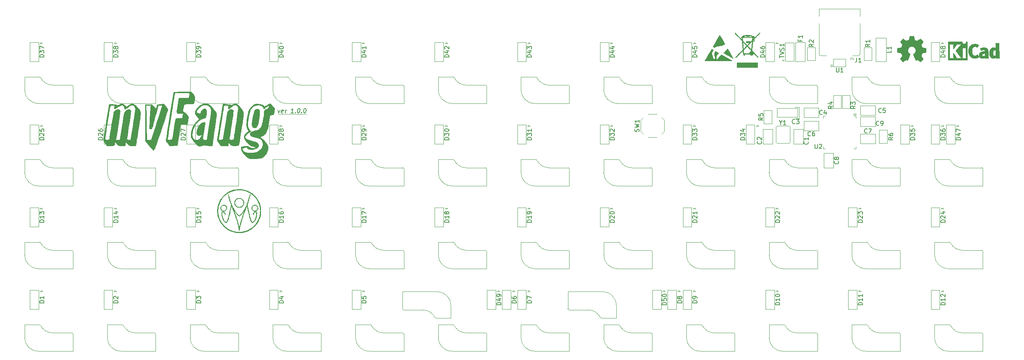
<source format=gbr>
G04 #@! TF.GenerationSoftware,KiCad,Pcbnew,(5.1.4)-1*
G04 #@! TF.CreationDate,2021-07-18T00:57:38-04:00*
G04 #@! TF.ProjectId,ortho-40percent,6f727468-6f2d-4343-9070-657263656e74,rev?*
G04 #@! TF.SameCoordinates,Original*
G04 #@! TF.FileFunction,Legend,Top*
G04 #@! TF.FilePolarity,Positive*
%FSLAX46Y46*%
G04 Gerber Fmt 4.6, Leading zero omitted, Abs format (unit mm)*
G04 Created by KiCad (PCBNEW (5.1.4)-1) date 2021-07-18 00:57:38*
%MOMM*%
%LPD*%
G04 APERTURE LIST*
%ADD10C,0.120000*%
%ADD11C,0.150000*%
%ADD12C,0.010000*%
G04 APERTURE END LIST*
D10*
X102000000Y-182250000D02*
X108500000Y-182250000D01*
D11*
X101971443Y-181285714D02*
X102126205Y-181952380D01*
X102447633Y-181285714D01*
X103132157Y-181904761D02*
X103030967Y-181952380D01*
X102840491Y-181952380D01*
X102751205Y-181904761D01*
X102715491Y-181809523D01*
X102763110Y-181428571D01*
X102822633Y-181333333D01*
X102923824Y-181285714D01*
X103114300Y-181285714D01*
X103203586Y-181333333D01*
X103239300Y-181428571D01*
X103227395Y-181523809D01*
X102739300Y-181619047D01*
X103602395Y-181952380D02*
X103685729Y-181285714D01*
X103661919Y-181476190D02*
X103721443Y-181380952D01*
X103775014Y-181333333D01*
X103876205Y-181285714D01*
X103971443Y-181285714D01*
X105507157Y-181952380D02*
X104935729Y-181952380D01*
X105221443Y-181952380D02*
X105346443Y-180952380D01*
X105233348Y-181095238D01*
X105126205Y-181190476D01*
X105025014Y-181238095D01*
X105947633Y-181857142D02*
X105989300Y-181904761D01*
X105935729Y-181952380D01*
X105894062Y-181904761D01*
X105947633Y-181857142D01*
X105935729Y-181952380D01*
X106727395Y-180952380D02*
X106822633Y-180952380D01*
X106911919Y-181000000D01*
X106953586Y-181047619D01*
X106989300Y-181142857D01*
X107013110Y-181333333D01*
X106983348Y-181571428D01*
X106911919Y-181761904D01*
X106852395Y-181857142D01*
X106798824Y-181904761D01*
X106697633Y-181952380D01*
X106602395Y-181952380D01*
X106513110Y-181904761D01*
X106471443Y-181857142D01*
X106435729Y-181761904D01*
X106411919Y-181571428D01*
X106441681Y-181333333D01*
X106513110Y-181142857D01*
X106572633Y-181047619D01*
X106626205Y-181000000D01*
X106727395Y-180952380D01*
X107376205Y-181857142D02*
X107417872Y-181904761D01*
X107364300Y-181952380D01*
X107322633Y-181904761D01*
X107376205Y-181857142D01*
X107364300Y-181952380D01*
X108155967Y-180952380D02*
X108251205Y-180952380D01*
X108340491Y-181000000D01*
X108382157Y-181047619D01*
X108417872Y-181142857D01*
X108441681Y-181333333D01*
X108411919Y-181571428D01*
X108340491Y-181761904D01*
X108280967Y-181857142D01*
X108227395Y-181904761D01*
X108126205Y-181952380D01*
X108030967Y-181952380D01*
X107941681Y-181904761D01*
X107900014Y-181857142D01*
X107864300Y-181761904D01*
X107840491Y-181571428D01*
X107870252Y-181333333D01*
X107941681Y-181142857D01*
X108001205Y-181047619D01*
X108054776Y-181000000D01*
X108155967Y-180952380D01*
D12*
G36*
X201572094Y-167291158D02*
G01*
X201604619Y-167303736D01*
X201654193Y-167328712D01*
X201725374Y-167367876D01*
X201730916Y-167370988D01*
X201796474Y-167408476D01*
X201851798Y-167441319D01*
X201891455Y-167466205D01*
X201910012Y-167479820D01*
X201910531Y-167480487D01*
X201906048Y-167499390D01*
X201885486Y-167541605D01*
X201850183Y-167604832D01*
X201801480Y-167686772D01*
X201740718Y-167785122D01*
X201669236Y-167897585D01*
X201651445Y-167925165D01*
X201605093Y-168001699D01*
X201571342Y-168067556D01*
X201553153Y-168116782D01*
X201551286Y-168126507D01*
X201552115Y-168169312D01*
X201561394Y-168237209D01*
X201577968Y-168325843D01*
X201600680Y-168430859D01*
X201628373Y-168547902D01*
X201659890Y-168672616D01*
X201694075Y-168800645D01*
X201729771Y-168927634D01*
X201765821Y-169049228D01*
X201801068Y-169161072D01*
X201834356Y-169258810D01*
X201864528Y-169338087D01*
X201885561Y-169385122D01*
X201910337Y-169435225D01*
X201933730Y-169483168D01*
X201934997Y-169485793D01*
X201973699Y-169534220D01*
X202030184Y-169566828D01*
X202095939Y-169582454D01*
X202162451Y-169579937D01*
X202221205Y-169558114D01*
X202254258Y-169529382D01*
X202301859Y-169450583D01*
X202336739Y-169352378D01*
X202355877Y-169244779D01*
X202358588Y-169183780D01*
X202347670Y-169069935D01*
X202315624Y-168975660D01*
X202260726Y-168896379D01*
X202243607Y-168878733D01*
X202192661Y-168829235D01*
X202189163Y-168479362D01*
X202185664Y-168129489D01*
X202274818Y-167994531D01*
X202316654Y-167933445D01*
X202356945Y-167878493D01*
X202389943Y-167837336D01*
X202404126Y-167822192D01*
X202444281Y-167784810D01*
X202498665Y-167814098D01*
X202533039Y-167835084D01*
X202551846Y-167851378D01*
X202553049Y-167854307D01*
X202565903Y-167866728D01*
X202587896Y-167875977D01*
X202609150Y-167884313D01*
X202641694Y-167900149D01*
X202688322Y-167925033D01*
X202751829Y-167960509D01*
X202835008Y-168008123D01*
X202940653Y-168069422D01*
X202998062Y-168102932D01*
X203065594Y-168143071D01*
X203109885Y-168171659D01*
X203134855Y-168192039D01*
X203144423Y-168207553D01*
X203142508Y-168221546D01*
X203140911Y-168224796D01*
X203125376Y-168245266D01*
X203092136Y-168283665D01*
X203045062Y-168335696D01*
X202988028Y-168397066D01*
X202938700Y-168449090D01*
X202825030Y-168572567D01*
X202736105Y-168679591D01*
X202671134Y-168771240D01*
X202629321Y-168848588D01*
X202615217Y-168887866D01*
X202609392Y-168922249D01*
X202603375Y-168980899D01*
X202597696Y-169057117D01*
X202592884Y-169144202D01*
X202590619Y-169199268D01*
X202587459Y-169294464D01*
X202586069Y-169364062D01*
X202586858Y-169413409D01*
X202590235Y-169447854D01*
X202596608Y-169472743D01*
X202606387Y-169493425D01*
X202614067Y-169506053D01*
X202658421Y-169554726D01*
X202715574Y-169588645D01*
X202775708Y-169603438D01*
X202820773Y-169598086D01*
X202861576Y-169574930D01*
X202912724Y-169533462D01*
X202967042Y-169480912D01*
X203017357Y-169424516D01*
X203056494Y-169371505D01*
X203070905Y-169345889D01*
X203092491Y-169310814D01*
X203131753Y-169257389D01*
X203185102Y-169189789D01*
X203248952Y-169112190D01*
X203319715Y-169028768D01*
X203393804Y-168943698D01*
X203467632Y-168861155D01*
X203537611Y-168785316D01*
X203600155Y-168720356D01*
X203649260Y-168672669D01*
X203703779Y-168625032D01*
X203749642Y-168589908D01*
X203781811Y-168570949D01*
X203792489Y-168568864D01*
X203808853Y-168577274D01*
X203849671Y-168599846D01*
X203912586Y-168635224D01*
X203995244Y-168682054D01*
X204095289Y-168738981D01*
X204210366Y-168804649D01*
X204338119Y-168877703D01*
X204476194Y-168956788D01*
X204622234Y-169040548D01*
X204773884Y-169127629D01*
X204928790Y-169216676D01*
X205084595Y-169306332D01*
X205238944Y-169395243D01*
X205389482Y-169482054D01*
X205533854Y-169565409D01*
X205669704Y-169643954D01*
X205794677Y-169716333D01*
X205906417Y-169781190D01*
X206002570Y-169837171D01*
X206080779Y-169882920D01*
X206138689Y-169917083D01*
X206173946Y-169938304D01*
X206184165Y-169944963D01*
X206170402Y-169946280D01*
X206127104Y-169947559D01*
X206055714Y-169948796D01*
X205957673Y-169949983D01*
X205834422Y-169951115D01*
X205687403Y-169952186D01*
X205518057Y-169953189D01*
X205327826Y-169954119D01*
X205118151Y-169954968D01*
X204890473Y-169955732D01*
X204646235Y-169956403D01*
X204386877Y-169956976D01*
X204113841Y-169957444D01*
X203828568Y-169957802D01*
X203532500Y-169958042D01*
X203227079Y-169958159D01*
X203098924Y-169958171D01*
X199998970Y-169958171D01*
X200220053Y-169574847D01*
X200266856Y-169493680D01*
X200327102Y-169389166D01*
X200398778Y-169264801D01*
X200479869Y-169124082D01*
X200568362Y-168970503D01*
X200662240Y-168807562D01*
X200759491Y-168638754D01*
X200858100Y-168467575D01*
X200956053Y-168297521D01*
X200980825Y-168254512D01*
X201071152Y-168097857D01*
X201157289Y-167948803D01*
X201237942Y-167809568D01*
X201311816Y-167682371D01*
X201377617Y-167569432D01*
X201434050Y-167472968D01*
X201479821Y-167395200D01*
X201513635Y-167338346D01*
X201534198Y-167304625D01*
X201539953Y-167296040D01*
X201552058Y-167289189D01*
X201572094Y-167291158D01*
X201572094Y-167291158D01*
G37*
X201572094Y-167291158D02*
X201604619Y-167303736D01*
X201654193Y-167328712D01*
X201725374Y-167367876D01*
X201730916Y-167370988D01*
X201796474Y-167408476D01*
X201851798Y-167441319D01*
X201891455Y-167466205D01*
X201910012Y-167479820D01*
X201910531Y-167480487D01*
X201906048Y-167499390D01*
X201885486Y-167541605D01*
X201850183Y-167604832D01*
X201801480Y-167686772D01*
X201740718Y-167785122D01*
X201669236Y-167897585D01*
X201651445Y-167925165D01*
X201605093Y-168001699D01*
X201571342Y-168067556D01*
X201553153Y-168116782D01*
X201551286Y-168126507D01*
X201552115Y-168169312D01*
X201561394Y-168237209D01*
X201577968Y-168325843D01*
X201600680Y-168430859D01*
X201628373Y-168547902D01*
X201659890Y-168672616D01*
X201694075Y-168800645D01*
X201729771Y-168927634D01*
X201765821Y-169049228D01*
X201801068Y-169161072D01*
X201834356Y-169258810D01*
X201864528Y-169338087D01*
X201885561Y-169385122D01*
X201910337Y-169435225D01*
X201933730Y-169483168D01*
X201934997Y-169485793D01*
X201973699Y-169534220D01*
X202030184Y-169566828D01*
X202095939Y-169582454D01*
X202162451Y-169579937D01*
X202221205Y-169558114D01*
X202254258Y-169529382D01*
X202301859Y-169450583D01*
X202336739Y-169352378D01*
X202355877Y-169244779D01*
X202358588Y-169183780D01*
X202347670Y-169069935D01*
X202315624Y-168975660D01*
X202260726Y-168896379D01*
X202243607Y-168878733D01*
X202192661Y-168829235D01*
X202189163Y-168479362D01*
X202185664Y-168129489D01*
X202274818Y-167994531D01*
X202316654Y-167933445D01*
X202356945Y-167878493D01*
X202389943Y-167837336D01*
X202404126Y-167822192D01*
X202444281Y-167784810D01*
X202498665Y-167814098D01*
X202533039Y-167835084D01*
X202551846Y-167851378D01*
X202553049Y-167854307D01*
X202565903Y-167866728D01*
X202587896Y-167875977D01*
X202609150Y-167884313D01*
X202641694Y-167900149D01*
X202688322Y-167925033D01*
X202751829Y-167960509D01*
X202835008Y-168008123D01*
X202940653Y-168069422D01*
X202998062Y-168102932D01*
X203065594Y-168143071D01*
X203109885Y-168171659D01*
X203134855Y-168192039D01*
X203144423Y-168207553D01*
X203142508Y-168221546D01*
X203140911Y-168224796D01*
X203125376Y-168245266D01*
X203092136Y-168283665D01*
X203045062Y-168335696D01*
X202988028Y-168397066D01*
X202938700Y-168449090D01*
X202825030Y-168572567D01*
X202736105Y-168679591D01*
X202671134Y-168771240D01*
X202629321Y-168848588D01*
X202615217Y-168887866D01*
X202609392Y-168922249D01*
X202603375Y-168980899D01*
X202597696Y-169057117D01*
X202592884Y-169144202D01*
X202590619Y-169199268D01*
X202587459Y-169294464D01*
X202586069Y-169364062D01*
X202586858Y-169413409D01*
X202590235Y-169447854D01*
X202596608Y-169472743D01*
X202606387Y-169493425D01*
X202614067Y-169506053D01*
X202658421Y-169554726D01*
X202715574Y-169588645D01*
X202775708Y-169603438D01*
X202820773Y-169598086D01*
X202861576Y-169574930D01*
X202912724Y-169533462D01*
X202967042Y-169480912D01*
X203017357Y-169424516D01*
X203056494Y-169371505D01*
X203070905Y-169345889D01*
X203092491Y-169310814D01*
X203131753Y-169257389D01*
X203185102Y-169189789D01*
X203248952Y-169112190D01*
X203319715Y-169028768D01*
X203393804Y-168943698D01*
X203467632Y-168861155D01*
X203537611Y-168785316D01*
X203600155Y-168720356D01*
X203649260Y-168672669D01*
X203703779Y-168625032D01*
X203749642Y-168589908D01*
X203781811Y-168570949D01*
X203792489Y-168568864D01*
X203808853Y-168577274D01*
X203849671Y-168599846D01*
X203912586Y-168635224D01*
X203995244Y-168682054D01*
X204095289Y-168738981D01*
X204210366Y-168804649D01*
X204338119Y-168877703D01*
X204476194Y-168956788D01*
X204622234Y-169040548D01*
X204773884Y-169127629D01*
X204928790Y-169216676D01*
X205084595Y-169306332D01*
X205238944Y-169395243D01*
X205389482Y-169482054D01*
X205533854Y-169565409D01*
X205669704Y-169643954D01*
X205794677Y-169716333D01*
X205906417Y-169781190D01*
X206002570Y-169837171D01*
X206080779Y-169882920D01*
X206138689Y-169917083D01*
X206173946Y-169938304D01*
X206184165Y-169944963D01*
X206170402Y-169946280D01*
X206127104Y-169947559D01*
X206055714Y-169948796D01*
X205957673Y-169949983D01*
X205834422Y-169951115D01*
X205687403Y-169952186D01*
X205518057Y-169953189D01*
X205327826Y-169954119D01*
X205118151Y-169954968D01*
X204890473Y-169955732D01*
X204646235Y-169956403D01*
X204386877Y-169956976D01*
X204113841Y-169957444D01*
X203828568Y-169957802D01*
X203532500Y-169958042D01*
X203227079Y-169958159D01*
X203098924Y-169958171D01*
X199998970Y-169958171D01*
X200220053Y-169574847D01*
X200266856Y-169493680D01*
X200327102Y-169389166D01*
X200398778Y-169264801D01*
X200479869Y-169124082D01*
X200568362Y-168970503D01*
X200662240Y-168807562D01*
X200759491Y-168638754D01*
X200858100Y-168467575D01*
X200956053Y-168297521D01*
X200980825Y-168254512D01*
X201071152Y-168097857D01*
X201157289Y-167948803D01*
X201237942Y-167809568D01*
X201311816Y-167682371D01*
X201377617Y-167569432D01*
X201434050Y-167472968D01*
X201479821Y-167395200D01*
X201513635Y-167338346D01*
X201534198Y-167304625D01*
X201539953Y-167296040D01*
X201552058Y-167289189D01*
X201572094Y-167291158D01*
G36*
X205237528Y-167234619D02*
G01*
X205248908Y-167253693D01*
X205274488Y-167297421D01*
X205313002Y-167363619D01*
X205363186Y-167450102D01*
X205423775Y-167554685D01*
X205493503Y-167675183D01*
X205571107Y-167809412D01*
X205655320Y-167955187D01*
X205744879Y-168110323D01*
X205836998Y-168270000D01*
X205931076Y-168433117D01*
X206021402Y-168589709D01*
X206106665Y-168737506D01*
X206185557Y-168874240D01*
X206256769Y-168997642D01*
X206318991Y-169105444D01*
X206370913Y-169195377D01*
X206411228Y-169265173D01*
X206438624Y-169312564D01*
X206451507Y-169334786D01*
X206472507Y-169372330D01*
X206483925Y-169395831D01*
X206484551Y-169399920D01*
X206470636Y-169392242D01*
X206431941Y-169370203D01*
X206370487Y-169334971D01*
X206288298Y-169287711D01*
X206187396Y-169229589D01*
X206069805Y-169161771D01*
X205937546Y-169085424D01*
X205792642Y-169001714D01*
X205637117Y-168911806D01*
X205472992Y-168816867D01*
X205410549Y-168780732D01*
X205243487Y-168684083D01*
X205084074Y-168591938D01*
X204934355Y-168505475D01*
X204796376Y-168425871D01*
X204672185Y-168354305D01*
X204563827Y-168291955D01*
X204473348Y-168239998D01*
X204402796Y-168199613D01*
X204354215Y-168171978D01*
X204329654Y-168158272D01*
X204327085Y-168156974D01*
X204334569Y-168145220D01*
X204360614Y-168113795D01*
X204402559Y-168065594D01*
X204457746Y-168003510D01*
X204523517Y-167930439D01*
X204597212Y-167849276D01*
X204676173Y-167762916D01*
X204757740Y-167674253D01*
X204839254Y-167586182D01*
X204918057Y-167501599D01*
X204991490Y-167423397D01*
X205056893Y-167354472D01*
X205111608Y-167297719D01*
X205152977Y-167256032D01*
X205167164Y-167242363D01*
X205214180Y-167198201D01*
X205237528Y-167234619D01*
X205237528Y-167234619D01*
G37*
X205237528Y-167234619D02*
X205248908Y-167253693D01*
X205274488Y-167297421D01*
X205313002Y-167363619D01*
X205363186Y-167450102D01*
X205423775Y-167554685D01*
X205493503Y-167675183D01*
X205571107Y-167809412D01*
X205655320Y-167955187D01*
X205744879Y-168110323D01*
X205836998Y-168270000D01*
X205931076Y-168433117D01*
X206021402Y-168589709D01*
X206106665Y-168737506D01*
X206185557Y-168874240D01*
X206256769Y-168997642D01*
X206318991Y-169105444D01*
X206370913Y-169195377D01*
X206411228Y-169265173D01*
X206438624Y-169312564D01*
X206451507Y-169334786D01*
X206472507Y-169372330D01*
X206483925Y-169395831D01*
X206484551Y-169399920D01*
X206470636Y-169392242D01*
X206431941Y-169370203D01*
X206370487Y-169334971D01*
X206288298Y-169287711D01*
X206187396Y-169229589D01*
X206069805Y-169161771D01*
X205937546Y-169085424D01*
X205792642Y-169001714D01*
X205637117Y-168911806D01*
X205472992Y-168816867D01*
X205410549Y-168780732D01*
X205243487Y-168684083D01*
X205084074Y-168591938D01*
X204934355Y-168505475D01*
X204796376Y-168425871D01*
X204672185Y-168354305D01*
X204563827Y-168291955D01*
X204473348Y-168239998D01*
X204402796Y-168199613D01*
X204354215Y-168171978D01*
X204329654Y-168158272D01*
X204327085Y-168156974D01*
X204334569Y-168145220D01*
X204360614Y-168113795D01*
X204402559Y-168065594D01*
X204457746Y-168003510D01*
X204523517Y-167930439D01*
X204597212Y-167849276D01*
X204676173Y-167762916D01*
X204757740Y-167674253D01*
X204839254Y-167586182D01*
X204918057Y-167501599D01*
X204991490Y-167423397D01*
X205056893Y-167354472D01*
X205111608Y-167297719D01*
X205152977Y-167256032D01*
X205167164Y-167242363D01*
X205214180Y-167198201D01*
X205237528Y-167234619D01*
G36*
X203414043Y-164085835D02*
G01*
X203437065Y-164123245D01*
X203472534Y-164182514D01*
X203518996Y-164261118D01*
X203574996Y-164356538D01*
X203639081Y-164466250D01*
X203709796Y-164587734D01*
X203785687Y-164718468D01*
X203865299Y-164855930D01*
X203947178Y-164997598D01*
X204029870Y-165140951D01*
X204111921Y-165283467D01*
X204191876Y-165422624D01*
X204268281Y-165555901D01*
X204339682Y-165680776D01*
X204404624Y-165794727D01*
X204461653Y-165895233D01*
X204509315Y-165979772D01*
X204546155Y-166045822D01*
X204570720Y-166090862D01*
X204581554Y-166112370D01*
X204581951Y-166113714D01*
X204568501Y-166131965D01*
X204531114Y-166159882D01*
X204474235Y-166194725D01*
X204402312Y-166233754D01*
X204327015Y-166270843D01*
X204224560Y-166315817D01*
X204116817Y-166356226D01*
X204000073Y-166392969D01*
X203870618Y-166426942D01*
X203724740Y-166459044D01*
X203558726Y-166490173D01*
X203368866Y-166521227D01*
X203172469Y-166550145D01*
X203001834Y-166575800D01*
X202858545Y-166601198D01*
X202739008Y-166627602D01*
X202639630Y-166656273D01*
X202556818Y-166688473D01*
X202486978Y-166725465D01*
X202426518Y-166768512D01*
X202371845Y-166818875D01*
X202354214Y-166837583D01*
X202316000Y-166881139D01*
X202287732Y-166916682D01*
X202274618Y-166937583D01*
X202274268Y-166939297D01*
X202269680Y-166949806D01*
X202253758Y-166949924D01*
X202223266Y-166938254D01*
X202174968Y-166913396D01*
X202105627Y-166873952D01*
X202057439Y-166845587D01*
X201985583Y-166801247D01*
X201929742Y-166763279D01*
X201893667Y-166734416D01*
X201881113Y-166717388D01*
X201881121Y-166717264D01*
X201888906Y-166701037D01*
X201910892Y-166660400D01*
X201945803Y-166597567D01*
X201992363Y-166514752D01*
X202049295Y-166414172D01*
X202115323Y-166298040D01*
X202189172Y-166168571D01*
X202269564Y-166027980D01*
X202355224Y-165878482D01*
X202444876Y-165722292D01*
X202537243Y-165561624D01*
X202631049Y-165398693D01*
X202725018Y-165235713D01*
X202817874Y-165074900D01*
X202908340Y-164918468D01*
X202995141Y-164768633D01*
X203077000Y-164627608D01*
X203152641Y-164497609D01*
X203220787Y-164380849D01*
X203280163Y-164279545D01*
X203329493Y-164195911D01*
X203367500Y-164132162D01*
X203392907Y-164090511D01*
X203404440Y-164073175D01*
X203404923Y-164072805D01*
X203414043Y-164085835D01*
X203414043Y-164085835D01*
G37*
X203414043Y-164085835D02*
X203437065Y-164123245D01*
X203472534Y-164182514D01*
X203518996Y-164261118D01*
X203574996Y-164356538D01*
X203639081Y-164466250D01*
X203709796Y-164587734D01*
X203785687Y-164718468D01*
X203865299Y-164855930D01*
X203947178Y-164997598D01*
X204029870Y-165140951D01*
X204111921Y-165283467D01*
X204191876Y-165422624D01*
X204268281Y-165555901D01*
X204339682Y-165680776D01*
X204404624Y-165794727D01*
X204461653Y-165895233D01*
X204509315Y-165979772D01*
X204546155Y-166045822D01*
X204570720Y-166090862D01*
X204581554Y-166112370D01*
X204581951Y-166113714D01*
X204568501Y-166131965D01*
X204531114Y-166159882D01*
X204474235Y-166194725D01*
X204402312Y-166233754D01*
X204327015Y-166270843D01*
X204224560Y-166315817D01*
X204116817Y-166356226D01*
X204000073Y-166392969D01*
X203870618Y-166426942D01*
X203724740Y-166459044D01*
X203558726Y-166490173D01*
X203368866Y-166521227D01*
X203172469Y-166550145D01*
X203001834Y-166575800D01*
X202858545Y-166601198D01*
X202739008Y-166627602D01*
X202639630Y-166656273D01*
X202556818Y-166688473D01*
X202486978Y-166725465D01*
X202426518Y-166768512D01*
X202371845Y-166818875D01*
X202354214Y-166837583D01*
X202316000Y-166881139D01*
X202287732Y-166916682D01*
X202274618Y-166937583D01*
X202274268Y-166939297D01*
X202269680Y-166949806D01*
X202253758Y-166949924D01*
X202223266Y-166938254D01*
X202174968Y-166913396D01*
X202105627Y-166873952D01*
X202057439Y-166845587D01*
X201985583Y-166801247D01*
X201929742Y-166763279D01*
X201893667Y-166734416D01*
X201881113Y-166717388D01*
X201881121Y-166717264D01*
X201888906Y-166701037D01*
X201910892Y-166660400D01*
X201945803Y-166597567D01*
X201992363Y-166514752D01*
X202049295Y-166414172D01*
X202115323Y-166298040D01*
X202189172Y-166168571D01*
X202269564Y-166027980D01*
X202355224Y-165878482D01*
X202444876Y-165722292D01*
X202537243Y-165561624D01*
X202631049Y-165398693D01*
X202725018Y-165235713D01*
X202817874Y-165074900D01*
X202908340Y-164918468D01*
X202995141Y-164768633D01*
X203077000Y-164627608D01*
X203152641Y-164497609D01*
X203220787Y-164380849D01*
X203280163Y-164279545D01*
X203329493Y-164195911D01*
X203367500Y-164132162D01*
X203392907Y-164090511D01*
X203404440Y-164073175D01*
X203404923Y-164072805D01*
X203414043Y-164085835D01*
G36*
X248055814Y-164718931D02*
G01*
X248139635Y-165163555D01*
X248448920Y-165291053D01*
X248758206Y-165418551D01*
X249129246Y-165166246D01*
X249233157Y-165095996D01*
X249327087Y-165033272D01*
X249406652Y-164980938D01*
X249467470Y-164941857D01*
X249505157Y-164918893D01*
X249515421Y-164913942D01*
X249533910Y-164926676D01*
X249573420Y-164961882D01*
X249629522Y-165015062D01*
X249697787Y-165081718D01*
X249773786Y-165157354D01*
X249853092Y-165237472D01*
X249931275Y-165317574D01*
X250003907Y-165393164D01*
X250066559Y-165459745D01*
X250114803Y-165512818D01*
X250144210Y-165547887D01*
X250151241Y-165559623D01*
X250141123Y-165581260D01*
X250112759Y-165628662D01*
X250069129Y-165697193D01*
X250013218Y-165782215D01*
X249948006Y-165879093D01*
X249910219Y-165934350D01*
X249841343Y-166035248D01*
X249780140Y-166126299D01*
X249729578Y-166202970D01*
X249692628Y-166260728D01*
X249672258Y-166295043D01*
X249669197Y-166302254D01*
X249676136Y-166322748D01*
X249695051Y-166370513D01*
X249723087Y-166438832D01*
X249757391Y-166520989D01*
X249795109Y-166610270D01*
X249833387Y-166699958D01*
X249869370Y-166783338D01*
X249900206Y-166853694D01*
X249923039Y-166904310D01*
X249935017Y-166928471D01*
X249935724Y-166929422D01*
X249954531Y-166934036D01*
X250004618Y-166944328D01*
X250080793Y-166959287D01*
X250177865Y-166977901D01*
X250290643Y-166999159D01*
X250356442Y-167011418D01*
X250476950Y-167034362D01*
X250585797Y-167056195D01*
X250677476Y-167075722D01*
X250746481Y-167091748D01*
X250787304Y-167103079D01*
X250795511Y-167106674D01*
X250803548Y-167131006D01*
X250810033Y-167185959D01*
X250814970Y-167265108D01*
X250818364Y-167362026D01*
X250820218Y-167470287D01*
X250820538Y-167583465D01*
X250819327Y-167695135D01*
X250816590Y-167798868D01*
X250812331Y-167888241D01*
X250806555Y-167956826D01*
X250799267Y-167998197D01*
X250794895Y-168006810D01*
X250768764Y-168017133D01*
X250713393Y-168031892D01*
X250636107Y-168049352D01*
X250544230Y-168067780D01*
X250512158Y-168073741D01*
X250357524Y-168102066D01*
X250235375Y-168124876D01*
X250141673Y-168143080D01*
X250072384Y-168157583D01*
X250023471Y-168169292D01*
X249990897Y-168179115D01*
X249970628Y-168187956D01*
X249958626Y-168196724D01*
X249956947Y-168198457D01*
X249940184Y-168226371D01*
X249914614Y-168280695D01*
X249882788Y-168354777D01*
X249847260Y-168441965D01*
X249810583Y-168535608D01*
X249775311Y-168629052D01*
X249743996Y-168715647D01*
X249719193Y-168788740D01*
X249703454Y-168841678D01*
X249699332Y-168867811D01*
X249699676Y-168868726D01*
X249713641Y-168890086D01*
X249745322Y-168937084D01*
X249791391Y-169004827D01*
X249848518Y-169088423D01*
X249913373Y-169182982D01*
X249931843Y-169209854D01*
X249997699Y-169307275D01*
X250055650Y-169396163D01*
X250102538Y-169471412D01*
X250135207Y-169527920D01*
X250150500Y-169560581D01*
X250151241Y-169564593D01*
X250138392Y-169585684D01*
X250102888Y-169627464D01*
X250049293Y-169685445D01*
X249982171Y-169755135D01*
X249906087Y-169832045D01*
X249825604Y-169911683D01*
X249745287Y-169989561D01*
X249669699Y-170061186D01*
X249603405Y-170122070D01*
X249550969Y-170167721D01*
X249516955Y-170193650D01*
X249507545Y-170197883D01*
X249485643Y-170187912D01*
X249440800Y-170161020D01*
X249380321Y-170121736D01*
X249333789Y-170090117D01*
X249249475Y-170032098D01*
X249149626Y-169963784D01*
X249049473Y-169895579D01*
X248995627Y-169859075D01*
X248813371Y-169735800D01*
X248660381Y-169818520D01*
X248590682Y-169854759D01*
X248531414Y-169882926D01*
X248491311Y-169898991D01*
X248481103Y-169901226D01*
X248468829Y-169884722D01*
X248444613Y-169838082D01*
X248410263Y-169765609D01*
X248367588Y-169671606D01*
X248318394Y-169560374D01*
X248264490Y-169436215D01*
X248207684Y-169303432D01*
X248149782Y-169166327D01*
X248092593Y-169029202D01*
X248037924Y-168896358D01*
X247987584Y-168772098D01*
X247943380Y-168660725D01*
X247907119Y-168566539D01*
X247880609Y-168493844D01*
X247865658Y-168446941D01*
X247863254Y-168430833D01*
X247882311Y-168410286D01*
X247924036Y-168376933D01*
X247979706Y-168337702D01*
X247984378Y-168334599D01*
X248128264Y-168219423D01*
X248244283Y-168085053D01*
X248331430Y-167935784D01*
X248388699Y-167775913D01*
X248415086Y-167609737D01*
X248409585Y-167441552D01*
X248371190Y-167275655D01*
X248298895Y-167116342D01*
X248277626Y-167081487D01*
X248166996Y-166940737D01*
X248036302Y-166827714D01*
X247890064Y-166743003D01*
X247732808Y-166687194D01*
X247569057Y-166660874D01*
X247403333Y-166664630D01*
X247240162Y-166699050D01*
X247084065Y-166764723D01*
X246939567Y-166862235D01*
X246894869Y-166901813D01*
X246781112Y-167025703D01*
X246698218Y-167156124D01*
X246641356Y-167302315D01*
X246609687Y-167447088D01*
X246601869Y-167609860D01*
X246627938Y-167773440D01*
X246685245Y-167932298D01*
X246771144Y-168080906D01*
X246882986Y-168213735D01*
X247018123Y-168325256D01*
X247035883Y-168337011D01*
X247092150Y-168375508D01*
X247134923Y-168408863D01*
X247155372Y-168430160D01*
X247155669Y-168430833D01*
X247151279Y-168453871D01*
X247133876Y-168506157D01*
X247105268Y-168583390D01*
X247067265Y-168681268D01*
X247021674Y-168795491D01*
X246970303Y-168921758D01*
X246914962Y-169055767D01*
X246857458Y-169193218D01*
X246799601Y-169329808D01*
X246743198Y-169461237D01*
X246690058Y-169583205D01*
X246641990Y-169691409D01*
X246600801Y-169781549D01*
X246568301Y-169849323D01*
X246546297Y-169890430D01*
X246537436Y-169901226D01*
X246510360Y-169892819D01*
X246459697Y-169870272D01*
X246394183Y-169837613D01*
X246358159Y-169818520D01*
X246205168Y-169735800D01*
X246022912Y-169859075D01*
X245929875Y-169922228D01*
X245828015Y-169991727D01*
X245732562Y-170057165D01*
X245684750Y-170090117D01*
X245617505Y-170135273D01*
X245560564Y-170171057D01*
X245521354Y-170192938D01*
X245508619Y-170197563D01*
X245490083Y-170185085D01*
X245449059Y-170150252D01*
X245389525Y-170096678D01*
X245315458Y-170027983D01*
X245230835Y-169947781D01*
X245177315Y-169896286D01*
X245083681Y-169804286D01*
X245002759Y-169721999D01*
X244937823Y-169652945D01*
X244892142Y-169600644D01*
X244868989Y-169568616D01*
X244866768Y-169562116D01*
X244877076Y-169537394D01*
X244905561Y-169487405D01*
X244949063Y-169417212D01*
X245004423Y-169331875D01*
X245068480Y-169236456D01*
X245086697Y-169209854D01*
X245153073Y-169113167D01*
X245212622Y-169026117D01*
X245262016Y-168953595D01*
X245297925Y-168900493D01*
X245317019Y-168871703D01*
X245318864Y-168868726D01*
X245316105Y-168845782D01*
X245301462Y-168795336D01*
X245277487Y-168724041D01*
X245246734Y-168638547D01*
X245211756Y-168545507D01*
X245175107Y-168451574D01*
X245139339Y-168363399D01*
X245107006Y-168287634D01*
X245080662Y-168230931D01*
X245062858Y-168199943D01*
X245061593Y-168198457D01*
X245050706Y-168189601D01*
X245032318Y-168180843D01*
X245002394Y-168171277D01*
X244956897Y-168159996D01*
X244891791Y-168146093D01*
X244803039Y-168128663D01*
X244686607Y-168106798D01*
X244538458Y-168079591D01*
X244506382Y-168073741D01*
X244411314Y-168055374D01*
X244328435Y-168037405D01*
X244265070Y-168021569D01*
X244228542Y-168009600D01*
X244223644Y-168006810D01*
X244215573Y-167982072D01*
X244209013Y-167926790D01*
X244203967Y-167847389D01*
X244200441Y-167750296D01*
X244198439Y-167641938D01*
X244197964Y-167528740D01*
X244199023Y-167417128D01*
X244201618Y-167313529D01*
X244205754Y-167224368D01*
X244211437Y-167156072D01*
X244218669Y-167115066D01*
X244223029Y-167106674D01*
X244247302Y-167098208D01*
X244302574Y-167084435D01*
X244383338Y-167066550D01*
X244484088Y-167045748D01*
X244599317Y-167023223D01*
X244662098Y-167011418D01*
X244781213Y-166989151D01*
X244887435Y-166968979D01*
X244975573Y-166951915D01*
X245040434Y-166938969D01*
X245076826Y-166931155D01*
X245082816Y-166929422D01*
X245092939Y-166909890D01*
X245114338Y-166862843D01*
X245144161Y-166795003D01*
X245179555Y-166713091D01*
X245217668Y-166623828D01*
X245255647Y-166533935D01*
X245290640Y-166450135D01*
X245319794Y-166379147D01*
X245340257Y-166327694D01*
X245349177Y-166302497D01*
X245349343Y-166301396D01*
X245339231Y-166281519D01*
X245310883Y-166235777D01*
X245267277Y-166168717D01*
X245211394Y-166084884D01*
X245146213Y-165988826D01*
X245108321Y-165933650D01*
X245039275Y-165832481D01*
X244977950Y-165740630D01*
X244927337Y-165662744D01*
X244890429Y-165603469D01*
X244870218Y-165567451D01*
X244867299Y-165559377D01*
X244879847Y-165540584D01*
X244914537Y-165500457D01*
X244966937Y-165443493D01*
X245032616Y-165374185D01*
X245107144Y-165297031D01*
X245186087Y-165216525D01*
X245265017Y-165137163D01*
X245339500Y-165063440D01*
X245405106Y-164999852D01*
X245457404Y-164950894D01*
X245491961Y-164921061D01*
X245503522Y-164913942D01*
X245522346Y-164923953D01*
X245567369Y-164952078D01*
X245634213Y-164995454D01*
X245718501Y-165051218D01*
X245815856Y-165116506D01*
X245889293Y-165166246D01*
X246260333Y-165418551D01*
X246878905Y-165163555D01*
X246962725Y-164718931D01*
X247046546Y-164274307D01*
X247971994Y-164274307D01*
X248055814Y-164718931D01*
X248055814Y-164718931D01*
G37*
X248055814Y-164718931D02*
X248139635Y-165163555D01*
X248448920Y-165291053D01*
X248758206Y-165418551D01*
X249129246Y-165166246D01*
X249233157Y-165095996D01*
X249327087Y-165033272D01*
X249406652Y-164980938D01*
X249467470Y-164941857D01*
X249505157Y-164918893D01*
X249515421Y-164913942D01*
X249533910Y-164926676D01*
X249573420Y-164961882D01*
X249629522Y-165015062D01*
X249697787Y-165081718D01*
X249773786Y-165157354D01*
X249853092Y-165237472D01*
X249931275Y-165317574D01*
X250003907Y-165393164D01*
X250066559Y-165459745D01*
X250114803Y-165512818D01*
X250144210Y-165547887D01*
X250151241Y-165559623D01*
X250141123Y-165581260D01*
X250112759Y-165628662D01*
X250069129Y-165697193D01*
X250013218Y-165782215D01*
X249948006Y-165879093D01*
X249910219Y-165934350D01*
X249841343Y-166035248D01*
X249780140Y-166126299D01*
X249729578Y-166202970D01*
X249692628Y-166260728D01*
X249672258Y-166295043D01*
X249669197Y-166302254D01*
X249676136Y-166322748D01*
X249695051Y-166370513D01*
X249723087Y-166438832D01*
X249757391Y-166520989D01*
X249795109Y-166610270D01*
X249833387Y-166699958D01*
X249869370Y-166783338D01*
X249900206Y-166853694D01*
X249923039Y-166904310D01*
X249935017Y-166928471D01*
X249935724Y-166929422D01*
X249954531Y-166934036D01*
X250004618Y-166944328D01*
X250080793Y-166959287D01*
X250177865Y-166977901D01*
X250290643Y-166999159D01*
X250356442Y-167011418D01*
X250476950Y-167034362D01*
X250585797Y-167056195D01*
X250677476Y-167075722D01*
X250746481Y-167091748D01*
X250787304Y-167103079D01*
X250795511Y-167106674D01*
X250803548Y-167131006D01*
X250810033Y-167185959D01*
X250814970Y-167265108D01*
X250818364Y-167362026D01*
X250820218Y-167470287D01*
X250820538Y-167583465D01*
X250819327Y-167695135D01*
X250816590Y-167798868D01*
X250812331Y-167888241D01*
X250806555Y-167956826D01*
X250799267Y-167998197D01*
X250794895Y-168006810D01*
X250768764Y-168017133D01*
X250713393Y-168031892D01*
X250636107Y-168049352D01*
X250544230Y-168067780D01*
X250512158Y-168073741D01*
X250357524Y-168102066D01*
X250235375Y-168124876D01*
X250141673Y-168143080D01*
X250072384Y-168157583D01*
X250023471Y-168169292D01*
X249990897Y-168179115D01*
X249970628Y-168187956D01*
X249958626Y-168196724D01*
X249956947Y-168198457D01*
X249940184Y-168226371D01*
X249914614Y-168280695D01*
X249882788Y-168354777D01*
X249847260Y-168441965D01*
X249810583Y-168535608D01*
X249775311Y-168629052D01*
X249743996Y-168715647D01*
X249719193Y-168788740D01*
X249703454Y-168841678D01*
X249699332Y-168867811D01*
X249699676Y-168868726D01*
X249713641Y-168890086D01*
X249745322Y-168937084D01*
X249791391Y-169004827D01*
X249848518Y-169088423D01*
X249913373Y-169182982D01*
X249931843Y-169209854D01*
X249997699Y-169307275D01*
X250055650Y-169396163D01*
X250102538Y-169471412D01*
X250135207Y-169527920D01*
X250150500Y-169560581D01*
X250151241Y-169564593D01*
X250138392Y-169585684D01*
X250102888Y-169627464D01*
X250049293Y-169685445D01*
X249982171Y-169755135D01*
X249906087Y-169832045D01*
X249825604Y-169911683D01*
X249745287Y-169989561D01*
X249669699Y-170061186D01*
X249603405Y-170122070D01*
X249550969Y-170167721D01*
X249516955Y-170193650D01*
X249507545Y-170197883D01*
X249485643Y-170187912D01*
X249440800Y-170161020D01*
X249380321Y-170121736D01*
X249333789Y-170090117D01*
X249249475Y-170032098D01*
X249149626Y-169963784D01*
X249049473Y-169895579D01*
X248995627Y-169859075D01*
X248813371Y-169735800D01*
X248660381Y-169818520D01*
X248590682Y-169854759D01*
X248531414Y-169882926D01*
X248491311Y-169898991D01*
X248481103Y-169901226D01*
X248468829Y-169884722D01*
X248444613Y-169838082D01*
X248410263Y-169765609D01*
X248367588Y-169671606D01*
X248318394Y-169560374D01*
X248264490Y-169436215D01*
X248207684Y-169303432D01*
X248149782Y-169166327D01*
X248092593Y-169029202D01*
X248037924Y-168896358D01*
X247987584Y-168772098D01*
X247943380Y-168660725D01*
X247907119Y-168566539D01*
X247880609Y-168493844D01*
X247865658Y-168446941D01*
X247863254Y-168430833D01*
X247882311Y-168410286D01*
X247924036Y-168376933D01*
X247979706Y-168337702D01*
X247984378Y-168334599D01*
X248128264Y-168219423D01*
X248244283Y-168085053D01*
X248331430Y-167935784D01*
X248388699Y-167775913D01*
X248415086Y-167609737D01*
X248409585Y-167441552D01*
X248371190Y-167275655D01*
X248298895Y-167116342D01*
X248277626Y-167081487D01*
X248166996Y-166940737D01*
X248036302Y-166827714D01*
X247890064Y-166743003D01*
X247732808Y-166687194D01*
X247569057Y-166660874D01*
X247403333Y-166664630D01*
X247240162Y-166699050D01*
X247084065Y-166764723D01*
X246939567Y-166862235D01*
X246894869Y-166901813D01*
X246781112Y-167025703D01*
X246698218Y-167156124D01*
X246641356Y-167302315D01*
X246609687Y-167447088D01*
X246601869Y-167609860D01*
X246627938Y-167773440D01*
X246685245Y-167932298D01*
X246771144Y-168080906D01*
X246882986Y-168213735D01*
X247018123Y-168325256D01*
X247035883Y-168337011D01*
X247092150Y-168375508D01*
X247134923Y-168408863D01*
X247155372Y-168430160D01*
X247155669Y-168430833D01*
X247151279Y-168453871D01*
X247133876Y-168506157D01*
X247105268Y-168583390D01*
X247067265Y-168681268D01*
X247021674Y-168795491D01*
X246970303Y-168921758D01*
X246914962Y-169055767D01*
X246857458Y-169193218D01*
X246799601Y-169329808D01*
X246743198Y-169461237D01*
X246690058Y-169583205D01*
X246641990Y-169691409D01*
X246600801Y-169781549D01*
X246568301Y-169849323D01*
X246546297Y-169890430D01*
X246537436Y-169901226D01*
X246510360Y-169892819D01*
X246459697Y-169870272D01*
X246394183Y-169837613D01*
X246358159Y-169818520D01*
X246205168Y-169735800D01*
X246022912Y-169859075D01*
X245929875Y-169922228D01*
X245828015Y-169991727D01*
X245732562Y-170057165D01*
X245684750Y-170090117D01*
X245617505Y-170135273D01*
X245560564Y-170171057D01*
X245521354Y-170192938D01*
X245508619Y-170197563D01*
X245490083Y-170185085D01*
X245449059Y-170150252D01*
X245389525Y-170096678D01*
X245315458Y-170027983D01*
X245230835Y-169947781D01*
X245177315Y-169896286D01*
X245083681Y-169804286D01*
X245002759Y-169721999D01*
X244937823Y-169652945D01*
X244892142Y-169600644D01*
X244868989Y-169568616D01*
X244866768Y-169562116D01*
X244877076Y-169537394D01*
X244905561Y-169487405D01*
X244949063Y-169417212D01*
X245004423Y-169331875D01*
X245068480Y-169236456D01*
X245086697Y-169209854D01*
X245153073Y-169113167D01*
X245212622Y-169026117D01*
X245262016Y-168953595D01*
X245297925Y-168900493D01*
X245317019Y-168871703D01*
X245318864Y-168868726D01*
X245316105Y-168845782D01*
X245301462Y-168795336D01*
X245277487Y-168724041D01*
X245246734Y-168638547D01*
X245211756Y-168545507D01*
X245175107Y-168451574D01*
X245139339Y-168363399D01*
X245107006Y-168287634D01*
X245080662Y-168230931D01*
X245062858Y-168199943D01*
X245061593Y-168198457D01*
X245050706Y-168189601D01*
X245032318Y-168180843D01*
X245002394Y-168171277D01*
X244956897Y-168159996D01*
X244891791Y-168146093D01*
X244803039Y-168128663D01*
X244686607Y-168106798D01*
X244538458Y-168079591D01*
X244506382Y-168073741D01*
X244411314Y-168055374D01*
X244328435Y-168037405D01*
X244265070Y-168021569D01*
X244228542Y-168009600D01*
X244223644Y-168006810D01*
X244215573Y-167982072D01*
X244209013Y-167926790D01*
X244203967Y-167847389D01*
X244200441Y-167750296D01*
X244198439Y-167641938D01*
X244197964Y-167528740D01*
X244199023Y-167417128D01*
X244201618Y-167313529D01*
X244205754Y-167224368D01*
X244211437Y-167156072D01*
X244218669Y-167115066D01*
X244223029Y-167106674D01*
X244247302Y-167098208D01*
X244302574Y-167084435D01*
X244383338Y-167066550D01*
X244484088Y-167045748D01*
X244599317Y-167023223D01*
X244662098Y-167011418D01*
X244781213Y-166989151D01*
X244887435Y-166968979D01*
X244975573Y-166951915D01*
X245040434Y-166938969D01*
X245076826Y-166931155D01*
X245082816Y-166929422D01*
X245092939Y-166909890D01*
X245114338Y-166862843D01*
X245144161Y-166795003D01*
X245179555Y-166713091D01*
X245217668Y-166623828D01*
X245255647Y-166533935D01*
X245290640Y-166450135D01*
X245319794Y-166379147D01*
X245340257Y-166327694D01*
X245349177Y-166302497D01*
X245349343Y-166301396D01*
X245339231Y-166281519D01*
X245310883Y-166235777D01*
X245267277Y-166168717D01*
X245211394Y-166084884D01*
X245146213Y-165988826D01*
X245108321Y-165933650D01*
X245039275Y-165832481D01*
X244977950Y-165740630D01*
X244927337Y-165662744D01*
X244890429Y-165603469D01*
X244870218Y-165567451D01*
X244867299Y-165559377D01*
X244879847Y-165540584D01*
X244914537Y-165500457D01*
X244966937Y-165443493D01*
X245032616Y-165374185D01*
X245107144Y-165297031D01*
X245186087Y-165216525D01*
X245265017Y-165137163D01*
X245339500Y-165063440D01*
X245405106Y-164999852D01*
X245457404Y-164950894D01*
X245491961Y-164921061D01*
X245503522Y-164913942D01*
X245522346Y-164923953D01*
X245567369Y-164952078D01*
X245634213Y-164995454D01*
X245718501Y-165051218D01*
X245815856Y-165116506D01*
X245889293Y-165166246D01*
X246260333Y-165418551D01*
X246878905Y-165163555D01*
X246962725Y-164718931D01*
X247046546Y-164274307D01*
X247971994Y-164274307D01*
X248055814Y-164718931D01*
G36*
X212072763Y-171510526D02*
G01*
X207393816Y-171510526D01*
X207393816Y-170357500D01*
X212072763Y-170357500D01*
X212072763Y-171510526D01*
X212072763Y-171510526D01*
G37*
X212072763Y-171510526D02*
X207393816Y-171510526D01*
X207393816Y-170357500D01*
X212072763Y-170357500D01*
X212072763Y-171510526D01*
G36*
X212573256Y-163599337D02*
G01*
X212572433Y-163715066D01*
X211972115Y-164325000D01*
X211371796Y-164934934D01*
X211371359Y-165214835D01*
X211370921Y-165494737D01*
X211005337Y-165494737D01*
X210995917Y-165565756D01*
X210992350Y-165598127D01*
X210986338Y-165659087D01*
X210978201Y-165744998D01*
X210968262Y-165852226D01*
X210956843Y-165977133D01*
X210944264Y-166116083D01*
X210930847Y-166265441D01*
X210916915Y-166421568D01*
X210902788Y-166580830D01*
X210888788Y-166739590D01*
X210875237Y-166894211D01*
X210862456Y-167041057D01*
X210850767Y-167176493D01*
X210840492Y-167296880D01*
X210831952Y-167398584D01*
X210825469Y-167477967D01*
X210821364Y-167531394D01*
X210819959Y-167555229D01*
X210819960Y-167555342D01*
X210830204Y-167574466D01*
X210860974Y-167613955D01*
X210912689Y-167674266D01*
X210985767Y-167755861D01*
X211080627Y-167859198D01*
X211197687Y-167984738D01*
X211337367Y-168132940D01*
X211500084Y-168304263D01*
X211545821Y-168352237D01*
X212271195Y-169112566D01*
X212212551Y-169171052D01*
X212153908Y-169229539D01*
X212059026Y-169126310D01*
X212024315Y-169089003D01*
X211970094Y-169031311D01*
X211899941Y-168957013D01*
X211817432Y-168869889D01*
X211726145Y-168773718D01*
X211629658Y-168672280D01*
X211571935Y-168611695D01*
X211463566Y-168498197D01*
X211375972Y-168407285D01*
X211306920Y-168337307D01*
X211254176Y-168286610D01*
X211215506Y-168253540D01*
X211188677Y-168236444D01*
X211171456Y-168233669D01*
X211161608Y-168243563D01*
X211156901Y-168264471D01*
X211155101Y-168294741D01*
X211154859Y-168303002D01*
X211142342Y-168359909D01*
X211111503Y-168428693D01*
X211068497Y-168498475D01*
X211019480Y-168558378D01*
X210999866Y-168576882D01*
X210899230Y-168641628D01*
X210781673Y-168677854D01*
X210677738Y-168686447D01*
X210559951Y-168670239D01*
X210451169Y-168622712D01*
X210354890Y-168545511D01*
X210337125Y-168526295D01*
X210272168Y-168452500D01*
X209148421Y-168452500D01*
X209148421Y-168686447D01*
X208847632Y-168686447D01*
X208847632Y-168577152D01*
X208843857Y-168502539D01*
X208831175Y-168450750D01*
X208815763Y-168422580D01*
X208804750Y-168402424D01*
X208795321Y-168373200D01*
X208786849Y-168330575D01*
X208778710Y-168270217D01*
X208770279Y-168187793D01*
X208760932Y-168078972D01*
X208754531Y-167998017D01*
X208725169Y-167618732D01*
X208004341Y-168348938D01*
X207874008Y-168481066D01*
X207748892Y-168608096D01*
X207631279Y-168727695D01*
X207523455Y-168837528D01*
X207427705Y-168935263D01*
X207346317Y-169018566D01*
X207281577Y-169085104D01*
X207235770Y-169132542D01*
X207211208Y-169158520D01*
X207170855Y-169199649D01*
X207137195Y-169228335D01*
X207119090Y-169237895D01*
X207095965Y-169226697D01*
X207062257Y-169198719D01*
X207050831Y-169187326D01*
X207002383Y-169136757D01*
X207269119Y-168865702D01*
X207337169Y-168796652D01*
X207424915Y-168707774D01*
X207528508Y-168602959D01*
X207644100Y-168486097D01*
X207767841Y-168361079D01*
X207895881Y-168231795D01*
X208024372Y-168102136D01*
X208116546Y-168009179D01*
X208256658Y-167867520D01*
X208374368Y-167747591D01*
X208471180Y-167647768D01*
X208548601Y-167566428D01*
X208608136Y-167501948D01*
X208637642Y-167468277D01*
X208874591Y-167468277D01*
X208904257Y-167847592D01*
X208913203Y-167958777D01*
X208921858Y-168060453D01*
X208929729Y-168147304D01*
X208936328Y-168214018D01*
X208941164Y-168255279D01*
X208942720Y-168264506D01*
X208951518Y-168302105D01*
X210213319Y-168302105D01*
X210221742Y-168197173D01*
X210247172Y-168073195D01*
X210300389Y-167963524D01*
X210378037Y-167872156D01*
X210476763Y-167803083D01*
X210587572Y-167761620D01*
X210623520Y-167742171D01*
X210641517Y-167700430D01*
X210641894Y-167698589D01*
X210644053Y-167680967D01*
X210641384Y-167662922D01*
X210631280Y-167641108D01*
X210611137Y-167612177D01*
X210578349Y-167572783D01*
X210530310Y-167519577D01*
X210464416Y-167449214D01*
X210378060Y-167358346D01*
X210372480Y-167352493D01*
X210279595Y-167254956D01*
X210180845Y-167151067D01*
X210083016Y-167047977D01*
X209992893Y-166952839D01*
X209917262Y-166872804D01*
X209900395Y-166854911D01*
X209835735Y-166787444D01*
X209778295Y-166729709D01*
X209732199Y-166685675D01*
X209701569Y-166659314D01*
X209691285Y-166653521D01*
X209675948Y-166665646D01*
X209640083Y-166698910D01*
X209586512Y-166750542D01*
X209518060Y-166817775D01*
X209437553Y-166897837D01*
X209347813Y-166987961D01*
X209274468Y-167062198D01*
X208874591Y-167468277D01*
X208637642Y-167468277D01*
X208651291Y-167452703D01*
X208679571Y-167417071D01*
X208694483Y-167393429D01*
X208697801Y-167382480D01*
X208696544Y-167358586D01*
X208692726Y-167304501D01*
X208686593Y-167223338D01*
X208678393Y-167118210D01*
X208668373Y-166992228D01*
X208656780Y-166848505D01*
X208643860Y-166690154D01*
X208629862Y-166520287D01*
X208618581Y-166384528D01*
X208554750Y-165619106D01*
X208718996Y-165619106D01*
X208719703Y-165635624D01*
X208723031Y-165682145D01*
X208728710Y-165755378D01*
X208736474Y-165852028D01*
X208746057Y-165968805D01*
X208757189Y-166102414D01*
X208769605Y-166249563D01*
X208781520Y-166389271D01*
X208795016Y-166547787D01*
X208807587Y-166697421D01*
X208818945Y-166834602D01*
X208828802Y-166955759D01*
X208836870Y-167057320D01*
X208842860Y-167135712D01*
X208846485Y-167187363D01*
X208847491Y-167207423D01*
X208849060Y-167219908D01*
X208855278Y-167224862D01*
X208868541Y-167220218D01*
X208891247Y-167203909D01*
X208925792Y-167173868D01*
X208974573Y-167128027D01*
X209039987Y-167064320D01*
X209124431Y-166980679D01*
X209214029Y-166891299D01*
X209580426Y-166525186D01*
X209577859Y-166522434D01*
X209820049Y-166522434D01*
X209831087Y-166537550D01*
X209861987Y-166573142D01*
X209909653Y-166625941D01*
X209970987Y-166692673D01*
X210042893Y-166770070D01*
X210122273Y-166854858D01*
X210206031Y-166943767D01*
X210291070Y-167033526D01*
X210374292Y-167120864D01*
X210452601Y-167202509D01*
X210522900Y-167275191D01*
X210582091Y-167335637D01*
X210627078Y-167380578D01*
X210654764Y-167406742D01*
X210662314Y-167412072D01*
X210664803Y-167394867D01*
X210669970Y-167347348D01*
X210677530Y-167272489D01*
X210687200Y-167173264D01*
X210698695Y-167052649D01*
X210711731Y-166913618D01*
X210726024Y-166759145D01*
X210741290Y-166592206D01*
X210753479Y-166457597D01*
X210769071Y-166283054D01*
X210783477Y-166118627D01*
X210796453Y-165967299D01*
X210807759Y-165832053D01*
X210817152Y-165715870D01*
X210824389Y-165621735D01*
X210829228Y-165552630D01*
X210831427Y-165511538D01*
X210831176Y-165500868D01*
X210818030Y-165510372D01*
X210784554Y-165540920D01*
X210733674Y-165589556D01*
X210668317Y-165653323D01*
X210591409Y-165729265D01*
X210505876Y-165814424D01*
X210414646Y-165905845D01*
X210320644Y-166000569D01*
X210226798Y-166095641D01*
X210136033Y-166188103D01*
X210051277Y-166274999D01*
X209975456Y-166353372D01*
X209911497Y-166420265D01*
X209862326Y-166472722D01*
X209830869Y-166507785D01*
X209820049Y-166522434D01*
X209577859Y-166522434D01*
X209443798Y-166378760D01*
X209374216Y-166304448D01*
X209296119Y-166221483D01*
X209212594Y-166133102D01*
X209126730Y-166042541D01*
X209041615Y-165953036D01*
X208960336Y-165867823D01*
X208885981Y-165790139D01*
X208821637Y-165723220D01*
X208770394Y-165670303D01*
X208735337Y-165634623D01*
X208719556Y-165619416D01*
X208718996Y-165619106D01*
X208554750Y-165619106D01*
X208538796Y-165427807D01*
X207740714Y-164588485D01*
X206942632Y-163749164D01*
X206943219Y-163631852D01*
X206943806Y-163514539D01*
X207072725Y-163652253D01*
X207144876Y-163729063D01*
X207230060Y-163819304D01*
X207325979Y-163920575D01*
X207430334Y-164030476D01*
X207540826Y-164146604D01*
X207655156Y-164266558D01*
X207771025Y-164387936D01*
X207886135Y-164508338D01*
X207998186Y-164625362D01*
X208104881Y-164736606D01*
X208203920Y-164839669D01*
X208293003Y-164932150D01*
X208369834Y-165011647D01*
X208432112Y-165075758D01*
X208477538Y-165122083D01*
X208503815Y-165148219D01*
X208509574Y-165153233D01*
X208509970Y-165135791D01*
X208507792Y-165091135D01*
X208503417Y-165025340D01*
X208497225Y-164944483D01*
X208494567Y-164912183D01*
X208474772Y-164675921D01*
X208629758Y-164675921D01*
X208637760Y-164713520D01*
X208641840Y-164743255D01*
X208647575Y-164799203D01*
X208654299Y-164874236D01*
X208661352Y-164961225D01*
X208663793Y-164993421D01*
X208670992Y-165085861D01*
X208678258Y-165171707D01*
X208684864Y-165242847D01*
X208690084Y-165291169D01*
X208691261Y-165299939D01*
X208695702Y-165317942D01*
X208705313Y-165339017D01*
X208722140Y-165365525D01*
X208748225Y-165399828D01*
X208785613Y-165444289D01*
X208836346Y-165501271D01*
X208902470Y-165573136D01*
X208986026Y-165662246D01*
X209089060Y-165770964D01*
X209194167Y-165881275D01*
X209298738Y-165990441D01*
X209396351Y-166091540D01*
X209484578Y-166182115D01*
X209560988Y-166259708D01*
X209623151Y-166321862D01*
X209668637Y-166366118D01*
X209695017Y-166390018D01*
X209700643Y-166393574D01*
X209715443Y-166380681D01*
X209750039Y-166347060D01*
X209801071Y-166296082D01*
X209865183Y-166231120D01*
X209939016Y-166155548D01*
X209992411Y-166100493D01*
X210271173Y-165812237D01*
X209449210Y-165812237D01*
X209449210Y-165494737D01*
X210451842Y-165494737D01*
X210451842Y-165636206D01*
X210635658Y-165452960D01*
X210766052Y-165322971D01*
X211020000Y-165322971D01*
X211022429Y-165343477D01*
X211034724Y-165354902D01*
X211064396Y-165359880D01*
X211118955Y-165361044D01*
X211128618Y-165361052D01*
X211237237Y-165361052D01*
X211237237Y-165069584D01*
X211128618Y-165177237D01*
X211067346Y-165242687D01*
X211030699Y-165292829D01*
X211020000Y-165322971D01*
X210766052Y-165322971D01*
X210819474Y-165269715D01*
X210819474Y-165106502D01*
X210819985Y-165031414D01*
X210822328Y-164983645D01*
X210827711Y-164957098D01*
X210837344Y-164945679D01*
X210851871Y-164943289D01*
X210868027Y-164939780D01*
X210879969Y-164925711D01*
X210889139Y-164895769D01*
X210896982Y-164844642D01*
X210904942Y-164767017D01*
X210907496Y-164738585D01*
X210913026Y-164675921D01*
X208629758Y-164675921D01*
X208474772Y-164675921D01*
X208262763Y-164675921D01*
X208262763Y-164525526D01*
X208352859Y-164525526D01*
X208405555Y-164524083D01*
X208434188Y-164517116D01*
X208437691Y-164512970D01*
X208622234Y-164512970D01*
X208631946Y-164522442D01*
X208665588Y-164525366D01*
X208688294Y-164525526D01*
X208764079Y-164525526D01*
X209046694Y-164525526D01*
X210926519Y-164525526D01*
X210862938Y-164460413D01*
X210764186Y-164380062D01*
X210641968Y-164318089D01*
X210494213Y-164273646D01*
X210347401Y-164249065D01*
X210251316Y-164237596D01*
X210251316Y-164358421D01*
X209482632Y-164358421D01*
X209482632Y-164221345D01*
X209369835Y-164232776D01*
X209291025Y-164242425D01*
X209207057Y-164255214D01*
X209156776Y-164264348D01*
X209056513Y-164284488D01*
X209051603Y-164405007D01*
X209046694Y-164525526D01*
X208764079Y-164525526D01*
X208764079Y-164458684D01*
X208761869Y-164416810D01*
X208756350Y-164393536D01*
X208754126Y-164391842D01*
X208729387Y-164402560D01*
X208693243Y-164428563D01*
X208657010Y-164460623D01*
X208632001Y-164489511D01*
X208629773Y-164493267D01*
X208622234Y-164512970D01*
X208437691Y-164512970D01*
X208448081Y-164500674D01*
X208453689Y-164482762D01*
X208476578Y-164436279D01*
X208520540Y-164380400D01*
X208578011Y-164322960D01*
X208641427Y-164271793D01*
X208683082Y-164245143D01*
X208730534Y-164215972D01*
X208754859Y-164191467D01*
X208763405Y-164162572D01*
X208764062Y-164145362D01*
X208764063Y-164141184D01*
X209616316Y-164141184D01*
X209616316Y-164224737D01*
X210117632Y-164224737D01*
X210117632Y-164141184D01*
X209616316Y-164141184D01*
X208764063Y-164141184D01*
X208764079Y-164091052D01*
X208904726Y-164091052D01*
X208969436Y-164092617D01*
X209019870Y-164096785D01*
X209047906Y-164102773D01*
X209050943Y-164105197D01*
X209068727Y-164108918D01*
X209112008Y-164107394D01*
X209173349Y-164101075D01*
X209215263Y-164095240D01*
X209291263Y-164083778D01*
X209360770Y-164073430D01*
X209413003Y-164065796D01*
X209428322Y-164063627D01*
X209468347Y-164051232D01*
X209482632Y-164031808D01*
X209486975Y-164023898D01*
X209502510Y-164017863D01*
X209532999Y-164013466D01*
X209582200Y-164010469D01*
X209653874Y-164008635D01*
X209751781Y-164007725D01*
X209866974Y-164007500D01*
X209989914Y-164007628D01*
X210083441Y-164008230D01*
X210151560Y-164009639D01*
X210198281Y-164012181D01*
X210227609Y-164016189D01*
X210243551Y-164021991D01*
X210250115Y-164029917D01*
X210251316Y-164039133D01*
X210261540Y-164068385D01*
X210295030Y-164085031D01*
X210356012Y-164090968D01*
X210366983Y-164091052D01*
X210470254Y-164101706D01*
X210587547Y-164131033D01*
X210708285Y-164175084D01*
X210821889Y-164229911D01*
X210917781Y-164291564D01*
X210930201Y-164301332D01*
X210970682Y-164333115D01*
X210994655Y-164345844D01*
X211011396Y-164341729D01*
X211028581Y-164324750D01*
X211079336Y-164291492D01*
X211145393Y-164278725D01*
X211216526Y-164285365D01*
X211282514Y-164310327D01*
X211333132Y-164352529D01*
X211336797Y-164357434D01*
X211374672Y-164436211D01*
X211381719Y-164517754D01*
X211358715Y-164595487D01*
X211306437Y-164662835D01*
X211300044Y-164668396D01*
X211262927Y-164694813D01*
X211225267Y-164706447D01*
X211172324Y-164707287D01*
X211159098Y-164706542D01*
X211107297Y-164704641D01*
X211080614Y-164708996D01*
X211070955Y-164722138D01*
X211069963Y-164734408D01*
X211067939Y-164770002D01*
X211062914Y-164823533D01*
X211059303Y-164855559D01*
X211054066Y-164906427D01*
X211056244Y-164932468D01*
X211068875Y-164941986D01*
X211091375Y-164943289D01*
X211104718Y-164938986D01*
X211126244Y-164925057D01*
X211157548Y-164899977D01*
X211200224Y-164862219D01*
X211255868Y-164810256D01*
X211326075Y-164742562D01*
X211412440Y-164657611D01*
X211516558Y-164553875D01*
X211640025Y-164429828D01*
X211784436Y-164283944D01*
X211854031Y-164213449D01*
X212574079Y-163483610D01*
X212573256Y-163599337D01*
X212573256Y-163599337D01*
G37*
X212573256Y-163599337D02*
X212572433Y-163715066D01*
X211972115Y-164325000D01*
X211371796Y-164934934D01*
X211371359Y-165214835D01*
X211370921Y-165494737D01*
X211005337Y-165494737D01*
X210995917Y-165565756D01*
X210992350Y-165598127D01*
X210986338Y-165659087D01*
X210978201Y-165744998D01*
X210968262Y-165852226D01*
X210956843Y-165977133D01*
X210944264Y-166116083D01*
X210930847Y-166265441D01*
X210916915Y-166421568D01*
X210902788Y-166580830D01*
X210888788Y-166739590D01*
X210875237Y-166894211D01*
X210862456Y-167041057D01*
X210850767Y-167176493D01*
X210840492Y-167296880D01*
X210831952Y-167398584D01*
X210825469Y-167477967D01*
X210821364Y-167531394D01*
X210819959Y-167555229D01*
X210819960Y-167555342D01*
X210830204Y-167574466D01*
X210860974Y-167613955D01*
X210912689Y-167674266D01*
X210985767Y-167755861D01*
X211080627Y-167859198D01*
X211197687Y-167984738D01*
X211337367Y-168132940D01*
X211500084Y-168304263D01*
X211545821Y-168352237D01*
X212271195Y-169112566D01*
X212212551Y-169171052D01*
X212153908Y-169229539D01*
X212059026Y-169126310D01*
X212024315Y-169089003D01*
X211970094Y-169031311D01*
X211899941Y-168957013D01*
X211817432Y-168869889D01*
X211726145Y-168773718D01*
X211629658Y-168672280D01*
X211571935Y-168611695D01*
X211463566Y-168498197D01*
X211375972Y-168407285D01*
X211306920Y-168337307D01*
X211254176Y-168286610D01*
X211215506Y-168253540D01*
X211188677Y-168236444D01*
X211171456Y-168233669D01*
X211161608Y-168243563D01*
X211156901Y-168264471D01*
X211155101Y-168294741D01*
X211154859Y-168303002D01*
X211142342Y-168359909D01*
X211111503Y-168428693D01*
X211068497Y-168498475D01*
X211019480Y-168558378D01*
X210999866Y-168576882D01*
X210899230Y-168641628D01*
X210781673Y-168677854D01*
X210677738Y-168686447D01*
X210559951Y-168670239D01*
X210451169Y-168622712D01*
X210354890Y-168545511D01*
X210337125Y-168526295D01*
X210272168Y-168452500D01*
X209148421Y-168452500D01*
X209148421Y-168686447D01*
X208847632Y-168686447D01*
X208847632Y-168577152D01*
X208843857Y-168502539D01*
X208831175Y-168450750D01*
X208815763Y-168422580D01*
X208804750Y-168402424D01*
X208795321Y-168373200D01*
X208786849Y-168330575D01*
X208778710Y-168270217D01*
X208770279Y-168187793D01*
X208760932Y-168078972D01*
X208754531Y-167998017D01*
X208725169Y-167618732D01*
X208004341Y-168348938D01*
X207874008Y-168481066D01*
X207748892Y-168608096D01*
X207631279Y-168727695D01*
X207523455Y-168837528D01*
X207427705Y-168935263D01*
X207346317Y-169018566D01*
X207281577Y-169085104D01*
X207235770Y-169132542D01*
X207211208Y-169158520D01*
X207170855Y-169199649D01*
X207137195Y-169228335D01*
X207119090Y-169237895D01*
X207095965Y-169226697D01*
X207062257Y-169198719D01*
X207050831Y-169187326D01*
X207002383Y-169136757D01*
X207269119Y-168865702D01*
X207337169Y-168796652D01*
X207424915Y-168707774D01*
X207528508Y-168602959D01*
X207644100Y-168486097D01*
X207767841Y-168361079D01*
X207895881Y-168231795D01*
X208024372Y-168102136D01*
X208116546Y-168009179D01*
X208256658Y-167867520D01*
X208374368Y-167747591D01*
X208471180Y-167647768D01*
X208548601Y-167566428D01*
X208608136Y-167501948D01*
X208637642Y-167468277D01*
X208874591Y-167468277D01*
X208904257Y-167847592D01*
X208913203Y-167958777D01*
X208921858Y-168060453D01*
X208929729Y-168147304D01*
X208936328Y-168214018D01*
X208941164Y-168255279D01*
X208942720Y-168264506D01*
X208951518Y-168302105D01*
X210213319Y-168302105D01*
X210221742Y-168197173D01*
X210247172Y-168073195D01*
X210300389Y-167963524D01*
X210378037Y-167872156D01*
X210476763Y-167803083D01*
X210587572Y-167761620D01*
X210623520Y-167742171D01*
X210641517Y-167700430D01*
X210641894Y-167698589D01*
X210644053Y-167680967D01*
X210641384Y-167662922D01*
X210631280Y-167641108D01*
X210611137Y-167612177D01*
X210578349Y-167572783D01*
X210530310Y-167519577D01*
X210464416Y-167449214D01*
X210378060Y-167358346D01*
X210372480Y-167352493D01*
X210279595Y-167254956D01*
X210180845Y-167151067D01*
X210083016Y-167047977D01*
X209992893Y-166952839D01*
X209917262Y-166872804D01*
X209900395Y-166854911D01*
X209835735Y-166787444D01*
X209778295Y-166729709D01*
X209732199Y-166685675D01*
X209701569Y-166659314D01*
X209691285Y-166653521D01*
X209675948Y-166665646D01*
X209640083Y-166698910D01*
X209586512Y-166750542D01*
X209518060Y-166817775D01*
X209437553Y-166897837D01*
X209347813Y-166987961D01*
X209274468Y-167062198D01*
X208874591Y-167468277D01*
X208637642Y-167468277D01*
X208651291Y-167452703D01*
X208679571Y-167417071D01*
X208694483Y-167393429D01*
X208697801Y-167382480D01*
X208696544Y-167358586D01*
X208692726Y-167304501D01*
X208686593Y-167223338D01*
X208678393Y-167118210D01*
X208668373Y-166992228D01*
X208656780Y-166848505D01*
X208643860Y-166690154D01*
X208629862Y-166520287D01*
X208618581Y-166384528D01*
X208554750Y-165619106D01*
X208718996Y-165619106D01*
X208719703Y-165635624D01*
X208723031Y-165682145D01*
X208728710Y-165755378D01*
X208736474Y-165852028D01*
X208746057Y-165968805D01*
X208757189Y-166102414D01*
X208769605Y-166249563D01*
X208781520Y-166389271D01*
X208795016Y-166547787D01*
X208807587Y-166697421D01*
X208818945Y-166834602D01*
X208828802Y-166955759D01*
X208836870Y-167057320D01*
X208842860Y-167135712D01*
X208846485Y-167187363D01*
X208847491Y-167207423D01*
X208849060Y-167219908D01*
X208855278Y-167224862D01*
X208868541Y-167220218D01*
X208891247Y-167203909D01*
X208925792Y-167173868D01*
X208974573Y-167128027D01*
X209039987Y-167064320D01*
X209124431Y-166980679D01*
X209214029Y-166891299D01*
X209580426Y-166525186D01*
X209577859Y-166522434D01*
X209820049Y-166522434D01*
X209831087Y-166537550D01*
X209861987Y-166573142D01*
X209909653Y-166625941D01*
X209970987Y-166692673D01*
X210042893Y-166770070D01*
X210122273Y-166854858D01*
X210206031Y-166943767D01*
X210291070Y-167033526D01*
X210374292Y-167120864D01*
X210452601Y-167202509D01*
X210522900Y-167275191D01*
X210582091Y-167335637D01*
X210627078Y-167380578D01*
X210654764Y-167406742D01*
X210662314Y-167412072D01*
X210664803Y-167394867D01*
X210669970Y-167347348D01*
X210677530Y-167272489D01*
X210687200Y-167173264D01*
X210698695Y-167052649D01*
X210711731Y-166913618D01*
X210726024Y-166759145D01*
X210741290Y-166592206D01*
X210753479Y-166457597D01*
X210769071Y-166283054D01*
X210783477Y-166118627D01*
X210796453Y-165967299D01*
X210807759Y-165832053D01*
X210817152Y-165715870D01*
X210824389Y-165621735D01*
X210829228Y-165552630D01*
X210831427Y-165511538D01*
X210831176Y-165500868D01*
X210818030Y-165510372D01*
X210784554Y-165540920D01*
X210733674Y-165589556D01*
X210668317Y-165653323D01*
X210591409Y-165729265D01*
X210505876Y-165814424D01*
X210414646Y-165905845D01*
X210320644Y-166000569D01*
X210226798Y-166095641D01*
X210136033Y-166188103D01*
X210051277Y-166274999D01*
X209975456Y-166353372D01*
X209911497Y-166420265D01*
X209862326Y-166472722D01*
X209830869Y-166507785D01*
X209820049Y-166522434D01*
X209577859Y-166522434D01*
X209443798Y-166378760D01*
X209374216Y-166304448D01*
X209296119Y-166221483D01*
X209212594Y-166133102D01*
X209126730Y-166042541D01*
X209041615Y-165953036D01*
X208960336Y-165867823D01*
X208885981Y-165790139D01*
X208821637Y-165723220D01*
X208770394Y-165670303D01*
X208735337Y-165634623D01*
X208719556Y-165619416D01*
X208718996Y-165619106D01*
X208554750Y-165619106D01*
X208538796Y-165427807D01*
X207740714Y-164588485D01*
X206942632Y-163749164D01*
X206943219Y-163631852D01*
X206943806Y-163514539D01*
X207072725Y-163652253D01*
X207144876Y-163729063D01*
X207230060Y-163819304D01*
X207325979Y-163920575D01*
X207430334Y-164030476D01*
X207540826Y-164146604D01*
X207655156Y-164266558D01*
X207771025Y-164387936D01*
X207886135Y-164508338D01*
X207998186Y-164625362D01*
X208104881Y-164736606D01*
X208203920Y-164839669D01*
X208293003Y-164932150D01*
X208369834Y-165011647D01*
X208432112Y-165075758D01*
X208477538Y-165122083D01*
X208503815Y-165148219D01*
X208509574Y-165153233D01*
X208509970Y-165135791D01*
X208507792Y-165091135D01*
X208503417Y-165025340D01*
X208497225Y-164944483D01*
X208494567Y-164912183D01*
X208474772Y-164675921D01*
X208629758Y-164675921D01*
X208637760Y-164713520D01*
X208641840Y-164743255D01*
X208647575Y-164799203D01*
X208654299Y-164874236D01*
X208661352Y-164961225D01*
X208663793Y-164993421D01*
X208670992Y-165085861D01*
X208678258Y-165171707D01*
X208684864Y-165242847D01*
X208690084Y-165291169D01*
X208691261Y-165299939D01*
X208695702Y-165317942D01*
X208705313Y-165339017D01*
X208722140Y-165365525D01*
X208748225Y-165399828D01*
X208785613Y-165444289D01*
X208836346Y-165501271D01*
X208902470Y-165573136D01*
X208986026Y-165662246D01*
X209089060Y-165770964D01*
X209194167Y-165881275D01*
X209298738Y-165990441D01*
X209396351Y-166091540D01*
X209484578Y-166182115D01*
X209560988Y-166259708D01*
X209623151Y-166321862D01*
X209668637Y-166366118D01*
X209695017Y-166390018D01*
X209700643Y-166393574D01*
X209715443Y-166380681D01*
X209750039Y-166347060D01*
X209801071Y-166296082D01*
X209865183Y-166231120D01*
X209939016Y-166155548D01*
X209992411Y-166100493D01*
X210271173Y-165812237D01*
X209449210Y-165812237D01*
X209449210Y-165494737D01*
X210451842Y-165494737D01*
X210451842Y-165636206D01*
X210635658Y-165452960D01*
X210766052Y-165322971D01*
X211020000Y-165322971D01*
X211022429Y-165343477D01*
X211034724Y-165354902D01*
X211064396Y-165359880D01*
X211118955Y-165361044D01*
X211128618Y-165361052D01*
X211237237Y-165361052D01*
X211237237Y-165069584D01*
X211128618Y-165177237D01*
X211067346Y-165242687D01*
X211030699Y-165292829D01*
X211020000Y-165322971D01*
X210766052Y-165322971D01*
X210819474Y-165269715D01*
X210819474Y-165106502D01*
X210819985Y-165031414D01*
X210822328Y-164983645D01*
X210827711Y-164957098D01*
X210837344Y-164945679D01*
X210851871Y-164943289D01*
X210868027Y-164939780D01*
X210879969Y-164925711D01*
X210889139Y-164895769D01*
X210896982Y-164844642D01*
X210904942Y-164767017D01*
X210907496Y-164738585D01*
X210913026Y-164675921D01*
X208629758Y-164675921D01*
X208474772Y-164675921D01*
X208262763Y-164675921D01*
X208262763Y-164525526D01*
X208352859Y-164525526D01*
X208405555Y-164524083D01*
X208434188Y-164517116D01*
X208437691Y-164512970D01*
X208622234Y-164512970D01*
X208631946Y-164522442D01*
X208665588Y-164525366D01*
X208688294Y-164525526D01*
X208764079Y-164525526D01*
X209046694Y-164525526D01*
X210926519Y-164525526D01*
X210862938Y-164460413D01*
X210764186Y-164380062D01*
X210641968Y-164318089D01*
X210494213Y-164273646D01*
X210347401Y-164249065D01*
X210251316Y-164237596D01*
X210251316Y-164358421D01*
X209482632Y-164358421D01*
X209482632Y-164221345D01*
X209369835Y-164232776D01*
X209291025Y-164242425D01*
X209207057Y-164255214D01*
X209156776Y-164264348D01*
X209056513Y-164284488D01*
X209051603Y-164405007D01*
X209046694Y-164525526D01*
X208764079Y-164525526D01*
X208764079Y-164458684D01*
X208761869Y-164416810D01*
X208756350Y-164393536D01*
X208754126Y-164391842D01*
X208729387Y-164402560D01*
X208693243Y-164428563D01*
X208657010Y-164460623D01*
X208632001Y-164489511D01*
X208629773Y-164493267D01*
X208622234Y-164512970D01*
X208437691Y-164512970D01*
X208448081Y-164500674D01*
X208453689Y-164482762D01*
X208476578Y-164436279D01*
X208520540Y-164380400D01*
X208578011Y-164322960D01*
X208641427Y-164271793D01*
X208683082Y-164245143D01*
X208730534Y-164215972D01*
X208754859Y-164191467D01*
X208763405Y-164162572D01*
X208764062Y-164145362D01*
X208764063Y-164141184D01*
X209616316Y-164141184D01*
X209616316Y-164224737D01*
X210117632Y-164224737D01*
X210117632Y-164141184D01*
X209616316Y-164141184D01*
X208764063Y-164141184D01*
X208764079Y-164091052D01*
X208904726Y-164091052D01*
X208969436Y-164092617D01*
X209019870Y-164096785D01*
X209047906Y-164102773D01*
X209050943Y-164105197D01*
X209068727Y-164108918D01*
X209112008Y-164107394D01*
X209173349Y-164101075D01*
X209215263Y-164095240D01*
X209291263Y-164083778D01*
X209360770Y-164073430D01*
X209413003Y-164065796D01*
X209428322Y-164063627D01*
X209468347Y-164051232D01*
X209482632Y-164031808D01*
X209486975Y-164023898D01*
X209502510Y-164017863D01*
X209532999Y-164013466D01*
X209582200Y-164010469D01*
X209653874Y-164008635D01*
X209751781Y-164007725D01*
X209866974Y-164007500D01*
X209989914Y-164007628D01*
X210083441Y-164008230D01*
X210151560Y-164009639D01*
X210198281Y-164012181D01*
X210227609Y-164016189D01*
X210243551Y-164021991D01*
X210250115Y-164029917D01*
X210251316Y-164039133D01*
X210261540Y-164068385D01*
X210295030Y-164085031D01*
X210356012Y-164090968D01*
X210366983Y-164091052D01*
X210470254Y-164101706D01*
X210587547Y-164131033D01*
X210708285Y-164175084D01*
X210821889Y-164229911D01*
X210917781Y-164291564D01*
X210930201Y-164301332D01*
X210970682Y-164333115D01*
X210994655Y-164345844D01*
X211011396Y-164341729D01*
X211028581Y-164324750D01*
X211079336Y-164291492D01*
X211145393Y-164278725D01*
X211216526Y-164285365D01*
X211282514Y-164310327D01*
X211333132Y-164352529D01*
X211336797Y-164357434D01*
X211374672Y-164436211D01*
X211381719Y-164517754D01*
X211358715Y-164595487D01*
X211306437Y-164662835D01*
X211300044Y-164668396D01*
X211262927Y-164694813D01*
X211225267Y-164706447D01*
X211172324Y-164707287D01*
X211159098Y-164706542D01*
X211107297Y-164704641D01*
X211080614Y-164708996D01*
X211070955Y-164722138D01*
X211069963Y-164734408D01*
X211067939Y-164770002D01*
X211062914Y-164823533D01*
X211059303Y-164855559D01*
X211054066Y-164906427D01*
X211056244Y-164932468D01*
X211068875Y-164941986D01*
X211091375Y-164943289D01*
X211104718Y-164938986D01*
X211126244Y-164925057D01*
X211157548Y-164899977D01*
X211200224Y-164862219D01*
X211255868Y-164810256D01*
X211326075Y-164742562D01*
X211412440Y-164657611D01*
X211516558Y-164553875D01*
X211640025Y-164429828D01*
X211784436Y-164283944D01*
X211854031Y-164213449D01*
X212574079Y-163483610D01*
X212573256Y-163599337D01*
G36*
X97519708Y-181131928D02*
G01*
X97658780Y-181269963D01*
X97736705Y-181519122D01*
X97754152Y-181904720D01*
X97711789Y-182452073D01*
X97610286Y-183186494D01*
X97579164Y-183381350D01*
X97459716Y-184056539D01*
X97346902Y-184544849D01*
X97227500Y-184884306D01*
X97088290Y-185112934D01*
X96925101Y-185262496D01*
X96657069Y-185405683D01*
X96425163Y-185384273D01*
X96200674Y-185251599D01*
X95993023Y-184985846D01*
X95952119Y-184715376D01*
X95975505Y-184361470D01*
X96035429Y-183882164D01*
X96121862Y-183331177D01*
X96224775Y-182762227D01*
X96334141Y-182229033D01*
X96439929Y-181785312D01*
X96532112Y-181484784D01*
X96570197Y-181404652D01*
X96854561Y-181144853D01*
X97212550Y-181055007D01*
X97519708Y-181131928D01*
X97519708Y-181131928D01*
G37*
X97519708Y-181131928D02*
X97658780Y-181269963D01*
X97736705Y-181519122D01*
X97754152Y-181904720D01*
X97711789Y-182452073D01*
X97610286Y-183186494D01*
X97579164Y-183381350D01*
X97459716Y-184056539D01*
X97346902Y-184544849D01*
X97227500Y-184884306D01*
X97088290Y-185112934D01*
X96925101Y-185262496D01*
X96657069Y-185405683D01*
X96425163Y-185384273D01*
X96200674Y-185251599D01*
X95993023Y-184985846D01*
X95952119Y-184715376D01*
X95975505Y-184361470D01*
X96035429Y-183882164D01*
X96121862Y-183331177D01*
X96224775Y-182762227D01*
X96334141Y-182229033D01*
X96439929Y-181785312D01*
X96532112Y-181484784D01*
X96570197Y-181404652D01*
X96854561Y-181144853D01*
X97212550Y-181055007D01*
X97519708Y-181131928D01*
G36*
X92628886Y-180007403D02*
G01*
X92974213Y-180330577D01*
X93253323Y-180660046D01*
X93612608Y-181122662D01*
X93844047Y-181467906D01*
X93973141Y-181744118D01*
X94025390Y-181999638D01*
X94030667Y-182133600D01*
X94013776Y-182309275D01*
X93966584Y-182673519D01*
X93894309Y-183191933D01*
X93802171Y-183830120D01*
X93695388Y-184553681D01*
X93579179Y-185328219D01*
X93458763Y-186119336D01*
X93339360Y-186892634D01*
X93226189Y-187613715D01*
X93124467Y-188248182D01*
X93039415Y-188761636D01*
X92976252Y-189119680D01*
X92952855Y-189237333D01*
X92906822Y-189367814D01*
X92805636Y-189443899D01*
X92598370Y-189480087D01*
X92234098Y-189490875D01*
X92060648Y-189491333D01*
X91626581Y-189485878D01*
X91355524Y-189456375D01*
X91184749Y-189383117D01*
X91051532Y-189246398D01*
X90982667Y-189152667D01*
X90798338Y-188930329D01*
X90653907Y-188817503D01*
X90636313Y-188814000D01*
X90562437Y-188912129D01*
X90531119Y-189148552D01*
X90531111Y-189152667D01*
X90531111Y-189491333D01*
X88855345Y-189491333D01*
X88394031Y-188955111D01*
X88120107Y-188603653D01*
X87994365Y-188343569D01*
X87987877Y-188136667D01*
X88008459Y-188015923D01*
X88293530Y-188015923D01*
X88354347Y-188106523D01*
X88555385Y-188134606D01*
X88770213Y-188136667D01*
X89096026Y-188120514D01*
X89263177Y-188052534D01*
X89337655Y-187903444D01*
X89342610Y-187882667D01*
X89375038Y-187705249D01*
X89436491Y-187337408D01*
X89521704Y-186811879D01*
X89625413Y-186161397D01*
X89742354Y-185418697D01*
X89851833Y-184716090D01*
X89978120Y-183921557D01*
X90099804Y-183192788D01*
X90211030Y-182562038D01*
X90305945Y-182061564D01*
X90378694Y-181723622D01*
X90419882Y-181586010D01*
X90646181Y-181331590D01*
X90956789Y-181177807D01*
X91281095Y-181138591D01*
X91548484Y-181227873D01*
X91649369Y-181343469D01*
X91672285Y-181495459D01*
X91659524Y-181809251D01*
X91609638Y-182297314D01*
X91521179Y-182972121D01*
X91392699Y-183846144D01*
X91259375Y-184701913D01*
X91129821Y-185523017D01*
X91012656Y-186274399D01*
X90912408Y-186926300D01*
X90833607Y-187448959D01*
X90780784Y-187812616D01*
X90758470Y-187987508D01*
X90758034Y-187995556D01*
X90864721Y-188093966D01*
X91179025Y-188135478D01*
X91264889Y-188136667D01*
X91567863Y-188115346D01*
X91749591Y-188061404D01*
X91772889Y-188029336D01*
X91789922Y-187894189D01*
X91838053Y-187565148D01*
X91912831Y-187071281D01*
X92009804Y-186441656D01*
X92124522Y-185705341D01*
X92252532Y-184891403D01*
X92280889Y-184712053D01*
X92447199Y-183651209D01*
X92577355Y-182789734D01*
X92672858Y-182104381D01*
X92735212Y-181571906D01*
X92765921Y-181169061D01*
X92766487Y-180872600D01*
X92738413Y-180659277D01*
X92683202Y-180505847D01*
X92602359Y-180389062D01*
X92563111Y-180347333D01*
X92298242Y-180165903D01*
X92004009Y-180147498D01*
X91649702Y-180299677D01*
X91204614Y-180629998D01*
X91119850Y-180702555D01*
X90786790Y-180954257D01*
X90576872Y-181019950D01*
X90484289Y-180898953D01*
X90496535Y-180629555D01*
X90560653Y-180234444D01*
X90037882Y-180234444D01*
X89729745Y-180247619D01*
X89541948Y-180281047D01*
X89515111Y-180302538D01*
X89497982Y-180432044D01*
X89449983Y-180752447D01*
X89376198Y-181231747D01*
X89281710Y-181837945D01*
X89171604Y-182539040D01*
X89050962Y-183303033D01*
X88924869Y-184097925D01*
X88798409Y-184891714D01*
X88676664Y-185652402D01*
X88564718Y-186347989D01*
X88467656Y-186946475D01*
X88390560Y-187415860D01*
X88338515Y-187724144D01*
X88319862Y-187826222D01*
X88293530Y-188015923D01*
X88008459Y-188015923D01*
X88018095Y-187959398D01*
X88078166Y-187587773D01*
X88163548Y-187050579D01*
X88269701Y-186376604D01*
X88392084Y-185594635D01*
X88526156Y-184733458D01*
X88611119Y-184185556D01*
X88750559Y-183288201D01*
X88881643Y-182450696D01*
X88999730Y-181702214D01*
X89100184Y-181071929D01*
X89178364Y-180589015D01*
X89229632Y-180282646D01*
X89245506Y-180195894D01*
X89311810Y-179875120D01*
X90119016Y-179954429D01*
X90536280Y-180007583D01*
X90870131Y-180072348D01*
X91051576Y-180135180D01*
X91055762Y-180138310D01*
X91252072Y-180157550D01*
X91591413Y-180030376D01*
X91650885Y-180000208D01*
X92007853Y-179858949D01*
X92320310Y-179855771D01*
X92628886Y-180007403D01*
X92628886Y-180007403D01*
G37*
X92628886Y-180007403D02*
X92974213Y-180330577D01*
X93253323Y-180660046D01*
X93612608Y-181122662D01*
X93844047Y-181467906D01*
X93973141Y-181744118D01*
X94025390Y-181999638D01*
X94030667Y-182133600D01*
X94013776Y-182309275D01*
X93966584Y-182673519D01*
X93894309Y-183191933D01*
X93802171Y-183830120D01*
X93695388Y-184553681D01*
X93579179Y-185328219D01*
X93458763Y-186119336D01*
X93339360Y-186892634D01*
X93226189Y-187613715D01*
X93124467Y-188248182D01*
X93039415Y-188761636D01*
X92976252Y-189119680D01*
X92952855Y-189237333D01*
X92906822Y-189367814D01*
X92805636Y-189443899D01*
X92598370Y-189480087D01*
X92234098Y-189490875D01*
X92060648Y-189491333D01*
X91626581Y-189485878D01*
X91355524Y-189456375D01*
X91184749Y-189383117D01*
X91051532Y-189246398D01*
X90982667Y-189152667D01*
X90798338Y-188930329D01*
X90653907Y-188817503D01*
X90636313Y-188814000D01*
X90562437Y-188912129D01*
X90531119Y-189148552D01*
X90531111Y-189152667D01*
X90531111Y-189491333D01*
X88855345Y-189491333D01*
X88394031Y-188955111D01*
X88120107Y-188603653D01*
X87994365Y-188343569D01*
X87987877Y-188136667D01*
X88008459Y-188015923D01*
X88293530Y-188015923D01*
X88354347Y-188106523D01*
X88555385Y-188134606D01*
X88770213Y-188136667D01*
X89096026Y-188120514D01*
X89263177Y-188052534D01*
X89337655Y-187903444D01*
X89342610Y-187882667D01*
X89375038Y-187705249D01*
X89436491Y-187337408D01*
X89521704Y-186811879D01*
X89625413Y-186161397D01*
X89742354Y-185418697D01*
X89851833Y-184716090D01*
X89978120Y-183921557D01*
X90099804Y-183192788D01*
X90211030Y-182562038D01*
X90305945Y-182061564D01*
X90378694Y-181723622D01*
X90419882Y-181586010D01*
X90646181Y-181331590D01*
X90956789Y-181177807D01*
X91281095Y-181138591D01*
X91548484Y-181227873D01*
X91649369Y-181343469D01*
X91672285Y-181495459D01*
X91659524Y-181809251D01*
X91609638Y-182297314D01*
X91521179Y-182972121D01*
X91392699Y-183846144D01*
X91259375Y-184701913D01*
X91129821Y-185523017D01*
X91012656Y-186274399D01*
X90912408Y-186926300D01*
X90833607Y-187448959D01*
X90780784Y-187812616D01*
X90758470Y-187987508D01*
X90758034Y-187995556D01*
X90864721Y-188093966D01*
X91179025Y-188135478D01*
X91264889Y-188136667D01*
X91567863Y-188115346D01*
X91749591Y-188061404D01*
X91772889Y-188029336D01*
X91789922Y-187894189D01*
X91838053Y-187565148D01*
X91912831Y-187071281D01*
X92009804Y-186441656D01*
X92124522Y-185705341D01*
X92252532Y-184891403D01*
X92280889Y-184712053D01*
X92447199Y-183651209D01*
X92577355Y-182789734D01*
X92672858Y-182104381D01*
X92735212Y-181571906D01*
X92765921Y-181169061D01*
X92766487Y-180872600D01*
X92738413Y-180659277D01*
X92683202Y-180505847D01*
X92602359Y-180389062D01*
X92563111Y-180347333D01*
X92298242Y-180165903D01*
X92004009Y-180147498D01*
X91649702Y-180299677D01*
X91204614Y-180629998D01*
X91119850Y-180702555D01*
X90786790Y-180954257D01*
X90576872Y-181019950D01*
X90484289Y-180898953D01*
X90496535Y-180629555D01*
X90560653Y-180234444D01*
X90037882Y-180234444D01*
X89729745Y-180247619D01*
X89541948Y-180281047D01*
X89515111Y-180302538D01*
X89497982Y-180432044D01*
X89449983Y-180752447D01*
X89376198Y-181231747D01*
X89281710Y-181837945D01*
X89171604Y-182539040D01*
X89050962Y-183303033D01*
X88924869Y-184097925D01*
X88798409Y-184891714D01*
X88676664Y-185652402D01*
X88564718Y-186347989D01*
X88467656Y-186946475D01*
X88390560Y-187415860D01*
X88338515Y-187724144D01*
X88319862Y-187826222D01*
X88293530Y-188015923D01*
X88008459Y-188015923D01*
X88018095Y-187959398D01*
X88078166Y-187587773D01*
X88163548Y-187050579D01*
X88269701Y-186376604D01*
X88392084Y-185594635D01*
X88526156Y-184733458D01*
X88611119Y-184185556D01*
X88750559Y-183288201D01*
X88881643Y-182450696D01*
X88999730Y-181702214D01*
X89100184Y-181071929D01*
X89178364Y-180589015D01*
X89229632Y-180282646D01*
X89245506Y-180195894D01*
X89311810Y-179875120D01*
X90119016Y-179954429D01*
X90536280Y-180007583D01*
X90870131Y-180072348D01*
X91051576Y-180135180D01*
X91055762Y-180138310D01*
X91252072Y-180157550D01*
X91591413Y-180030376D01*
X91650885Y-180000208D01*
X92007853Y-179858949D01*
X92320310Y-179855771D01*
X92628886Y-180007403D01*
G36*
X82442814Y-177608467D02*
G01*
X82682835Y-177919505D01*
X82804724Y-178150289D01*
X82837198Y-178392059D01*
X82808977Y-178736056D01*
X82805954Y-178762172D01*
X82747249Y-179267194D01*
X82682823Y-179594968D01*
X82568616Y-179783604D01*
X82360568Y-179871211D01*
X82014621Y-179895899D01*
X81495369Y-179895778D01*
X80974039Y-179896300D01*
X80633832Y-179918562D01*
X80430286Y-179993604D01*
X80318936Y-180152467D01*
X80255322Y-180426195D01*
X80201778Y-180798889D01*
X80144761Y-181154960D01*
X80089060Y-181439977D01*
X80073035Y-181504444D01*
X80092178Y-181666288D01*
X80232944Y-181702000D01*
X80415979Y-181784937D01*
X80677446Y-182003038D01*
X80930582Y-182273534D01*
X81412507Y-182845068D01*
X81273120Y-183741089D01*
X81133732Y-184637111D01*
X79601288Y-184637111D01*
X79477094Y-185399111D01*
X79412559Y-185797649D01*
X79323374Y-186351916D01*
X79220334Y-186994664D01*
X79114234Y-187658643D01*
X79092013Y-187798000D01*
X78831127Y-189434889D01*
X77040889Y-189496347D01*
X76617556Y-188970271D01*
X76391495Y-188668896D01*
X76239529Y-188427055D01*
X76198327Y-188318653D01*
X76216355Y-188185436D01*
X76232451Y-188078132D01*
X76532889Y-188078132D01*
X76634487Y-188111533D01*
X76894240Y-188132726D01*
X77097334Y-188136667D01*
X77419422Y-188127037D01*
X77623781Y-188102418D01*
X77661778Y-188083172D01*
X77679069Y-187951828D01*
X77726501Y-187638974D01*
X77797412Y-187185855D01*
X77885141Y-186633719D01*
X77983026Y-186023812D01*
X78084406Y-185397382D01*
X78182618Y-184795676D01*
X78271001Y-184259939D01*
X78342894Y-183831420D01*
X78391634Y-183551365D01*
X78405220Y-183480000D01*
X78450523Y-183316978D01*
X78536936Y-183224135D01*
X78718233Y-183181737D01*
X79048187Y-183170052D01*
X79251192Y-183169556D01*
X79665243Y-183162646D01*
X79901566Y-183133275D01*
X80008015Y-183068477D01*
X80032445Y-182957889D01*
X80054431Y-182694774D01*
X80103000Y-182393444D01*
X80173556Y-182040667D01*
X79425667Y-182040667D01*
X79131409Y-182044210D01*
X78919798Y-182034355D01*
X78782865Y-181980373D01*
X78712638Y-181851536D01*
X78701148Y-181617117D01*
X78740425Y-181246387D01*
X78822497Y-180708618D01*
X78920567Y-180093333D01*
X79164682Y-178541111D01*
X81470459Y-178541111D01*
X81540432Y-178117778D01*
X81593490Y-177807009D01*
X81612969Y-177586525D01*
X81568354Y-177440918D01*
X81429130Y-177354781D01*
X81164783Y-177312705D01*
X80744800Y-177299283D01*
X80138666Y-177299107D01*
X79919556Y-177299333D01*
X79330260Y-177301601D01*
X78830160Y-177307850D01*
X78458277Y-177317247D01*
X78253634Y-177328962D01*
X78226222Y-177335429D01*
X78209040Y-177450704D01*
X78159790Y-177767152D01*
X78081912Y-178262981D01*
X77978851Y-178916396D01*
X77854048Y-179705603D01*
X77710946Y-180608809D01*
X77552987Y-181604220D01*
X77383614Y-182670042D01*
X77379556Y-182695561D01*
X77209882Y-183763695D01*
X77051555Y-184762702D01*
X76908021Y-185670669D01*
X76782726Y-186465679D01*
X76679120Y-187125817D01*
X76600648Y-187629169D01*
X76550757Y-187953819D01*
X76532896Y-188077852D01*
X76532889Y-188078132D01*
X76232451Y-188078132D01*
X76266511Y-187851090D01*
X76345390Y-187337448D01*
X76449587Y-186666346D01*
X76575699Y-185859617D01*
X76720319Y-184939096D01*
X76880045Y-183926618D01*
X77051470Y-182844018D01*
X77080423Y-182661556D01*
X77958415Y-177130000D01*
X79983207Y-177100467D01*
X82008000Y-177070936D01*
X82442814Y-177608467D01*
X82442814Y-177608467D01*
G37*
X82442814Y-177608467D02*
X82682835Y-177919505D01*
X82804724Y-178150289D01*
X82837198Y-178392059D01*
X82808977Y-178736056D01*
X82805954Y-178762172D01*
X82747249Y-179267194D01*
X82682823Y-179594968D01*
X82568616Y-179783604D01*
X82360568Y-179871211D01*
X82014621Y-179895899D01*
X81495369Y-179895778D01*
X80974039Y-179896300D01*
X80633832Y-179918562D01*
X80430286Y-179993604D01*
X80318936Y-180152467D01*
X80255322Y-180426195D01*
X80201778Y-180798889D01*
X80144761Y-181154960D01*
X80089060Y-181439977D01*
X80073035Y-181504444D01*
X80092178Y-181666288D01*
X80232944Y-181702000D01*
X80415979Y-181784937D01*
X80677446Y-182003038D01*
X80930582Y-182273534D01*
X81412507Y-182845068D01*
X81273120Y-183741089D01*
X81133732Y-184637111D01*
X79601288Y-184637111D01*
X79477094Y-185399111D01*
X79412559Y-185797649D01*
X79323374Y-186351916D01*
X79220334Y-186994664D01*
X79114234Y-187658643D01*
X79092013Y-187798000D01*
X78831127Y-189434889D01*
X77040889Y-189496347D01*
X76617556Y-188970271D01*
X76391495Y-188668896D01*
X76239529Y-188427055D01*
X76198327Y-188318653D01*
X76216355Y-188185436D01*
X76232451Y-188078132D01*
X76532889Y-188078132D01*
X76634487Y-188111533D01*
X76894240Y-188132726D01*
X77097334Y-188136667D01*
X77419422Y-188127037D01*
X77623781Y-188102418D01*
X77661778Y-188083172D01*
X77679069Y-187951828D01*
X77726501Y-187638974D01*
X77797412Y-187185855D01*
X77885141Y-186633719D01*
X77983026Y-186023812D01*
X78084406Y-185397382D01*
X78182618Y-184795676D01*
X78271001Y-184259939D01*
X78342894Y-183831420D01*
X78391634Y-183551365D01*
X78405220Y-183480000D01*
X78450523Y-183316978D01*
X78536936Y-183224135D01*
X78718233Y-183181737D01*
X79048187Y-183170052D01*
X79251192Y-183169556D01*
X79665243Y-183162646D01*
X79901566Y-183133275D01*
X80008015Y-183068477D01*
X80032445Y-182957889D01*
X80054431Y-182694774D01*
X80103000Y-182393444D01*
X80173556Y-182040667D01*
X79425667Y-182040667D01*
X79131409Y-182044210D01*
X78919798Y-182034355D01*
X78782865Y-181980373D01*
X78712638Y-181851536D01*
X78701148Y-181617117D01*
X78740425Y-181246387D01*
X78822497Y-180708618D01*
X78920567Y-180093333D01*
X79164682Y-178541111D01*
X81470459Y-178541111D01*
X81540432Y-178117778D01*
X81593490Y-177807009D01*
X81612969Y-177586525D01*
X81568354Y-177440918D01*
X81429130Y-177354781D01*
X81164783Y-177312705D01*
X80744800Y-177299283D01*
X80138666Y-177299107D01*
X79919556Y-177299333D01*
X79330260Y-177301601D01*
X78830160Y-177307850D01*
X78458277Y-177317247D01*
X78253634Y-177328962D01*
X78226222Y-177335429D01*
X78209040Y-177450704D01*
X78159790Y-177767152D01*
X78081912Y-178262981D01*
X77978851Y-178916396D01*
X77854048Y-179705603D01*
X77710946Y-180608809D01*
X77552987Y-181604220D01*
X77383614Y-182670042D01*
X77379556Y-182695561D01*
X77209882Y-183763695D01*
X77051555Y-184762702D01*
X76908021Y-185670669D01*
X76782726Y-186465679D01*
X76679120Y-187125817D01*
X76600648Y-187629169D01*
X76550757Y-187953819D01*
X76532896Y-188077852D01*
X76532889Y-188078132D01*
X76232451Y-188078132D01*
X76266511Y-187851090D01*
X76345390Y-187337448D01*
X76449587Y-186666346D01*
X76575699Y-185859617D01*
X76720319Y-184939096D01*
X76880045Y-183926618D01*
X77051470Y-182844018D01*
X77080423Y-182661556D01*
X77958415Y-177130000D01*
X79983207Y-177100467D01*
X82008000Y-177070936D01*
X82442814Y-177608467D01*
G36*
X66279853Y-179853650D02*
G01*
X66528771Y-180034862D01*
X66701616Y-180182450D01*
X67143883Y-180582012D01*
X67633275Y-180243531D01*
X68061168Y-179966893D01*
X68388140Y-179829475D01*
X68668872Y-179839658D01*
X68958047Y-180005826D01*
X69310347Y-180336361D01*
X69492461Y-180528543D01*
X69770054Y-180827471D01*
X69990485Y-181085247D01*
X70156264Y-181330051D01*
X70269901Y-181590066D01*
X70333908Y-181893474D01*
X70350794Y-182268455D01*
X70323070Y-182743193D01*
X70253246Y-183345869D01*
X70143833Y-184104664D01*
X69997342Y-185047761D01*
X69932035Y-185463128D01*
X69797628Y-186316822D01*
X69671694Y-187113459D01*
X69559284Y-187821334D01*
X69465448Y-188408746D01*
X69395239Y-188843990D01*
X69353709Y-189095365D01*
X69348636Y-189124444D01*
X69282873Y-189491333D01*
X68514011Y-189491333D01*
X68102042Y-189485397D01*
X67839824Y-189447696D01*
X67651338Y-189348394D01*
X67460566Y-189157651D01*
X67356136Y-189036859D01*
X66967123Y-188582385D01*
X66894450Y-189036859D01*
X66821776Y-189491333D01*
X66042251Y-189491333D01*
X65628651Y-189486170D01*
X65365566Y-189450309D01*
X65177731Y-189353195D01*
X64989884Y-189164274D01*
X64860461Y-189011556D01*
X64631906Y-188744834D01*
X64511769Y-188636793D01*
X64464857Y-188671896D01*
X64455987Y-188832989D01*
X64436249Y-189153580D01*
X64353159Y-189349109D01*
X64162246Y-189450111D01*
X63819040Y-189487124D01*
X63497246Y-189491333D01*
X62677759Y-189491333D01*
X62267546Y-188964807D01*
X62045388Y-188639524D01*
X61900067Y-188349369D01*
X61866073Y-188202807D01*
X61885510Y-188039717D01*
X61887038Y-188029041D01*
X62196000Y-188029041D01*
X62292701Y-188103345D01*
X62526625Y-188136634D01*
X62813502Y-188131675D01*
X63069063Y-188091234D01*
X63209037Y-188018077D01*
X63216082Y-187995556D01*
X63234290Y-187850910D01*
X63283636Y-187513368D01*
X63359513Y-187012967D01*
X63457317Y-186379740D01*
X63572440Y-185643723D01*
X63700278Y-184834952D01*
X63713221Y-184753515D01*
X63859835Y-183837311D01*
X63978416Y-183117742D01*
X64075222Y-182568280D01*
X64156511Y-182162403D01*
X64228543Y-181873584D01*
X64297576Y-181675298D01*
X64369868Y-181541022D01*
X64451678Y-181444229D01*
X64505656Y-181395070D01*
X64846727Y-181199865D01*
X65205488Y-181145770D01*
X65505472Y-181238538D01*
X65588273Y-181313644D01*
X65632932Y-181386412D01*
X65661542Y-181494144D01*
X65671703Y-181658526D01*
X65661012Y-181901246D01*
X65627068Y-182243989D01*
X65567469Y-182708442D01*
X65479813Y-183316291D01*
X65361698Y-184089223D01*
X65210724Y-185048923D01*
X65092066Y-185794222D01*
X64718091Y-188136667D01*
X65654839Y-188136667D01*
X66142973Y-184947556D01*
X66285684Y-184019400D01*
X66401016Y-183287914D01*
X66495185Y-182726500D01*
X66574409Y-182308565D01*
X66644905Y-182007512D01*
X66712889Y-181796746D01*
X66784581Y-181649671D01*
X66866195Y-181539693D01*
X66962585Y-181441521D01*
X67298386Y-181223652D01*
X67652726Y-181154024D01*
X67958348Y-181236339D01*
X68102644Y-181378776D01*
X68128639Y-181515469D01*
X68121426Y-181801034D01*
X68079362Y-182250291D01*
X68000801Y-182878055D01*
X67884101Y-183699143D01*
X67739386Y-184652554D01*
X67611874Y-185469230D01*
X67493063Y-186219209D01*
X67387978Y-186871625D01*
X67301645Y-187395612D01*
X67239091Y-187760304D01*
X67205342Y-187934835D01*
X67204194Y-187939111D01*
X67203295Y-188063591D01*
X67327541Y-188121917D01*
X67626215Y-188136661D01*
X67635533Y-188136667D01*
X68123169Y-188136667D01*
X68660946Y-184665333D01*
X68794258Y-183796686D01*
X68915418Y-182991591D01*
X69020195Y-182279413D01*
X69104358Y-181689515D01*
X69163673Y-181251260D01*
X69193910Y-180994013D01*
X69196917Y-180946295D01*
X69124079Y-180693567D01*
X68949419Y-180413478D01*
X68932236Y-180392979D01*
X68714348Y-180203973D01*
X68473167Y-180150570D01*
X68171252Y-180240344D01*
X67771159Y-180480874D01*
X67489316Y-180684958D01*
X67173480Y-180914576D01*
X66929894Y-181077453D01*
X66813372Y-181137556D01*
X66741636Y-181040510D01*
X66674766Y-180812496D01*
X66526654Y-180442564D01*
X66281756Y-180194402D01*
X66041396Y-180121556D01*
X65850733Y-180182342D01*
X65543211Y-180341927D01*
X65184444Y-180566150D01*
X65174570Y-180572842D01*
X64833009Y-180796005D01*
X64561084Y-180957424D01*
X64414572Y-181024126D01*
X64410785Y-181024398D01*
X64361408Y-180927296D01*
X64367130Y-180687552D01*
X64375465Y-180629555D01*
X64439583Y-180234444D01*
X63940831Y-180234444D01*
X63620316Y-180251990D01*
X63457038Y-180325008D01*
X63383835Y-180484070D01*
X63382804Y-180488444D01*
X63350935Y-180660326D01*
X63290638Y-181017674D01*
X63206990Y-181528221D01*
X63105069Y-182159701D01*
X62989955Y-182879845D01*
X62866725Y-183656387D01*
X62740459Y-184457060D01*
X62616234Y-185249597D01*
X62499129Y-186001731D01*
X62394223Y-186681194D01*
X62306593Y-187255720D01*
X62241320Y-187693041D01*
X62203480Y-187960891D01*
X62196000Y-188029041D01*
X61887038Y-188029041D01*
X61936907Y-187680616D01*
X62016141Y-187152369D01*
X62119090Y-186481841D01*
X62241634Y-185695897D01*
X62379650Y-184821402D01*
X62517063Y-183959778D01*
X63159312Y-179952222D01*
X63941150Y-179984644D01*
X64355547Y-180017528D01*
X64688729Y-180072489D01*
X64867749Y-180137208D01*
X65036573Y-180183143D01*
X65317901Y-180103588D01*
X65502564Y-180020119D01*
X65818639Y-179879716D01*
X66060450Y-179794611D01*
X66125983Y-179782889D01*
X66279853Y-179853650D01*
X66279853Y-179853650D01*
G37*
X66279853Y-179853650D02*
X66528771Y-180034862D01*
X66701616Y-180182450D01*
X67143883Y-180582012D01*
X67633275Y-180243531D01*
X68061168Y-179966893D01*
X68388140Y-179829475D01*
X68668872Y-179839658D01*
X68958047Y-180005826D01*
X69310347Y-180336361D01*
X69492461Y-180528543D01*
X69770054Y-180827471D01*
X69990485Y-181085247D01*
X70156264Y-181330051D01*
X70269901Y-181590066D01*
X70333908Y-181893474D01*
X70350794Y-182268455D01*
X70323070Y-182743193D01*
X70253246Y-183345869D01*
X70143833Y-184104664D01*
X69997342Y-185047761D01*
X69932035Y-185463128D01*
X69797628Y-186316822D01*
X69671694Y-187113459D01*
X69559284Y-187821334D01*
X69465448Y-188408746D01*
X69395239Y-188843990D01*
X69353709Y-189095365D01*
X69348636Y-189124444D01*
X69282873Y-189491333D01*
X68514011Y-189491333D01*
X68102042Y-189485397D01*
X67839824Y-189447696D01*
X67651338Y-189348394D01*
X67460566Y-189157651D01*
X67356136Y-189036859D01*
X66967123Y-188582385D01*
X66894450Y-189036859D01*
X66821776Y-189491333D01*
X66042251Y-189491333D01*
X65628651Y-189486170D01*
X65365566Y-189450309D01*
X65177731Y-189353195D01*
X64989884Y-189164274D01*
X64860461Y-189011556D01*
X64631906Y-188744834D01*
X64511769Y-188636793D01*
X64464857Y-188671896D01*
X64455987Y-188832989D01*
X64436249Y-189153580D01*
X64353159Y-189349109D01*
X64162246Y-189450111D01*
X63819040Y-189487124D01*
X63497246Y-189491333D01*
X62677759Y-189491333D01*
X62267546Y-188964807D01*
X62045388Y-188639524D01*
X61900067Y-188349369D01*
X61866073Y-188202807D01*
X61885510Y-188039717D01*
X61887038Y-188029041D01*
X62196000Y-188029041D01*
X62292701Y-188103345D01*
X62526625Y-188136634D01*
X62813502Y-188131675D01*
X63069063Y-188091234D01*
X63209037Y-188018077D01*
X63216082Y-187995556D01*
X63234290Y-187850910D01*
X63283636Y-187513368D01*
X63359513Y-187012967D01*
X63457317Y-186379740D01*
X63572440Y-185643723D01*
X63700278Y-184834952D01*
X63713221Y-184753515D01*
X63859835Y-183837311D01*
X63978416Y-183117742D01*
X64075222Y-182568280D01*
X64156511Y-182162403D01*
X64228543Y-181873584D01*
X64297576Y-181675298D01*
X64369868Y-181541022D01*
X64451678Y-181444229D01*
X64505656Y-181395070D01*
X64846727Y-181199865D01*
X65205488Y-181145770D01*
X65505472Y-181238538D01*
X65588273Y-181313644D01*
X65632932Y-181386412D01*
X65661542Y-181494144D01*
X65671703Y-181658526D01*
X65661012Y-181901246D01*
X65627068Y-182243989D01*
X65567469Y-182708442D01*
X65479813Y-183316291D01*
X65361698Y-184089223D01*
X65210724Y-185048923D01*
X65092066Y-185794222D01*
X64718091Y-188136667D01*
X65654839Y-188136667D01*
X66142973Y-184947556D01*
X66285684Y-184019400D01*
X66401016Y-183287914D01*
X66495185Y-182726500D01*
X66574409Y-182308565D01*
X66644905Y-182007512D01*
X66712889Y-181796746D01*
X66784581Y-181649671D01*
X66866195Y-181539693D01*
X66962585Y-181441521D01*
X67298386Y-181223652D01*
X67652726Y-181154024D01*
X67958348Y-181236339D01*
X68102644Y-181378776D01*
X68128639Y-181515469D01*
X68121426Y-181801034D01*
X68079362Y-182250291D01*
X68000801Y-182878055D01*
X67884101Y-183699143D01*
X67739386Y-184652554D01*
X67611874Y-185469230D01*
X67493063Y-186219209D01*
X67387978Y-186871625D01*
X67301645Y-187395612D01*
X67239091Y-187760304D01*
X67205342Y-187934835D01*
X67204194Y-187939111D01*
X67203295Y-188063591D01*
X67327541Y-188121917D01*
X67626215Y-188136661D01*
X67635533Y-188136667D01*
X68123169Y-188136667D01*
X68660946Y-184665333D01*
X68794258Y-183796686D01*
X68915418Y-182991591D01*
X69020195Y-182279413D01*
X69104358Y-181689515D01*
X69163673Y-181251260D01*
X69193910Y-180994013D01*
X69196917Y-180946295D01*
X69124079Y-180693567D01*
X68949419Y-180413478D01*
X68932236Y-180392979D01*
X68714348Y-180203973D01*
X68473167Y-180150570D01*
X68171252Y-180240344D01*
X67771159Y-180480874D01*
X67489316Y-180684958D01*
X67173480Y-180914576D01*
X66929894Y-181077453D01*
X66813372Y-181137556D01*
X66741636Y-181040510D01*
X66674766Y-180812496D01*
X66526654Y-180442564D01*
X66281756Y-180194402D01*
X66041396Y-180121556D01*
X65850733Y-180182342D01*
X65543211Y-180341927D01*
X65184444Y-180566150D01*
X65174570Y-180572842D01*
X64833009Y-180796005D01*
X64561084Y-180957424D01*
X64414572Y-181024126D01*
X64410785Y-181024398D01*
X64361408Y-180927296D01*
X64367130Y-180687552D01*
X64375465Y-180629555D01*
X64439583Y-180234444D01*
X63940831Y-180234444D01*
X63620316Y-180251990D01*
X63457038Y-180325008D01*
X63383835Y-180484070D01*
X63382804Y-180488444D01*
X63350935Y-180660326D01*
X63290638Y-181017674D01*
X63206990Y-181528221D01*
X63105069Y-182159701D01*
X62989955Y-182879845D01*
X62866725Y-183656387D01*
X62740459Y-184457060D01*
X62616234Y-185249597D01*
X62499129Y-186001731D01*
X62394223Y-186681194D01*
X62306593Y-187255720D01*
X62241320Y-187693041D01*
X62203480Y-187960891D01*
X62196000Y-188029041D01*
X61887038Y-188029041D01*
X61936907Y-187680616D01*
X62016141Y-187152369D01*
X62119090Y-186481841D01*
X62241634Y-185695897D01*
X62379650Y-184821402D01*
X62517063Y-183959778D01*
X63159312Y-179952222D01*
X63941150Y-179984644D01*
X64355547Y-180017528D01*
X64688729Y-180072489D01*
X64867749Y-180137208D01*
X65036573Y-180183143D01*
X65317901Y-180103588D01*
X65502564Y-180020119D01*
X65818639Y-179879716D01*
X66060450Y-179794611D01*
X66125983Y-179782889D01*
X66279853Y-179853650D01*
G36*
X85843827Y-179915995D02*
G01*
X86354573Y-180235827D01*
X86835491Y-180716554D01*
X87242736Y-181195503D01*
X87520327Y-181552828D01*
X87692492Y-181832118D01*
X87783458Y-182076965D01*
X87817453Y-182330961D01*
X87820646Y-182489118D01*
X87802696Y-182741461D01*
X87752847Y-183179334D01*
X87676128Y-183765534D01*
X87577565Y-184462852D01*
X87462188Y-185234084D01*
X87370222Y-185822444D01*
X87246157Y-186617984D01*
X87135128Y-187361031D01*
X87042111Y-188015735D01*
X86972079Y-188546248D01*
X86930009Y-188916721D01*
X86919798Y-189068000D01*
X86918667Y-189491333D01*
X86094578Y-189491333D01*
X85675212Y-189476288D01*
X85341664Y-189436662D01*
X85160826Y-189380723D01*
X85154296Y-189375140D01*
X84971158Y-189331123D01*
X84708385Y-189430889D01*
X84351326Y-189554861D01*
X83989309Y-189603527D01*
X83749824Y-189575267D01*
X83526554Y-189465139D01*
X83260942Y-189236548D01*
X83042038Y-189011556D01*
X82588437Y-188514462D01*
X82276967Y-188121292D01*
X82084282Y-187782369D01*
X81987035Y-187448016D01*
X81962350Y-187075621D01*
X82237088Y-187075621D01*
X82331646Y-187578673D01*
X82548658Y-187947573D01*
X82717491Y-188078722D01*
X83111570Y-188191200D01*
X83535131Y-188152157D01*
X83847039Y-187996542D01*
X83987210Y-187840684D01*
X84176069Y-187586400D01*
X84364748Y-187305801D01*
X84504373Y-187070999D01*
X84548000Y-186962229D01*
X84460178Y-186972941D01*
X84244285Y-187064129D01*
X84199012Y-187086292D01*
X83888909Y-187195487D01*
X83627774Y-187157735D01*
X83581237Y-187137923D01*
X83329338Y-186922345D01*
X83234622Y-186569086D01*
X83294816Y-186065586D01*
X83350010Y-185858471D01*
X83626001Y-185136439D01*
X83974227Y-184611753D01*
X84349413Y-184297835D01*
X84647578Y-184156483D01*
X84937419Y-184080912D01*
X85151533Y-184081954D01*
X85223779Y-184157333D01*
X85205689Y-184292881D01*
X85156867Y-184610306D01*
X85083778Y-185068792D01*
X84992885Y-185627523D01*
X84942185Y-185935333D01*
X84817887Y-186687627D01*
X84730906Y-187245743D01*
X84683922Y-187638609D01*
X84679612Y-187895154D01*
X84720656Y-188044305D01*
X84809733Y-188114988D01*
X84949522Y-188136134D01*
X85142702Y-188136668D01*
X85146046Y-188136667D01*
X85631203Y-188136667D01*
X86151406Y-184796822D01*
X86313585Y-183734464D01*
X86436823Y-182876758D01*
X86523104Y-182206318D01*
X86574412Y-181705758D01*
X86592731Y-181357692D01*
X86580043Y-181144734D01*
X86572056Y-181109856D01*
X86334645Y-180633841D01*
X85964235Y-180310347D01*
X85500367Y-180146275D01*
X84982582Y-180148525D01*
X84450423Y-180323997D01*
X83969512Y-180655673D01*
X83622615Y-181016170D01*
X83355686Y-181383190D01*
X83209206Y-181697021D01*
X83193334Y-181800528D01*
X83289621Y-181903904D01*
X83517915Y-182012604D01*
X83787361Y-182095769D01*
X84007105Y-182122539D01*
X84075786Y-182100260D01*
X84163130Y-181948797D01*
X84268862Y-181686053D01*
X84273753Y-181671905D01*
X84466754Y-181314079D01*
X84731343Y-181073519D01*
X85019518Y-180963893D01*
X85283278Y-180998872D01*
X85474622Y-181192125D01*
X85520171Y-181316963D01*
X85549716Y-181591845D01*
X85541362Y-181964381D01*
X85503237Y-182368422D01*
X85443469Y-182737818D01*
X85370185Y-183006419D01*
X85300234Y-183107091D01*
X84361554Y-183460796D01*
X83592353Y-183963177D01*
X82993131Y-184613849D01*
X82691337Y-185123652D01*
X82416613Y-185811901D01*
X82265303Y-186474627D01*
X82237088Y-187075621D01*
X81962350Y-187075621D01*
X81961881Y-187068555D01*
X81975183Y-186741407D01*
X82145355Y-185779982D01*
X82517320Y-184882662D01*
X83071812Y-184091668D01*
X83287733Y-183864898D01*
X83842881Y-183324167D01*
X83336640Y-182736574D01*
X83065141Y-182405463D01*
X82922492Y-182171428D01*
X82879728Y-181970082D01*
X82901592Y-181769485D01*
X83082095Y-181290518D01*
X83416874Y-180803488D01*
X83849449Y-180381313D01*
X84119907Y-180196616D01*
X84756153Y-179902068D01*
X85320907Y-179806636D01*
X85843827Y-179915995D01*
X85843827Y-179915995D01*
G37*
X85843827Y-179915995D02*
X86354573Y-180235827D01*
X86835491Y-180716554D01*
X87242736Y-181195503D01*
X87520327Y-181552828D01*
X87692492Y-181832118D01*
X87783458Y-182076965D01*
X87817453Y-182330961D01*
X87820646Y-182489118D01*
X87802696Y-182741461D01*
X87752847Y-183179334D01*
X87676128Y-183765534D01*
X87577565Y-184462852D01*
X87462188Y-185234084D01*
X87370222Y-185822444D01*
X87246157Y-186617984D01*
X87135128Y-187361031D01*
X87042111Y-188015735D01*
X86972079Y-188546248D01*
X86930009Y-188916721D01*
X86919798Y-189068000D01*
X86918667Y-189491333D01*
X86094578Y-189491333D01*
X85675212Y-189476288D01*
X85341664Y-189436662D01*
X85160826Y-189380723D01*
X85154296Y-189375140D01*
X84971158Y-189331123D01*
X84708385Y-189430889D01*
X84351326Y-189554861D01*
X83989309Y-189603527D01*
X83749824Y-189575267D01*
X83526554Y-189465139D01*
X83260942Y-189236548D01*
X83042038Y-189011556D01*
X82588437Y-188514462D01*
X82276967Y-188121292D01*
X82084282Y-187782369D01*
X81987035Y-187448016D01*
X81962350Y-187075621D01*
X82237088Y-187075621D01*
X82331646Y-187578673D01*
X82548658Y-187947573D01*
X82717491Y-188078722D01*
X83111570Y-188191200D01*
X83535131Y-188152157D01*
X83847039Y-187996542D01*
X83987210Y-187840684D01*
X84176069Y-187586400D01*
X84364748Y-187305801D01*
X84504373Y-187070999D01*
X84548000Y-186962229D01*
X84460178Y-186972941D01*
X84244285Y-187064129D01*
X84199012Y-187086292D01*
X83888909Y-187195487D01*
X83627774Y-187157735D01*
X83581237Y-187137923D01*
X83329338Y-186922345D01*
X83234622Y-186569086D01*
X83294816Y-186065586D01*
X83350010Y-185858471D01*
X83626001Y-185136439D01*
X83974227Y-184611753D01*
X84349413Y-184297835D01*
X84647578Y-184156483D01*
X84937419Y-184080912D01*
X85151533Y-184081954D01*
X85223779Y-184157333D01*
X85205689Y-184292881D01*
X85156867Y-184610306D01*
X85083778Y-185068792D01*
X84992885Y-185627523D01*
X84942185Y-185935333D01*
X84817887Y-186687627D01*
X84730906Y-187245743D01*
X84683922Y-187638609D01*
X84679612Y-187895154D01*
X84720656Y-188044305D01*
X84809733Y-188114988D01*
X84949522Y-188136134D01*
X85142702Y-188136668D01*
X85146046Y-188136667D01*
X85631203Y-188136667D01*
X86151406Y-184796822D01*
X86313585Y-183734464D01*
X86436823Y-182876758D01*
X86523104Y-182206318D01*
X86574412Y-181705758D01*
X86592731Y-181357692D01*
X86580043Y-181144734D01*
X86572056Y-181109856D01*
X86334645Y-180633841D01*
X85964235Y-180310347D01*
X85500367Y-180146275D01*
X84982582Y-180148525D01*
X84450423Y-180323997D01*
X83969512Y-180655673D01*
X83622615Y-181016170D01*
X83355686Y-181383190D01*
X83209206Y-181697021D01*
X83193334Y-181800528D01*
X83289621Y-181903904D01*
X83517915Y-182012604D01*
X83787361Y-182095769D01*
X84007105Y-182122539D01*
X84075786Y-182100260D01*
X84163130Y-181948797D01*
X84268862Y-181686053D01*
X84273753Y-181671905D01*
X84466754Y-181314079D01*
X84731343Y-181073519D01*
X85019518Y-180963893D01*
X85283278Y-180998872D01*
X85474622Y-181192125D01*
X85520171Y-181316963D01*
X85549716Y-181591845D01*
X85541362Y-181964381D01*
X85503237Y-182368422D01*
X85443469Y-182737818D01*
X85370185Y-183006419D01*
X85300234Y-183107091D01*
X84361554Y-183460796D01*
X83592353Y-183963177D01*
X82993131Y-184613849D01*
X82691337Y-185123652D01*
X82416613Y-185811901D01*
X82265303Y-186474627D01*
X82237088Y-187075621D01*
X81962350Y-187075621D01*
X81961881Y-187068555D01*
X81975183Y-186741407D01*
X82145355Y-185779982D01*
X82517320Y-184882662D01*
X83071812Y-184091668D01*
X83287733Y-183864898D01*
X83842881Y-183324167D01*
X83336640Y-182736574D01*
X83065141Y-182405463D01*
X82922492Y-182171428D01*
X82879728Y-181970082D01*
X82901592Y-181769485D01*
X83082095Y-181290518D01*
X83416874Y-180803488D01*
X83849449Y-180381313D01*
X84119907Y-180196616D01*
X84756153Y-179902068D01*
X85320907Y-179806636D01*
X85843827Y-179915995D01*
G36*
X76154558Y-180420753D02*
G01*
X76404463Y-180719925D01*
X76580367Y-180960318D01*
X76641349Y-181081111D01*
X76608386Y-181245254D01*
X76511068Y-181594504D01*
X76358764Y-182100565D01*
X76160841Y-182735142D01*
X75926670Y-183469939D01*
X75665618Y-184276662D01*
X75387055Y-185127015D01*
X75100349Y-185992702D01*
X74814869Y-186845428D01*
X74539984Y-187656899D01*
X74285061Y-188398818D01*
X74059471Y-189042890D01*
X73872582Y-189560820D01*
X73733763Y-189924312D01*
X73654796Y-190101059D01*
X73479853Y-190390084D01*
X73355094Y-190578565D01*
X73317905Y-190620222D01*
X73237754Y-190538591D01*
X73042204Y-190315566D01*
X72759491Y-189983949D01*
X72417852Y-189576542D01*
X72370444Y-189519556D01*
X71455624Y-188418889D01*
X71454256Y-184213778D01*
X71452963Y-180234444D01*
X71678667Y-180234444D01*
X71678898Y-181222222D01*
X71681881Y-181612191D01*
X71690141Y-182183735D01*
X71702845Y-182892732D01*
X71719162Y-183695063D01*
X71738258Y-184546607D01*
X71753460Y-185173333D01*
X71827790Y-188136667D01*
X72864000Y-188132749D01*
X73423775Y-186356708D01*
X73649655Y-185642456D01*
X73919861Y-184791836D01*
X74209384Y-183883352D01*
X74493218Y-182995505D01*
X74681800Y-182407555D01*
X75380049Y-180234444D01*
X74423353Y-180234444D01*
X74075214Y-181560889D01*
X73895100Y-182247703D01*
X73688181Y-183037612D01*
X73484667Y-183815250D01*
X73365714Y-184270222D01*
X73215224Y-184840135D01*
X73103723Y-185226995D01*
X73013378Y-185466262D01*
X72926357Y-185593394D01*
X72824827Y-185643850D01*
X72690956Y-185653088D01*
X72670254Y-185653111D01*
X72454821Y-185637718D01*
X72373860Y-185547787D01*
X72385076Y-185317686D01*
X72397440Y-185229778D01*
X72423711Y-184966120D01*
X72454163Y-184529908D01*
X72485606Y-183974245D01*
X72514851Y-183352235D01*
X72524584Y-183113111D01*
X72552803Y-182461018D01*
X72584912Y-181837096D01*
X72617504Y-181300781D01*
X72647175Y-180911510D01*
X72655562Y-180827111D01*
X72720682Y-180234444D01*
X71678667Y-180234444D01*
X71452963Y-180234444D01*
X71452889Y-180008667D01*
X73015767Y-180008667D01*
X73468908Y-180538797D01*
X73922049Y-181068926D01*
X74052505Y-180550837D01*
X74182962Y-180032748D01*
X74927488Y-179953016D01*
X75672013Y-179873284D01*
X76154558Y-180420753D01*
X76154558Y-180420753D01*
G37*
X76154558Y-180420753D02*
X76404463Y-180719925D01*
X76580367Y-180960318D01*
X76641349Y-181081111D01*
X76608386Y-181245254D01*
X76511068Y-181594504D01*
X76358764Y-182100565D01*
X76160841Y-182735142D01*
X75926670Y-183469939D01*
X75665618Y-184276662D01*
X75387055Y-185127015D01*
X75100349Y-185992702D01*
X74814869Y-186845428D01*
X74539984Y-187656899D01*
X74285061Y-188398818D01*
X74059471Y-189042890D01*
X73872582Y-189560820D01*
X73733763Y-189924312D01*
X73654796Y-190101059D01*
X73479853Y-190390084D01*
X73355094Y-190578565D01*
X73317905Y-190620222D01*
X73237754Y-190538591D01*
X73042204Y-190315566D01*
X72759491Y-189983949D01*
X72417852Y-189576542D01*
X72370444Y-189519556D01*
X71455624Y-188418889D01*
X71454256Y-184213778D01*
X71452963Y-180234444D01*
X71678667Y-180234444D01*
X71678898Y-181222222D01*
X71681881Y-181612191D01*
X71690141Y-182183735D01*
X71702845Y-182892732D01*
X71719162Y-183695063D01*
X71738258Y-184546607D01*
X71753460Y-185173333D01*
X71827790Y-188136667D01*
X72864000Y-188132749D01*
X73423775Y-186356708D01*
X73649655Y-185642456D01*
X73919861Y-184791836D01*
X74209384Y-183883352D01*
X74493218Y-182995505D01*
X74681800Y-182407555D01*
X75380049Y-180234444D01*
X74423353Y-180234444D01*
X74075214Y-181560889D01*
X73895100Y-182247703D01*
X73688181Y-183037612D01*
X73484667Y-183815250D01*
X73365714Y-184270222D01*
X73215224Y-184840135D01*
X73103723Y-185226995D01*
X73013378Y-185466262D01*
X72926357Y-185593394D01*
X72824827Y-185643850D01*
X72690956Y-185653088D01*
X72670254Y-185653111D01*
X72454821Y-185637718D01*
X72373860Y-185547787D01*
X72385076Y-185317686D01*
X72397440Y-185229778D01*
X72423711Y-184966120D01*
X72454163Y-184529908D01*
X72485606Y-183974245D01*
X72514851Y-183352235D01*
X72524584Y-183113111D01*
X72552803Y-182461018D01*
X72584912Y-181837096D01*
X72617504Y-181300781D01*
X72647175Y-180911510D01*
X72655562Y-180827111D01*
X72720682Y-180234444D01*
X71678667Y-180234444D01*
X71452963Y-180234444D01*
X71452889Y-180008667D01*
X73015767Y-180008667D01*
X73468908Y-180538797D01*
X73922049Y-181068926D01*
X74052505Y-180550837D01*
X74182962Y-180032748D01*
X74927488Y-179953016D01*
X75672013Y-179873284D01*
X76154558Y-180420753D01*
G36*
X100235464Y-179862753D02*
G01*
X100438151Y-180071665D01*
X100682869Y-180350547D01*
X101161525Y-180918204D01*
X101067429Y-181617146D01*
X100973334Y-182316088D01*
X100066778Y-182495028D01*
X99858427Y-183982466D01*
X99711498Y-184914406D01*
X99551186Y-185649531D01*
X99361177Y-186216782D01*
X99125154Y-186645104D01*
X98826805Y-186963438D01*
X98449812Y-187200728D01*
X97977862Y-187385916D01*
X97931672Y-187400548D01*
X97805406Y-187458519D01*
X97841175Y-187536690D01*
X98044561Y-187671817D01*
X98301757Y-187876501D01*
X98633584Y-188203525D01*
X98984353Y-188590859D01*
X99298375Y-188976474D01*
X99519961Y-189298339D01*
X99544722Y-189342801D01*
X99672657Y-189802357D01*
X99649817Y-190349129D01*
X99491095Y-190916935D01*
X99211380Y-191439596D01*
X99020012Y-191674783D01*
X98610580Y-192036770D01*
X98157278Y-192280892D01*
X97605236Y-192427028D01*
X96899588Y-192495059D01*
X96740000Y-192500903D01*
X96231145Y-192504103D01*
X95773912Y-192486176D01*
X95438906Y-192450737D01*
X95344981Y-192429453D01*
X95100091Y-192328928D01*
X94863030Y-192171217D01*
X94593950Y-191921397D01*
X94253003Y-191544545D01*
X94014548Y-191263473D01*
X93713747Y-190880412D01*
X93544263Y-190590081D01*
X93474091Y-190329322D01*
X93469431Y-190241759D01*
X93735665Y-190241759D01*
X93754146Y-190313538D01*
X93903664Y-190624557D01*
X94168966Y-190851632D01*
X94550297Y-191025424D01*
X94977799Y-191119637D01*
X95532520Y-191153777D01*
X96131558Y-191131674D01*
X96692009Y-191057160D01*
X97130970Y-190934064D01*
X97198681Y-190903048D01*
X97815737Y-190493851D01*
X98228244Y-189992113D01*
X98439832Y-189392688D01*
X98470077Y-189100303D01*
X98430596Y-188600745D01*
X98254052Y-188217309D01*
X97918773Y-187930861D01*
X97403089Y-187722270D01*
X96751180Y-187582761D01*
X96140948Y-187440373D01*
X95727758Y-187245879D01*
X95518663Y-187006998D01*
X95520715Y-186731446D01*
X95716670Y-186450663D01*
X95999311Y-186264121D01*
X96403500Y-186103576D01*
X96825275Y-186006012D01*
X97004805Y-185992407D01*
X97368240Y-185892892D01*
X97739259Y-185629182D01*
X98051683Y-185250473D01*
X98090009Y-185185708D01*
X98212033Y-184882789D01*
X98345094Y-184414105D01*
X98477585Y-183838529D01*
X98597901Y-183214938D01*
X98694436Y-182602204D01*
X98755586Y-182059203D01*
X98771252Y-181729789D01*
X98783490Y-181432632D01*
X98858558Y-181272632D01*
X99055807Y-181176797D01*
X99270039Y-181116373D01*
X99592663Y-181006599D01*
X99758974Y-180866165D01*
X99835267Y-180647220D01*
X99867476Y-180394496D01*
X99850534Y-180259349D01*
X99740226Y-180293015D01*
X99505458Y-180432741D01*
X99245723Y-180613283D01*
X98692834Y-181019141D01*
X98562831Y-180733816D01*
X98306477Y-180422994D01*
X97908836Y-180227663D01*
X97425577Y-180152931D01*
X96912370Y-180203910D01*
X96424883Y-180385708D01*
X96219305Y-180518696D01*
X95925930Y-180796865D01*
X95688338Y-181157347D01*
X95492953Y-181634585D01*
X95326200Y-182263026D01*
X95174502Y-183077112D01*
X95149963Y-183231753D01*
X95044210Y-184016201D01*
X95005688Y-184622505D01*
X95038701Y-185089356D01*
X95147555Y-185455441D01*
X95336553Y-185759449D01*
X95444839Y-185882083D01*
X95748532Y-186199071D01*
X95414357Y-186371880D01*
X95129207Y-186566859D01*
X94829196Y-186843520D01*
X94568636Y-187142209D01*
X94401839Y-187403270D01*
X94369334Y-187519706D01*
X94461938Y-187766188D01*
X94747568Y-187988704D01*
X95237953Y-188194162D01*
X95776676Y-188348663D01*
X96263933Y-188480331D01*
X96702809Y-188615623D01*
X97020638Y-188731572D01*
X97091765Y-188764329D01*
X97392055Y-189033855D01*
X97513408Y-189407727D01*
X97473062Y-189719367D01*
X97299892Y-189944534D01*
X96966992Y-190150644D01*
X96540165Y-190308205D01*
X96085217Y-190387722D01*
X95972394Y-190391965D01*
X95598391Y-190353390D01*
X95237958Y-190251512D01*
X94957695Y-190112594D01*
X94824198Y-189962903D01*
X94820889Y-189937839D01*
X94727599Y-189874083D01*
X94538667Y-189884294D01*
X94191438Y-189956500D01*
X93967809Y-190003094D01*
X93763237Y-190083236D01*
X93735665Y-190241759D01*
X93469431Y-190241759D01*
X93466222Y-190181467D01*
X93466222Y-189754433D01*
X94228222Y-189636468D01*
X94638139Y-189578775D01*
X94894994Y-189570094D01*
X95068098Y-189620365D01*
X95226762Y-189739532D01*
X95278622Y-189787140D01*
X95565675Y-189978562D01*
X95928190Y-190046441D01*
X96068844Y-190047843D01*
X96521201Y-190022899D01*
X96772121Y-189969859D01*
X96815082Y-189895281D01*
X96643563Y-189805721D01*
X96380098Y-189734859D01*
X95965042Y-189624856D01*
X95638244Y-189482316D01*
X95341997Y-189267242D01*
X95018597Y-188939640D01*
X94705095Y-188573925D01*
X94339662Y-188077528D01*
X94158470Y-187665335D01*
X94156883Y-187297858D01*
X94330265Y-186935604D01*
X94489175Y-186734884D01*
X94744156Y-186480809D01*
X94977808Y-186306102D01*
X95046573Y-186274030D01*
X95168733Y-186218239D01*
X95178648Y-186122800D01*
X95068362Y-185928390D01*
X94983176Y-185801320D01*
X94804973Y-185468745D01*
X94722794Y-185094946D01*
X94708000Y-184738768D01*
X94729690Y-184270870D01*
X94788187Y-183690331D01*
X94873633Y-183060240D01*
X94976170Y-182443685D01*
X95085938Y-181903756D01*
X95193080Y-181503541D01*
X95228639Y-181406940D01*
X95482600Y-180962351D01*
X95845368Y-180521346D01*
X96242850Y-180167571D01*
X96430628Y-180049962D01*
X96840404Y-179916253D01*
X97319858Y-179875661D01*
X97807942Y-179918900D01*
X98243609Y-180036682D01*
X98565810Y-180219722D01*
X98696431Y-180394646D01*
X98767014Y-180465359D01*
X98917659Y-180438756D01*
X99189255Y-180302122D01*
X99409025Y-180173043D01*
X99747584Y-179975330D01*
X100007462Y-179834961D01*
X100130577Y-179782889D01*
X100235464Y-179862753D01*
X100235464Y-179862753D01*
G37*
X100235464Y-179862753D02*
X100438151Y-180071665D01*
X100682869Y-180350547D01*
X101161525Y-180918204D01*
X101067429Y-181617146D01*
X100973334Y-182316088D01*
X100066778Y-182495028D01*
X99858427Y-183982466D01*
X99711498Y-184914406D01*
X99551186Y-185649531D01*
X99361177Y-186216782D01*
X99125154Y-186645104D01*
X98826805Y-186963438D01*
X98449812Y-187200728D01*
X97977862Y-187385916D01*
X97931672Y-187400548D01*
X97805406Y-187458519D01*
X97841175Y-187536690D01*
X98044561Y-187671817D01*
X98301757Y-187876501D01*
X98633584Y-188203525D01*
X98984353Y-188590859D01*
X99298375Y-188976474D01*
X99519961Y-189298339D01*
X99544722Y-189342801D01*
X99672657Y-189802357D01*
X99649817Y-190349129D01*
X99491095Y-190916935D01*
X99211380Y-191439596D01*
X99020012Y-191674783D01*
X98610580Y-192036770D01*
X98157278Y-192280892D01*
X97605236Y-192427028D01*
X96899588Y-192495059D01*
X96740000Y-192500903D01*
X96231145Y-192504103D01*
X95773912Y-192486176D01*
X95438906Y-192450737D01*
X95344981Y-192429453D01*
X95100091Y-192328928D01*
X94863030Y-192171217D01*
X94593950Y-191921397D01*
X94253003Y-191544545D01*
X94014548Y-191263473D01*
X93713747Y-190880412D01*
X93544263Y-190590081D01*
X93474091Y-190329322D01*
X93469431Y-190241759D01*
X93735665Y-190241759D01*
X93754146Y-190313538D01*
X93903664Y-190624557D01*
X94168966Y-190851632D01*
X94550297Y-191025424D01*
X94977799Y-191119637D01*
X95532520Y-191153777D01*
X96131558Y-191131674D01*
X96692009Y-191057160D01*
X97130970Y-190934064D01*
X97198681Y-190903048D01*
X97815737Y-190493851D01*
X98228244Y-189992113D01*
X98439832Y-189392688D01*
X98470077Y-189100303D01*
X98430596Y-188600745D01*
X98254052Y-188217309D01*
X97918773Y-187930861D01*
X97403089Y-187722270D01*
X96751180Y-187582761D01*
X96140948Y-187440373D01*
X95727758Y-187245879D01*
X95518663Y-187006998D01*
X95520715Y-186731446D01*
X95716670Y-186450663D01*
X95999311Y-186264121D01*
X96403500Y-186103576D01*
X96825275Y-186006012D01*
X97004805Y-185992407D01*
X97368240Y-185892892D01*
X97739259Y-185629182D01*
X98051683Y-185250473D01*
X98090009Y-185185708D01*
X98212033Y-184882789D01*
X98345094Y-184414105D01*
X98477585Y-183838529D01*
X98597901Y-183214938D01*
X98694436Y-182602204D01*
X98755586Y-182059203D01*
X98771252Y-181729789D01*
X98783490Y-181432632D01*
X98858558Y-181272632D01*
X99055807Y-181176797D01*
X99270039Y-181116373D01*
X99592663Y-181006599D01*
X99758974Y-180866165D01*
X99835267Y-180647220D01*
X99867476Y-180394496D01*
X99850534Y-180259349D01*
X99740226Y-180293015D01*
X99505458Y-180432741D01*
X99245723Y-180613283D01*
X98692834Y-181019141D01*
X98562831Y-180733816D01*
X98306477Y-180422994D01*
X97908836Y-180227663D01*
X97425577Y-180152931D01*
X96912370Y-180203910D01*
X96424883Y-180385708D01*
X96219305Y-180518696D01*
X95925930Y-180796865D01*
X95688338Y-181157347D01*
X95492953Y-181634585D01*
X95326200Y-182263026D01*
X95174502Y-183077112D01*
X95149963Y-183231753D01*
X95044210Y-184016201D01*
X95005688Y-184622505D01*
X95038701Y-185089356D01*
X95147555Y-185455441D01*
X95336553Y-185759449D01*
X95444839Y-185882083D01*
X95748532Y-186199071D01*
X95414357Y-186371880D01*
X95129207Y-186566859D01*
X94829196Y-186843520D01*
X94568636Y-187142209D01*
X94401839Y-187403270D01*
X94369334Y-187519706D01*
X94461938Y-187766188D01*
X94747568Y-187988704D01*
X95237953Y-188194162D01*
X95776676Y-188348663D01*
X96263933Y-188480331D01*
X96702809Y-188615623D01*
X97020638Y-188731572D01*
X97091765Y-188764329D01*
X97392055Y-189033855D01*
X97513408Y-189407727D01*
X97473062Y-189719367D01*
X97299892Y-189944534D01*
X96966992Y-190150644D01*
X96540165Y-190308205D01*
X96085217Y-190387722D01*
X95972394Y-190391965D01*
X95598391Y-190353390D01*
X95237958Y-190251512D01*
X94957695Y-190112594D01*
X94824198Y-189962903D01*
X94820889Y-189937839D01*
X94727599Y-189874083D01*
X94538667Y-189884294D01*
X94191438Y-189956500D01*
X93967809Y-190003094D01*
X93763237Y-190083236D01*
X93735665Y-190241759D01*
X93469431Y-190241759D01*
X93466222Y-190181467D01*
X93466222Y-189754433D01*
X94228222Y-189636468D01*
X94638139Y-189578775D01*
X94894994Y-189570094D01*
X95068098Y-189620365D01*
X95226762Y-189739532D01*
X95278622Y-189787140D01*
X95565675Y-189978562D01*
X95928190Y-190046441D01*
X96068844Y-190047843D01*
X96521201Y-190022899D01*
X96772121Y-189969859D01*
X96815082Y-189895281D01*
X96643563Y-189805721D01*
X96380098Y-189734859D01*
X95965042Y-189624856D01*
X95638244Y-189482316D01*
X95341997Y-189267242D01*
X95018597Y-188939640D01*
X94705095Y-188573925D01*
X94339662Y-188077528D01*
X94158470Y-187665335D01*
X94156883Y-187297858D01*
X94330265Y-186935604D01*
X94489175Y-186734884D01*
X94744156Y-186480809D01*
X94977808Y-186306102D01*
X95046573Y-186274030D01*
X95168733Y-186218239D01*
X95178648Y-186122800D01*
X95068362Y-185928390D01*
X94983176Y-185801320D01*
X94804973Y-185468745D01*
X94722794Y-185094946D01*
X94708000Y-184738768D01*
X94729690Y-184270870D01*
X94788187Y-183690331D01*
X94873633Y-183060240D01*
X94976170Y-182443685D01*
X95085938Y-181903756D01*
X95193080Y-181503541D01*
X95228639Y-181406940D01*
X95482600Y-180962351D01*
X95845368Y-180521346D01*
X96242850Y-180167571D01*
X96430628Y-180049962D01*
X96840404Y-179916253D01*
X97319858Y-179875661D01*
X97807942Y-179918900D01*
X98243609Y-180036682D01*
X98565810Y-180219722D01*
X98696431Y-180394646D01*
X98767014Y-180465359D01*
X98917659Y-180438756D01*
X99189255Y-180302122D01*
X99409025Y-180173043D01*
X99747584Y-179975330D01*
X100007462Y-179834961D01*
X100130577Y-179782889D01*
X100235464Y-179862753D01*
G36*
X260201363Y-165542699D02*
G01*
X260223155Y-165549976D01*
X260241586Y-165566420D01*
X260256935Y-165595197D01*
X260269481Y-165639474D01*
X260279505Y-165702418D01*
X260287283Y-165787194D01*
X260293096Y-165896971D01*
X260297223Y-166034914D01*
X260299943Y-166204191D01*
X260301535Y-166407968D01*
X260302277Y-166649411D01*
X260302450Y-166931687D01*
X260302332Y-167257964D01*
X260302203Y-167631407D01*
X260302200Y-167690500D01*
X260302122Y-168065884D01*
X260301849Y-168393711D01*
X260301318Y-168677221D01*
X260300469Y-168919658D01*
X260299240Y-169124261D01*
X260297569Y-169294274D01*
X260295395Y-169432939D01*
X260292657Y-169543496D01*
X260289292Y-169629188D01*
X260285241Y-169693257D01*
X260280441Y-169738944D01*
X260274831Y-169769492D01*
X260268349Y-169788141D01*
X260262285Y-169796885D01*
X260251209Y-169803992D01*
X260231001Y-169810213D01*
X260198490Y-169815606D01*
X260150503Y-169820229D01*
X260083867Y-169824140D01*
X259995410Y-169827396D01*
X259881960Y-169830056D01*
X259740344Y-169832175D01*
X259567390Y-169833813D01*
X259359924Y-169835028D01*
X259114776Y-169835876D01*
X258828771Y-169836415D01*
X258498739Y-169836703D01*
X258121505Y-169836798D01*
X258066999Y-169836800D01*
X257683176Y-169836726D01*
X257346980Y-169836467D01*
X257055239Y-169835965D01*
X256804781Y-169835162D01*
X256592432Y-169834000D01*
X256415021Y-169832422D01*
X256269375Y-169830371D01*
X256152322Y-169827787D01*
X256060688Y-169824615D01*
X255991303Y-169820795D01*
X255940992Y-169816271D01*
X255906584Y-169810985D01*
X255884907Y-169804879D01*
X255872787Y-169797895D01*
X255871714Y-169796885D01*
X255864465Y-169785627D01*
X255858138Y-169765152D01*
X255852672Y-169732219D01*
X255848006Y-169683586D01*
X255844078Y-169616011D01*
X255840826Y-169526252D01*
X255838190Y-169411068D01*
X255836107Y-169267217D01*
X255834517Y-169091456D01*
X255833358Y-168880544D01*
X255832568Y-168631239D01*
X255832086Y-168340300D01*
X255831851Y-168004484D01*
X255831800Y-167690500D01*
X255831877Y-167315115D01*
X255832150Y-166987288D01*
X255832681Y-166703778D01*
X255833530Y-166461341D01*
X255834759Y-166256738D01*
X255835948Y-166135729D01*
X256111199Y-166135729D01*
X256121637Y-166160638D01*
X256147944Y-166214844D01*
X256161999Y-166242699D01*
X256172932Y-166265774D01*
X256182174Y-166291420D01*
X256189867Y-166323859D01*
X256196152Y-166367308D01*
X256201172Y-166425988D01*
X256205068Y-166504117D01*
X256207983Y-166605917D01*
X256210057Y-166735605D01*
X256211434Y-166897401D01*
X256212254Y-167095525D01*
X256212659Y-167334197D01*
X256212791Y-167617635D01*
X256212799Y-167754290D01*
X256212439Y-168017726D01*
X256211402Y-168266037D01*
X256209756Y-168494556D01*
X256207568Y-168698618D01*
X256204903Y-168873558D01*
X256201830Y-169014711D01*
X256198415Y-169117410D01*
X256194724Y-169176991D01*
X256192224Y-169190370D01*
X256167800Y-169230136D01*
X256141968Y-169284350D01*
X256112289Y-169354200D01*
X256638794Y-169353811D01*
X256793967Y-169352849D01*
X256928350Y-169350381D01*
X257034999Y-169346674D01*
X257106970Y-169341992D01*
X257137319Y-169336600D01*
X257137094Y-169334761D01*
X257107145Y-169300826D01*
X257071332Y-169242626D01*
X257067244Y-169234811D01*
X257052318Y-169197521D01*
X257041307Y-169147267D01*
X257033669Y-169076556D01*
X257028866Y-168977898D01*
X257026356Y-168843800D01*
X257025601Y-168666772D01*
X257025600Y-168656961D01*
X257026833Y-168479347D01*
X257030396Y-168336876D01*
X257036078Y-168233727D01*
X257043672Y-168174078D01*
X257050414Y-168160400D01*
X257079914Y-168179770D01*
X257117641Y-168226744D01*
X257119915Y-168230250D01*
X257160493Y-168287268D01*
X257194699Y-168325500D01*
X257225147Y-168362632D01*
X257265083Y-168424966D01*
X257278671Y-168448833D01*
X257320820Y-168515930D01*
X257383527Y-168604720D01*
X257454592Y-168698064D01*
X257468542Y-168715533D01*
X257576661Y-168858344D01*
X257667138Y-168994967D01*
X257735389Y-169117349D01*
X257776831Y-169217440D01*
X257787600Y-169275923D01*
X257787600Y-169354200D01*
X258914055Y-169354200D01*
X258901929Y-169340488D01*
X259057600Y-169340488D01*
X259081699Y-169344757D01*
X259148796Y-169348485D01*
X259251089Y-169351448D01*
X259380778Y-169353426D01*
X259530061Y-169354196D01*
X259540200Y-169354200D01*
X259716967Y-169353408D01*
X259848101Y-169350806D01*
X259938747Y-169346056D01*
X259994050Y-169338818D01*
X260019156Y-169328752D01*
X260021992Y-169322450D01*
X260007038Y-169278554D01*
X259983892Y-169241395D01*
X259974698Y-169222692D01*
X259967102Y-169190195D01*
X259960959Y-169139498D01*
X259956127Y-169066196D01*
X259952464Y-168965883D01*
X259949826Y-168834154D01*
X259948070Y-168666604D01*
X259947053Y-168458827D01*
X259946633Y-168206418D01*
X259946600Y-168092045D01*
X259946600Y-166992000D01*
X259081695Y-166992000D01*
X259120447Y-167066938D01*
X259130478Y-167092815D01*
X259138667Y-167131092D01*
X259145192Y-167186607D01*
X259150226Y-167264197D01*
X259153947Y-167368700D01*
X259156529Y-167504954D01*
X259158148Y-167677797D01*
X259158979Y-167892067D01*
X259159200Y-168134750D01*
X259159086Y-168386440D01*
X259158585Y-168592511D01*
X259157455Y-168758147D01*
X259155455Y-168888527D01*
X259152345Y-168988835D01*
X259147883Y-169064251D01*
X259141829Y-169119957D01*
X259133941Y-169161135D01*
X259123979Y-169192967D01*
X259111701Y-169220635D01*
X259108400Y-169227200D01*
X259077490Y-169290636D01*
X259059480Y-169333110D01*
X259057600Y-169340488D01*
X258901929Y-169340488D01*
X258852477Y-169284570D01*
X258808555Y-169235266D01*
X258780373Y-169204290D01*
X258778200Y-169202020D01*
X258720445Y-169138905D01*
X258648963Y-169054689D01*
X258573897Y-168962065D01*
X258505391Y-168873725D01*
X258453588Y-168802361D01*
X258433376Y-168770547D01*
X258393155Y-168706584D01*
X258329662Y-168615299D01*
X258251804Y-168508680D01*
X258168487Y-168398715D01*
X258088617Y-168297390D01*
X258026273Y-168222607D01*
X257965829Y-168145548D01*
X257909159Y-168061943D01*
X257904978Y-168055050D01*
X257777637Y-167856936D01*
X257681994Y-167726356D01*
X257612036Y-167635212D01*
X257693468Y-167547760D01*
X257763660Y-167468661D01*
X257853715Y-167361892D01*
X257953057Y-167240451D01*
X258051107Y-167117339D01*
X258137289Y-167005555D01*
X258166151Y-166966815D01*
X258470941Y-166586892D01*
X258710279Y-166329787D01*
X258909059Y-166128400D01*
X258363747Y-166128400D01*
X258178550Y-166128523D01*
X258037998Y-166129861D01*
X257935937Y-166133867D01*
X257866212Y-166141993D01*
X257822669Y-166155691D01*
X257799153Y-166176416D01*
X257789511Y-166205618D01*
X257787586Y-166244751D01*
X257787600Y-166264390D01*
X257772012Y-166317842D01*
X257732941Y-166385121D01*
X257715299Y-166408362D01*
X257656652Y-166485668D01*
X257593890Y-166576586D01*
X257571802Y-166611000D01*
X257528552Y-166677764D01*
X257494912Y-166724931D01*
X257483239Y-166738000D01*
X257453445Y-166767339D01*
X257404245Y-166823018D01*
X257344522Y-166894108D01*
X257283162Y-166969681D01*
X257229047Y-167038808D01*
X257191063Y-167090561D01*
X257178000Y-167113483D01*
X257161182Y-167142974D01*
X257119146Y-167190717D01*
X257101799Y-167207900D01*
X257025599Y-167280904D01*
X257025600Y-166861088D01*
X257027193Y-166678302D01*
X257032895Y-166535476D01*
X257044093Y-166421840D01*
X257062172Y-166326629D01*
X257088518Y-166239075D01*
X257114164Y-166172850D01*
X257117394Y-166157771D01*
X257108649Y-166146538D01*
X257081705Y-166138591D01*
X257030338Y-166133367D01*
X256948324Y-166130303D01*
X256829439Y-166128838D01*
X256667460Y-166128410D01*
X256621917Y-166128400D01*
X256467083Y-166128746D01*
X256331122Y-166129712D01*
X256221617Y-166131190D01*
X256146151Y-166133071D01*
X256112308Y-166135245D01*
X256111199Y-166135729D01*
X255835948Y-166135729D01*
X255836430Y-166086725D01*
X255838604Y-165948060D01*
X255841342Y-165837503D01*
X255844707Y-165751811D01*
X255848758Y-165687742D01*
X255853558Y-165642055D01*
X255859168Y-165611507D01*
X255865650Y-165592858D01*
X255871714Y-165584114D01*
X255884178Y-165575934D01*
X255906437Y-165568938D01*
X255942191Y-165563034D01*
X255995141Y-165558133D01*
X256068988Y-165554144D01*
X256167431Y-165550978D01*
X256294173Y-165548544D01*
X256452913Y-165546752D01*
X256647353Y-165545511D01*
X256881193Y-165544733D01*
X257158135Y-165544326D01*
X257481878Y-165544200D01*
X259108400Y-165544200D01*
X259108400Y-165640418D01*
X259128479Y-165756335D01*
X259181525Y-165875000D01*
X259256754Y-165975991D01*
X259309006Y-166020244D01*
X259422546Y-166067370D01*
X259553500Y-166077636D01*
X259687628Y-166053918D01*
X259810690Y-165999089D01*
X259908448Y-165916023D01*
X259923800Y-165896147D01*
X259970806Y-165795428D01*
X259992439Y-165679877D01*
X260003690Y-165544199D01*
X260113030Y-165544200D01*
X260146580Y-165542977D01*
X260175931Y-165541421D01*
X260201363Y-165542699D01*
X260201363Y-165542699D01*
G37*
X260201363Y-165542699D02*
X260223155Y-165549976D01*
X260241586Y-165566420D01*
X260256935Y-165595197D01*
X260269481Y-165639474D01*
X260279505Y-165702418D01*
X260287283Y-165787194D01*
X260293096Y-165896971D01*
X260297223Y-166034914D01*
X260299943Y-166204191D01*
X260301535Y-166407968D01*
X260302277Y-166649411D01*
X260302450Y-166931687D01*
X260302332Y-167257964D01*
X260302203Y-167631407D01*
X260302200Y-167690500D01*
X260302122Y-168065884D01*
X260301849Y-168393711D01*
X260301318Y-168677221D01*
X260300469Y-168919658D01*
X260299240Y-169124261D01*
X260297569Y-169294274D01*
X260295395Y-169432939D01*
X260292657Y-169543496D01*
X260289292Y-169629188D01*
X260285241Y-169693257D01*
X260280441Y-169738944D01*
X260274831Y-169769492D01*
X260268349Y-169788141D01*
X260262285Y-169796885D01*
X260251209Y-169803992D01*
X260231001Y-169810213D01*
X260198490Y-169815606D01*
X260150503Y-169820229D01*
X260083867Y-169824140D01*
X259995410Y-169827396D01*
X259881960Y-169830056D01*
X259740344Y-169832175D01*
X259567390Y-169833813D01*
X259359924Y-169835028D01*
X259114776Y-169835876D01*
X258828771Y-169836415D01*
X258498739Y-169836703D01*
X258121505Y-169836798D01*
X258066999Y-169836800D01*
X257683176Y-169836726D01*
X257346980Y-169836467D01*
X257055239Y-169835965D01*
X256804781Y-169835162D01*
X256592432Y-169834000D01*
X256415021Y-169832422D01*
X256269375Y-169830371D01*
X256152322Y-169827787D01*
X256060688Y-169824615D01*
X255991303Y-169820795D01*
X255940992Y-169816271D01*
X255906584Y-169810985D01*
X255884907Y-169804879D01*
X255872787Y-169797895D01*
X255871714Y-169796885D01*
X255864465Y-169785627D01*
X255858138Y-169765152D01*
X255852672Y-169732219D01*
X255848006Y-169683586D01*
X255844078Y-169616011D01*
X255840826Y-169526252D01*
X255838190Y-169411068D01*
X255836107Y-169267217D01*
X255834517Y-169091456D01*
X255833358Y-168880544D01*
X255832568Y-168631239D01*
X255832086Y-168340300D01*
X255831851Y-168004484D01*
X255831800Y-167690500D01*
X255831877Y-167315115D01*
X255832150Y-166987288D01*
X255832681Y-166703778D01*
X255833530Y-166461341D01*
X255834759Y-166256738D01*
X255835948Y-166135729D01*
X256111199Y-166135729D01*
X256121637Y-166160638D01*
X256147944Y-166214844D01*
X256161999Y-166242699D01*
X256172932Y-166265774D01*
X256182174Y-166291420D01*
X256189867Y-166323859D01*
X256196152Y-166367308D01*
X256201172Y-166425988D01*
X256205068Y-166504117D01*
X256207983Y-166605917D01*
X256210057Y-166735605D01*
X256211434Y-166897401D01*
X256212254Y-167095525D01*
X256212659Y-167334197D01*
X256212791Y-167617635D01*
X256212799Y-167754290D01*
X256212439Y-168017726D01*
X256211402Y-168266037D01*
X256209756Y-168494556D01*
X256207568Y-168698618D01*
X256204903Y-168873558D01*
X256201830Y-169014711D01*
X256198415Y-169117410D01*
X256194724Y-169176991D01*
X256192224Y-169190370D01*
X256167800Y-169230136D01*
X256141968Y-169284350D01*
X256112289Y-169354200D01*
X256638794Y-169353811D01*
X256793967Y-169352849D01*
X256928350Y-169350381D01*
X257034999Y-169346674D01*
X257106970Y-169341992D01*
X257137319Y-169336600D01*
X257137094Y-169334761D01*
X257107145Y-169300826D01*
X257071332Y-169242626D01*
X257067244Y-169234811D01*
X257052318Y-169197521D01*
X257041307Y-169147267D01*
X257033669Y-169076556D01*
X257028866Y-168977898D01*
X257026356Y-168843800D01*
X257025601Y-168666772D01*
X257025600Y-168656961D01*
X257026833Y-168479347D01*
X257030396Y-168336876D01*
X257036078Y-168233727D01*
X257043672Y-168174078D01*
X257050414Y-168160400D01*
X257079914Y-168179770D01*
X257117641Y-168226744D01*
X257119915Y-168230250D01*
X257160493Y-168287268D01*
X257194699Y-168325500D01*
X257225147Y-168362632D01*
X257265083Y-168424966D01*
X257278671Y-168448833D01*
X257320820Y-168515930D01*
X257383527Y-168604720D01*
X257454592Y-168698064D01*
X257468542Y-168715533D01*
X257576661Y-168858344D01*
X257667138Y-168994967D01*
X257735389Y-169117349D01*
X257776831Y-169217440D01*
X257787600Y-169275923D01*
X257787600Y-169354200D01*
X258914055Y-169354200D01*
X258901929Y-169340488D01*
X259057600Y-169340488D01*
X259081699Y-169344757D01*
X259148796Y-169348485D01*
X259251089Y-169351448D01*
X259380778Y-169353426D01*
X259530061Y-169354196D01*
X259540200Y-169354200D01*
X259716967Y-169353408D01*
X259848101Y-169350806D01*
X259938747Y-169346056D01*
X259994050Y-169338818D01*
X260019156Y-169328752D01*
X260021992Y-169322450D01*
X260007038Y-169278554D01*
X259983892Y-169241395D01*
X259974698Y-169222692D01*
X259967102Y-169190195D01*
X259960959Y-169139498D01*
X259956127Y-169066196D01*
X259952464Y-168965883D01*
X259949826Y-168834154D01*
X259948070Y-168666604D01*
X259947053Y-168458827D01*
X259946633Y-168206418D01*
X259946600Y-168092045D01*
X259946600Y-166992000D01*
X259081695Y-166992000D01*
X259120447Y-167066938D01*
X259130478Y-167092815D01*
X259138667Y-167131092D01*
X259145192Y-167186607D01*
X259150226Y-167264197D01*
X259153947Y-167368700D01*
X259156529Y-167504954D01*
X259158148Y-167677797D01*
X259158979Y-167892067D01*
X259159200Y-168134750D01*
X259159086Y-168386440D01*
X259158585Y-168592511D01*
X259157455Y-168758147D01*
X259155455Y-168888527D01*
X259152345Y-168988835D01*
X259147883Y-169064251D01*
X259141829Y-169119957D01*
X259133941Y-169161135D01*
X259123979Y-169192967D01*
X259111701Y-169220635D01*
X259108400Y-169227200D01*
X259077490Y-169290636D01*
X259059480Y-169333110D01*
X259057600Y-169340488D01*
X258901929Y-169340488D01*
X258852477Y-169284570D01*
X258808555Y-169235266D01*
X258780373Y-169204290D01*
X258778200Y-169202020D01*
X258720445Y-169138905D01*
X258648963Y-169054689D01*
X258573897Y-168962065D01*
X258505391Y-168873725D01*
X258453588Y-168802361D01*
X258433376Y-168770547D01*
X258393155Y-168706584D01*
X258329662Y-168615299D01*
X258251804Y-168508680D01*
X258168487Y-168398715D01*
X258088617Y-168297390D01*
X258026273Y-168222607D01*
X257965829Y-168145548D01*
X257909159Y-168061943D01*
X257904978Y-168055050D01*
X257777637Y-167856936D01*
X257681994Y-167726356D01*
X257612036Y-167635212D01*
X257693468Y-167547760D01*
X257763660Y-167468661D01*
X257853715Y-167361892D01*
X257953057Y-167240451D01*
X258051107Y-167117339D01*
X258137289Y-167005555D01*
X258166151Y-166966815D01*
X258470941Y-166586892D01*
X258710279Y-166329787D01*
X258909059Y-166128400D01*
X258363747Y-166128400D01*
X258178550Y-166128523D01*
X258037998Y-166129861D01*
X257935937Y-166133867D01*
X257866212Y-166141993D01*
X257822669Y-166155691D01*
X257799153Y-166176416D01*
X257789511Y-166205618D01*
X257787586Y-166244751D01*
X257787600Y-166264390D01*
X257772012Y-166317842D01*
X257732941Y-166385121D01*
X257715299Y-166408362D01*
X257656652Y-166485668D01*
X257593890Y-166576586D01*
X257571802Y-166611000D01*
X257528552Y-166677764D01*
X257494912Y-166724931D01*
X257483239Y-166738000D01*
X257453445Y-166767339D01*
X257404245Y-166823018D01*
X257344522Y-166894108D01*
X257283162Y-166969681D01*
X257229047Y-167038808D01*
X257191063Y-167090561D01*
X257178000Y-167113483D01*
X257161182Y-167142974D01*
X257119146Y-167190717D01*
X257101799Y-167207900D01*
X257025599Y-167280904D01*
X257025600Y-166861088D01*
X257027193Y-166678302D01*
X257032895Y-166535476D01*
X257044093Y-166421840D01*
X257062172Y-166326629D01*
X257088518Y-166239075D01*
X257114164Y-166172850D01*
X257117394Y-166157771D01*
X257108649Y-166146538D01*
X257081705Y-166138591D01*
X257030338Y-166133367D01*
X256948324Y-166130303D01*
X256829439Y-166128838D01*
X256667460Y-166128410D01*
X256621917Y-166128400D01*
X256467083Y-166128746D01*
X256331122Y-166129712D01*
X256221617Y-166131190D01*
X256146151Y-166133071D01*
X256112308Y-166135245D01*
X256111199Y-166135729D01*
X255835948Y-166135729D01*
X255836430Y-166086725D01*
X255838604Y-165948060D01*
X255841342Y-165837503D01*
X255844707Y-165751811D01*
X255848758Y-165687742D01*
X255853558Y-165642055D01*
X255859168Y-165611507D01*
X255865650Y-165592858D01*
X255871714Y-165584114D01*
X255884178Y-165575934D01*
X255906437Y-165568938D01*
X255942191Y-165563034D01*
X255995141Y-165558133D01*
X256068988Y-165554144D01*
X256167431Y-165550978D01*
X256294173Y-165548544D01*
X256452913Y-165546752D01*
X256647353Y-165545511D01*
X256881193Y-165544733D01*
X257158135Y-165544326D01*
X257481878Y-165544200D01*
X259108400Y-165544200D01*
X259108400Y-165640418D01*
X259128479Y-165756335D01*
X259181525Y-165875000D01*
X259256754Y-165975991D01*
X259309006Y-166020244D01*
X259422546Y-166067370D01*
X259553500Y-166077636D01*
X259687628Y-166053918D01*
X259810690Y-165999089D01*
X259908448Y-165916023D01*
X259923800Y-165896147D01*
X259970806Y-165795428D01*
X259992439Y-165679877D01*
X260003690Y-165544199D01*
X260113030Y-165544200D01*
X260146580Y-165542977D01*
X260175931Y-165541421D01*
X260201363Y-165542699D01*
G36*
X262294676Y-166106341D02*
G01*
X262335911Y-166116143D01*
X262406879Y-166138829D01*
X262502173Y-166174963D01*
X262609521Y-166219187D01*
X262716653Y-166266147D01*
X262811298Y-166310487D01*
X262881185Y-166346851D01*
X262912064Y-166367598D01*
X262902374Y-166390582D01*
X262870036Y-166445508D01*
X262821464Y-166522651D01*
X262763074Y-166612288D01*
X262701281Y-166704695D01*
X262642502Y-166790151D01*
X262593152Y-166858930D01*
X262560677Y-166900159D01*
X262532236Y-166897624D01*
X262480081Y-166867335D01*
X262436407Y-166833312D01*
X262291298Y-166741226D01*
X262126487Y-166695559D01*
X261968098Y-166694284D01*
X261797398Y-166734902D01*
X261653259Y-166818127D01*
X261536245Y-166942925D01*
X261446919Y-167108260D01*
X261385843Y-167313097D01*
X261353581Y-167556401D01*
X261350426Y-167830200D01*
X261371867Y-168077826D01*
X261416984Y-168283741D01*
X261487630Y-168452105D01*
X261585657Y-168587080D01*
X261712917Y-168692826D01*
X261742579Y-168711151D01*
X261819773Y-168751415D01*
X261891238Y-168772876D01*
X261979027Y-168780676D01*
X262042100Y-168781009D01*
X262201817Y-168765354D01*
X262340547Y-168717392D01*
X262474625Y-168630613D01*
X262524846Y-168588663D01*
X262579092Y-168544162D01*
X262615414Y-168520225D01*
X262623055Y-168518969D01*
X262645216Y-168552288D01*
X262684498Y-168616333D01*
X262735230Y-168701348D01*
X262791743Y-168797575D01*
X262848366Y-168895257D01*
X262899431Y-168984636D01*
X262939265Y-169055956D01*
X262962201Y-169099460D01*
X262965453Y-169108180D01*
X262940218Y-169121554D01*
X262882344Y-169152253D01*
X262804062Y-169193786D01*
X262799457Y-169196230D01*
X262637147Y-169276612D01*
X262494212Y-169331928D01*
X262352272Y-169366986D01*
X262192947Y-169386593D01*
X262042100Y-169394340D01*
X261849285Y-169395569D01*
X261697250Y-169386113D01*
X261606436Y-169370565D01*
X261374201Y-169285718D01*
X261161159Y-169156718D01*
X260971366Y-168987906D01*
X260808878Y-168783623D01*
X260677752Y-168548209D01*
X260582044Y-168286005D01*
X260577548Y-168269632D01*
X260541250Y-168083026D01*
X260522345Y-167868920D01*
X260520823Y-167645257D01*
X260536669Y-167429982D01*
X260569872Y-167241040D01*
X260578297Y-167209044D01*
X260680061Y-166935435D01*
X260822732Y-166689468D01*
X261003804Y-166474653D01*
X261220770Y-166294495D01*
X261242000Y-166280082D01*
X261419644Y-166187504D01*
X261627698Y-166121748D01*
X261852198Y-166084907D01*
X262079178Y-166079073D01*
X262294676Y-166106341D01*
X262294676Y-166106341D01*
G37*
X262294676Y-166106341D02*
X262335911Y-166116143D01*
X262406879Y-166138829D01*
X262502173Y-166174963D01*
X262609521Y-166219187D01*
X262716653Y-166266147D01*
X262811298Y-166310487D01*
X262881185Y-166346851D01*
X262912064Y-166367598D01*
X262902374Y-166390582D01*
X262870036Y-166445508D01*
X262821464Y-166522651D01*
X262763074Y-166612288D01*
X262701281Y-166704695D01*
X262642502Y-166790151D01*
X262593152Y-166858930D01*
X262560677Y-166900159D01*
X262532236Y-166897624D01*
X262480081Y-166867335D01*
X262436407Y-166833312D01*
X262291298Y-166741226D01*
X262126487Y-166695559D01*
X261968098Y-166694284D01*
X261797398Y-166734902D01*
X261653259Y-166818127D01*
X261536245Y-166942925D01*
X261446919Y-167108260D01*
X261385843Y-167313097D01*
X261353581Y-167556401D01*
X261350426Y-167830200D01*
X261371867Y-168077826D01*
X261416984Y-168283741D01*
X261487630Y-168452105D01*
X261585657Y-168587080D01*
X261712917Y-168692826D01*
X261742579Y-168711151D01*
X261819773Y-168751415D01*
X261891238Y-168772876D01*
X261979027Y-168780676D01*
X262042100Y-168781009D01*
X262201817Y-168765354D01*
X262340547Y-168717392D01*
X262474625Y-168630613D01*
X262524846Y-168588663D01*
X262579092Y-168544162D01*
X262615414Y-168520225D01*
X262623055Y-168518969D01*
X262645216Y-168552288D01*
X262684498Y-168616333D01*
X262735230Y-168701348D01*
X262791743Y-168797575D01*
X262848366Y-168895257D01*
X262899431Y-168984636D01*
X262939265Y-169055956D01*
X262962201Y-169099460D01*
X262965453Y-169108180D01*
X262940218Y-169121554D01*
X262882344Y-169152253D01*
X262804062Y-169193786D01*
X262799457Y-169196230D01*
X262637147Y-169276612D01*
X262494212Y-169331928D01*
X262352272Y-169366986D01*
X262192947Y-169386593D01*
X262042100Y-169394340D01*
X261849285Y-169395569D01*
X261697250Y-169386113D01*
X261606436Y-169370565D01*
X261374201Y-169285718D01*
X261161159Y-169156718D01*
X260971366Y-168987906D01*
X260808878Y-168783623D01*
X260677752Y-168548209D01*
X260582044Y-168286005D01*
X260577548Y-168269632D01*
X260541250Y-168083026D01*
X260522345Y-167868920D01*
X260520823Y-167645257D01*
X260536669Y-167429982D01*
X260569872Y-167241040D01*
X260578297Y-167209044D01*
X260680061Y-166935435D01*
X260822732Y-166689468D01*
X261003804Y-166474653D01*
X261220770Y-166294495D01*
X261242000Y-166280082D01*
X261419644Y-166187504D01*
X261627698Y-166121748D01*
X261852198Y-166084907D01*
X262079178Y-166079073D01*
X262294676Y-166106341D01*
G36*
X264377620Y-166952359D02*
G01*
X264553576Y-166992264D01*
X264672513Y-167036895D01*
X264765098Y-167092778D01*
X264847779Y-167166360D01*
X264900917Y-167221188D01*
X264944396Y-167272829D01*
X264979291Y-167326992D01*
X265006676Y-167389387D01*
X265027624Y-167465723D01*
X265043209Y-167561710D01*
X265054504Y-167683058D01*
X265062585Y-167835475D01*
X265068523Y-168024670D01*
X265073394Y-168256355D01*
X265075549Y-168377477D01*
X265079807Y-168609434D01*
X265083930Y-168796051D01*
X265088276Y-168942785D01*
X265093203Y-169055095D01*
X265099068Y-169138437D01*
X265106231Y-169198269D01*
X265115049Y-169240049D01*
X265125880Y-169269234D01*
X265135135Y-169285527D01*
X265180171Y-169354200D01*
X264369418Y-169354200D01*
X264353500Y-169200698D01*
X264254102Y-169268483D01*
X264097946Y-169347254D01*
X263917092Y-169393178D01*
X263727295Y-169404137D01*
X263544309Y-169378011D01*
X263510834Y-169368436D01*
X263324429Y-169286112D01*
X263173520Y-169168585D01*
X263060652Y-169019321D01*
X262988375Y-168841786D01*
X262959235Y-168639443D01*
X262958788Y-168617600D01*
X262959452Y-168588545D01*
X263687707Y-168588545D01*
X263691963Y-168677884D01*
X263702090Y-168708502D01*
X263764779Y-168789089D01*
X263859723Y-168843481D01*
X263973327Y-168867352D01*
X264091996Y-168856378D01*
X264129596Y-168844508D01*
X264216783Y-168802968D01*
X264272424Y-168750366D01*
X264302894Y-168675280D01*
X264314566Y-168566289D01*
X264315400Y-168511572D01*
X264315400Y-168312800D01*
X264149484Y-168312800D01*
X263985747Y-168327824D01*
X263847128Y-168370733D01*
X263751676Y-168431555D01*
X263709069Y-168498298D01*
X263687707Y-168588545D01*
X262959452Y-168588545D01*
X262961403Y-168503273D01*
X262975051Y-168415974D01*
X263004550Y-168332311D01*
X263027882Y-168282215D01*
X263132223Y-168125636D01*
X263276604Y-167999758D01*
X263460369Y-167904878D01*
X263682862Y-167841291D01*
X263943426Y-167809295D01*
X264083794Y-167805241D01*
X264322088Y-167804800D01*
X264308196Y-167701228D01*
X264272262Y-167587960D01*
X264200344Y-167509507D01*
X264093724Y-167466163D01*
X263953687Y-167458223D01*
X263781516Y-167485980D01*
X263604509Y-167540144D01*
X263520051Y-167567413D01*
X263455058Y-167582373D01*
X263423195Y-167581908D01*
X263422862Y-167581589D01*
X263405276Y-167549872D01*
X263375180Y-167483912D01*
X263337902Y-167396745D01*
X263298773Y-167301404D01*
X263263122Y-167210925D01*
X263236280Y-167138340D01*
X263223575Y-167096685D01*
X263223200Y-167093302D01*
X263244990Y-167074617D01*
X263288447Y-167068200D01*
X263340031Y-167062037D01*
X263426850Y-167045424D01*
X263535103Y-167021175D01*
X263612297Y-167002173D01*
X263878096Y-166951360D01*
X264136776Y-166934718D01*
X264377620Y-166952359D01*
X264377620Y-166952359D01*
G37*
X264377620Y-166952359D02*
X264553576Y-166992264D01*
X264672513Y-167036895D01*
X264765098Y-167092778D01*
X264847779Y-167166360D01*
X264900917Y-167221188D01*
X264944396Y-167272829D01*
X264979291Y-167326992D01*
X265006676Y-167389387D01*
X265027624Y-167465723D01*
X265043209Y-167561710D01*
X265054504Y-167683058D01*
X265062585Y-167835475D01*
X265068523Y-168024670D01*
X265073394Y-168256355D01*
X265075549Y-168377477D01*
X265079807Y-168609434D01*
X265083930Y-168796051D01*
X265088276Y-168942785D01*
X265093203Y-169055095D01*
X265099068Y-169138437D01*
X265106231Y-169198269D01*
X265115049Y-169240049D01*
X265125880Y-169269234D01*
X265135135Y-169285527D01*
X265180171Y-169354200D01*
X264369418Y-169354200D01*
X264353500Y-169200698D01*
X264254102Y-169268483D01*
X264097946Y-169347254D01*
X263917092Y-169393178D01*
X263727295Y-169404137D01*
X263544309Y-169378011D01*
X263510834Y-169368436D01*
X263324429Y-169286112D01*
X263173520Y-169168585D01*
X263060652Y-169019321D01*
X262988375Y-168841786D01*
X262959235Y-168639443D01*
X262958788Y-168617600D01*
X262959452Y-168588545D01*
X263687707Y-168588545D01*
X263691963Y-168677884D01*
X263702090Y-168708502D01*
X263764779Y-168789089D01*
X263859723Y-168843481D01*
X263973327Y-168867352D01*
X264091996Y-168856378D01*
X264129596Y-168844508D01*
X264216783Y-168802968D01*
X264272424Y-168750366D01*
X264302894Y-168675280D01*
X264314566Y-168566289D01*
X264315400Y-168511572D01*
X264315400Y-168312800D01*
X264149484Y-168312800D01*
X263985747Y-168327824D01*
X263847128Y-168370733D01*
X263751676Y-168431555D01*
X263709069Y-168498298D01*
X263687707Y-168588545D01*
X262959452Y-168588545D01*
X262961403Y-168503273D01*
X262975051Y-168415974D01*
X263004550Y-168332311D01*
X263027882Y-168282215D01*
X263132223Y-168125636D01*
X263276604Y-167999758D01*
X263460369Y-167904878D01*
X263682862Y-167841291D01*
X263943426Y-167809295D01*
X264083794Y-167805241D01*
X264322088Y-167804800D01*
X264308196Y-167701228D01*
X264272262Y-167587960D01*
X264200344Y-167509507D01*
X264093724Y-167466163D01*
X263953687Y-167458223D01*
X263781516Y-167485980D01*
X263604509Y-167540144D01*
X263520051Y-167567413D01*
X263455058Y-167582373D01*
X263423195Y-167581908D01*
X263422862Y-167581589D01*
X263405276Y-167549872D01*
X263375180Y-167483912D01*
X263337902Y-167396745D01*
X263298773Y-167301404D01*
X263263122Y-167210925D01*
X263236280Y-167138340D01*
X263223575Y-167096685D01*
X263223200Y-167093302D01*
X263244990Y-167074617D01*
X263288447Y-167068200D01*
X263340031Y-167062037D01*
X263426850Y-167045424D01*
X263535103Y-167021175D01*
X263612297Y-167002173D01*
X263878096Y-166951360D01*
X264136776Y-166934718D01*
X264377620Y-166952359D01*
G36*
X267597464Y-167557150D02*
G01*
X267599006Y-167887052D01*
X267600566Y-168169981D01*
X267602261Y-168409761D01*
X267604208Y-168610219D01*
X267606523Y-168775181D01*
X267609322Y-168908472D01*
X267612724Y-169013918D01*
X267616844Y-169095345D01*
X267621799Y-169156580D01*
X267627707Y-169201447D01*
X267634683Y-169233774D01*
X267642845Y-169257385D01*
X267649802Y-169271650D01*
X267694904Y-169354200D01*
X266880800Y-169354200D01*
X266880800Y-169278000D01*
X266877441Y-169224452D01*
X266869351Y-169201804D01*
X266869227Y-169201800D01*
X266843109Y-169214784D01*
X266790726Y-169247537D01*
X266763903Y-169265421D01*
X266631603Y-169332647D01*
X266471937Y-169379589D01*
X266303022Y-169403338D01*
X266142977Y-169400984D01*
X266042600Y-169381247D01*
X265858538Y-169299939D01*
X265693410Y-169178200D01*
X265558517Y-169025510D01*
X265497155Y-168923694D01*
X265429731Y-168766029D01*
X265385855Y-168599951D01*
X265362714Y-168411403D01*
X265357241Y-168224913D01*
X265358002Y-168211200D01*
X266158136Y-168211200D01*
X266162634Y-168386895D01*
X266176249Y-168520414D01*
X266201477Y-168619949D01*
X266240812Y-168693691D01*
X266296751Y-168749831D01*
X266329016Y-168772170D01*
X266435421Y-168810164D01*
X266561144Y-168807176D01*
X266696203Y-168763728D01*
X266720499Y-168751773D01*
X266817300Y-168701557D01*
X266824142Y-168152487D01*
X266830985Y-167603416D01*
X266763891Y-167559454D01*
X266700360Y-167532707D01*
X266610668Y-167512044D01*
X266552633Y-167505065D01*
X266464255Y-167501970D01*
X266405291Y-167512095D01*
X266354985Y-167540683D01*
X266328927Y-167561568D01*
X266261583Y-167635167D01*
X266212664Y-167730737D01*
X266180341Y-167855234D01*
X266162787Y-168015611D01*
X266158136Y-168211200D01*
X265358002Y-168211200D01*
X265373675Y-167928965D01*
X265421542Y-167669134D01*
X265500171Y-167446509D01*
X265608889Y-167262180D01*
X265747025Y-167117237D01*
X265913906Y-167012768D01*
X266108860Y-166949864D01*
X266148170Y-166942835D01*
X266263703Y-166934575D01*
X266391063Y-166941429D01*
X266517661Y-166960852D01*
X266630912Y-166990299D01*
X266718228Y-167027225D01*
X266766262Y-167067815D01*
X266787127Y-167092282D01*
X266803170Y-167087192D01*
X266814925Y-167048657D01*
X266822924Y-166972788D01*
X266827702Y-166855701D01*
X266829793Y-166693506D01*
X266830000Y-166603670D01*
X266829477Y-166429573D01*
X266827469Y-166298217D01*
X266823311Y-166201550D01*
X266816343Y-166131519D01*
X266805901Y-166080073D01*
X266791322Y-166039158D01*
X266781938Y-166019470D01*
X266733876Y-165925200D01*
X267590228Y-165925200D01*
X267597464Y-167557150D01*
X267597464Y-167557150D01*
G37*
X267597464Y-167557150D02*
X267599006Y-167887052D01*
X267600566Y-168169981D01*
X267602261Y-168409761D01*
X267604208Y-168610219D01*
X267606523Y-168775181D01*
X267609322Y-168908472D01*
X267612724Y-169013918D01*
X267616844Y-169095345D01*
X267621799Y-169156580D01*
X267627707Y-169201447D01*
X267634683Y-169233774D01*
X267642845Y-169257385D01*
X267649802Y-169271650D01*
X267694904Y-169354200D01*
X266880800Y-169354200D01*
X266880800Y-169278000D01*
X266877441Y-169224452D01*
X266869351Y-169201804D01*
X266869227Y-169201800D01*
X266843109Y-169214784D01*
X266790726Y-169247537D01*
X266763903Y-169265421D01*
X266631603Y-169332647D01*
X266471937Y-169379589D01*
X266303022Y-169403338D01*
X266142977Y-169400984D01*
X266042600Y-169381247D01*
X265858538Y-169299939D01*
X265693410Y-169178200D01*
X265558517Y-169025510D01*
X265497155Y-168923694D01*
X265429731Y-168766029D01*
X265385855Y-168599951D01*
X265362714Y-168411403D01*
X265357241Y-168224913D01*
X265358002Y-168211200D01*
X266158136Y-168211200D01*
X266162634Y-168386895D01*
X266176249Y-168520414D01*
X266201477Y-168619949D01*
X266240812Y-168693691D01*
X266296751Y-168749831D01*
X266329016Y-168772170D01*
X266435421Y-168810164D01*
X266561144Y-168807176D01*
X266696203Y-168763728D01*
X266720499Y-168751773D01*
X266817300Y-168701557D01*
X266824142Y-168152487D01*
X266830985Y-167603416D01*
X266763891Y-167559454D01*
X266700360Y-167532707D01*
X266610668Y-167512044D01*
X266552633Y-167505065D01*
X266464255Y-167501970D01*
X266405291Y-167512095D01*
X266354985Y-167540683D01*
X266328927Y-167561568D01*
X266261583Y-167635167D01*
X266212664Y-167730737D01*
X266180341Y-167855234D01*
X266162787Y-168015611D01*
X266158136Y-168211200D01*
X265358002Y-168211200D01*
X265373675Y-167928965D01*
X265421542Y-167669134D01*
X265500171Y-167446509D01*
X265608889Y-167262180D01*
X265747025Y-167117237D01*
X265913906Y-167012768D01*
X266108860Y-166949864D01*
X266148170Y-166942835D01*
X266263703Y-166934575D01*
X266391063Y-166941429D01*
X266517661Y-166960852D01*
X266630912Y-166990299D01*
X266718228Y-167027225D01*
X266766262Y-167067815D01*
X266787127Y-167092282D01*
X266803170Y-167087192D01*
X266814925Y-167048657D01*
X266822924Y-166972788D01*
X266827702Y-166855701D01*
X266829793Y-166693506D01*
X266830000Y-166603670D01*
X266829477Y-166429573D01*
X266827469Y-166298217D01*
X266823311Y-166201550D01*
X266816343Y-166131519D01*
X266805901Y-166080073D01*
X266791322Y-166039158D01*
X266781938Y-166019470D01*
X266733876Y-165925200D01*
X267590228Y-165925200D01*
X267597464Y-167557150D01*
G36*
X93114193Y-201523978D02*
G01*
X93183424Y-201527558D01*
X93238852Y-201534128D01*
X93286235Y-201544181D01*
X93292070Y-201545760D01*
X93449469Y-201601554D01*
X93593040Y-201676737D01*
X93721662Y-201769290D01*
X93834213Y-201877191D01*
X93929573Y-201998418D01*
X94006621Y-202130952D01*
X94064234Y-202272770D01*
X94101292Y-202421851D01*
X94116674Y-202576176D01*
X94109258Y-202733721D01*
X94077923Y-202892468D01*
X94064376Y-202937900D01*
X94002171Y-203091152D01*
X93919157Y-203231121D01*
X93817122Y-203356126D01*
X93697852Y-203464485D01*
X93563135Y-203554516D01*
X93414758Y-203624537D01*
X93293286Y-203663511D01*
X93197681Y-203681937D01*
X93089499Y-203692339D01*
X92979069Y-203694333D01*
X92876719Y-203687535D01*
X92831519Y-203680666D01*
X92674418Y-203638369D01*
X92526048Y-203573731D01*
X92388938Y-203488725D01*
X92265615Y-203385326D01*
X92158608Y-203265506D01*
X92070447Y-203131241D01*
X92033449Y-203057606D01*
X91994349Y-202963471D01*
X91967294Y-202876964D01*
X91950560Y-202789578D01*
X91942423Y-202692808D01*
X91942114Y-202673604D01*
X92038280Y-202673604D01*
X92059110Y-202817714D01*
X92100385Y-202957027D01*
X92161382Y-203089037D01*
X92241380Y-203211237D01*
X92339656Y-203321123D01*
X92455488Y-203416188D01*
X92573794Y-203486824D01*
X92722943Y-203548843D01*
X92874752Y-203585874D01*
X93028339Y-203597785D01*
X93182823Y-203584446D01*
X93205257Y-203580405D01*
X93358765Y-203538645D01*
X93501150Y-203475209D01*
X93630388Y-203391623D01*
X93744456Y-203289410D01*
X93841329Y-203170096D01*
X93913347Y-203046899D01*
X93954663Y-202953972D01*
X93983083Y-202866894D01*
X94001115Y-202775782D01*
X94011265Y-202670757D01*
X94012008Y-202657917D01*
X94008606Y-202498432D01*
X93981093Y-202345432D01*
X93930179Y-202200663D01*
X93856571Y-202065869D01*
X93760979Y-201942798D01*
X93694764Y-201876580D01*
X93572300Y-201780877D01*
X93440761Y-201707359D01*
X93302599Y-201655668D01*
X93160265Y-201625443D01*
X93016211Y-201616327D01*
X92872890Y-201627960D01*
X92732753Y-201659982D01*
X92598252Y-201712036D01*
X92471839Y-201783762D01*
X92355965Y-201874801D01*
X92253082Y-201984793D01*
X92173856Y-202099301D01*
X92105683Y-202237544D01*
X92060845Y-202381013D01*
X92038618Y-202527201D01*
X92038280Y-202673604D01*
X91942114Y-202673604D01*
X91940951Y-202601350D01*
X91941941Y-202524604D01*
X91944619Y-202465967D01*
X91949857Y-202418159D01*
X91958531Y-202373901D01*
X91971515Y-202325915D01*
X91975702Y-202311938D01*
X92037045Y-202149504D01*
X92117309Y-202003957D01*
X92216355Y-201875457D01*
X92334044Y-201764168D01*
X92470238Y-201670251D01*
X92570187Y-201617866D01*
X92652246Y-201581643D01*
X92724151Y-201555687D01*
X92793450Y-201538421D01*
X92867688Y-201528272D01*
X92954413Y-201523666D01*
X93025400Y-201522895D01*
X93114193Y-201523978D01*
X93114193Y-201523978D01*
G37*
X93114193Y-201523978D02*
X93183424Y-201527558D01*
X93238852Y-201534128D01*
X93286235Y-201544181D01*
X93292070Y-201545760D01*
X93449469Y-201601554D01*
X93593040Y-201676737D01*
X93721662Y-201769290D01*
X93834213Y-201877191D01*
X93929573Y-201998418D01*
X94006621Y-202130952D01*
X94064234Y-202272770D01*
X94101292Y-202421851D01*
X94116674Y-202576176D01*
X94109258Y-202733721D01*
X94077923Y-202892468D01*
X94064376Y-202937900D01*
X94002171Y-203091152D01*
X93919157Y-203231121D01*
X93817122Y-203356126D01*
X93697852Y-203464485D01*
X93563135Y-203554516D01*
X93414758Y-203624537D01*
X93293286Y-203663511D01*
X93197681Y-203681937D01*
X93089499Y-203692339D01*
X92979069Y-203694333D01*
X92876719Y-203687535D01*
X92831519Y-203680666D01*
X92674418Y-203638369D01*
X92526048Y-203573731D01*
X92388938Y-203488725D01*
X92265615Y-203385326D01*
X92158608Y-203265506D01*
X92070447Y-203131241D01*
X92033449Y-203057606D01*
X91994349Y-202963471D01*
X91967294Y-202876964D01*
X91950560Y-202789578D01*
X91942423Y-202692808D01*
X91942114Y-202673604D01*
X92038280Y-202673604D01*
X92059110Y-202817714D01*
X92100385Y-202957027D01*
X92161382Y-203089037D01*
X92241380Y-203211237D01*
X92339656Y-203321123D01*
X92455488Y-203416188D01*
X92573794Y-203486824D01*
X92722943Y-203548843D01*
X92874752Y-203585874D01*
X93028339Y-203597785D01*
X93182823Y-203584446D01*
X93205257Y-203580405D01*
X93358765Y-203538645D01*
X93501150Y-203475209D01*
X93630388Y-203391623D01*
X93744456Y-203289410D01*
X93841329Y-203170096D01*
X93913347Y-203046899D01*
X93954663Y-202953972D01*
X93983083Y-202866894D01*
X94001115Y-202775782D01*
X94011265Y-202670757D01*
X94012008Y-202657917D01*
X94008606Y-202498432D01*
X93981093Y-202345432D01*
X93930179Y-202200663D01*
X93856571Y-202065869D01*
X93760979Y-201942798D01*
X93694764Y-201876580D01*
X93572300Y-201780877D01*
X93440761Y-201707359D01*
X93302599Y-201655668D01*
X93160265Y-201625443D01*
X93016211Y-201616327D01*
X92872890Y-201627960D01*
X92732753Y-201659982D01*
X92598252Y-201712036D01*
X92471839Y-201783762D01*
X92355965Y-201874801D01*
X92253082Y-201984793D01*
X92173856Y-202099301D01*
X92105683Y-202237544D01*
X92060845Y-202381013D01*
X92038618Y-202527201D01*
X92038280Y-202673604D01*
X91942114Y-202673604D01*
X91940951Y-202601350D01*
X91941941Y-202524604D01*
X91944619Y-202465967D01*
X91949857Y-202418159D01*
X91958531Y-202373901D01*
X91971515Y-202325915D01*
X91975702Y-202311938D01*
X92037045Y-202149504D01*
X92117309Y-202003957D01*
X92216355Y-201875457D01*
X92334044Y-201764168D01*
X92470238Y-201670251D01*
X92570187Y-201617866D01*
X92652246Y-201581643D01*
X92724151Y-201555687D01*
X92793450Y-201538421D01*
X92867688Y-201528272D01*
X92954413Y-201523666D01*
X93025400Y-201522895D01*
X93114193Y-201523978D01*
G36*
X96782140Y-203121863D02*
G01*
X96900315Y-203160014D01*
X97012066Y-203218816D01*
X97114768Y-203298018D01*
X97205794Y-203397367D01*
X97244298Y-203451722D01*
X97296118Y-203546817D01*
X97329715Y-203646970D01*
X97346758Y-203758317D01*
X97349750Y-203839600D01*
X97347909Y-203917174D01*
X97341573Y-203979239D01*
X97329518Y-204035475D01*
X97321613Y-204062377D01*
X97271679Y-204180141D01*
X97200413Y-204288747D01*
X97111249Y-204384679D01*
X97007620Y-204464420D01*
X96892961Y-204524451D01*
X96857279Y-204537969D01*
X96767002Y-204560315D01*
X96664032Y-204571367D01*
X96558581Y-204570804D01*
X96460862Y-204558306D01*
X96431420Y-204551337D01*
X96303489Y-204504050D01*
X96188744Y-204436158D01*
X96089233Y-204349728D01*
X96007002Y-204246828D01*
X95944098Y-204129526D01*
X95908022Y-204022664D01*
X95886009Y-203890725D01*
X95887808Y-203801943D01*
X95984588Y-203801943D01*
X95988499Y-203918937D01*
X96013587Y-204030269D01*
X96057764Y-204133850D01*
X96118940Y-204227591D01*
X96195027Y-204309403D01*
X96283934Y-204377195D01*
X96383573Y-204428880D01*
X96491854Y-204462366D01*
X96606688Y-204475567D01*
X96725986Y-204466391D01*
X96777722Y-204455153D01*
X96893582Y-204413012D01*
X96994722Y-204352510D01*
X97080379Y-204276442D01*
X97149786Y-204187604D01*
X97202180Y-204088792D01*
X97236796Y-203982802D01*
X97252870Y-203872430D01*
X97249636Y-203760471D01*
X97226331Y-203649721D01*
X97182190Y-203542976D01*
X97116448Y-203443031D01*
X97068969Y-203390130D01*
X96974277Y-203311852D01*
X96871150Y-203255587D01*
X96762388Y-203220568D01*
X96650793Y-203206029D01*
X96539167Y-203211205D01*
X96430312Y-203235329D01*
X96327029Y-203277635D01*
X96232120Y-203337356D01*
X96148387Y-203413727D01*
X96078630Y-203505982D01*
X96025653Y-203613354D01*
X96003946Y-203681377D01*
X95984588Y-203801943D01*
X95887808Y-203801943D01*
X95888649Y-203760510D01*
X95908022Y-203656535D01*
X95938237Y-203560919D01*
X95978428Y-203478179D01*
X96033418Y-203399721D01*
X96085207Y-203340711D01*
X96186793Y-203249675D01*
X96297707Y-203180799D01*
X96415324Y-203133831D01*
X96537019Y-203108520D01*
X96660166Y-203104615D01*
X96782140Y-203121863D01*
X96782140Y-203121863D01*
G37*
X96782140Y-203121863D02*
X96900315Y-203160014D01*
X97012066Y-203218816D01*
X97114768Y-203298018D01*
X97205794Y-203397367D01*
X97244298Y-203451722D01*
X97296118Y-203546817D01*
X97329715Y-203646970D01*
X97346758Y-203758317D01*
X97349750Y-203839600D01*
X97347909Y-203917174D01*
X97341573Y-203979239D01*
X97329518Y-204035475D01*
X97321613Y-204062377D01*
X97271679Y-204180141D01*
X97200413Y-204288747D01*
X97111249Y-204384679D01*
X97007620Y-204464420D01*
X96892961Y-204524451D01*
X96857279Y-204537969D01*
X96767002Y-204560315D01*
X96664032Y-204571367D01*
X96558581Y-204570804D01*
X96460862Y-204558306D01*
X96431420Y-204551337D01*
X96303489Y-204504050D01*
X96188744Y-204436158D01*
X96089233Y-204349728D01*
X96007002Y-204246828D01*
X95944098Y-204129526D01*
X95908022Y-204022664D01*
X95886009Y-203890725D01*
X95887808Y-203801943D01*
X95984588Y-203801943D01*
X95988499Y-203918937D01*
X96013587Y-204030269D01*
X96057764Y-204133850D01*
X96118940Y-204227591D01*
X96195027Y-204309403D01*
X96283934Y-204377195D01*
X96383573Y-204428880D01*
X96491854Y-204462366D01*
X96606688Y-204475567D01*
X96725986Y-204466391D01*
X96777722Y-204455153D01*
X96893582Y-204413012D01*
X96994722Y-204352510D01*
X97080379Y-204276442D01*
X97149786Y-204187604D01*
X97202180Y-204088792D01*
X97236796Y-203982802D01*
X97252870Y-203872430D01*
X97249636Y-203760471D01*
X97226331Y-203649721D01*
X97182190Y-203542976D01*
X97116448Y-203443031D01*
X97068969Y-203390130D01*
X96974277Y-203311852D01*
X96871150Y-203255587D01*
X96762388Y-203220568D01*
X96650793Y-203206029D01*
X96539167Y-203211205D01*
X96430312Y-203235329D01*
X96327029Y-203277635D01*
X96232120Y-203337356D01*
X96148387Y-203413727D01*
X96078630Y-203505982D01*
X96025653Y-203613354D01*
X96003946Y-203681377D01*
X95984588Y-203801943D01*
X95887808Y-203801943D01*
X95888649Y-203760510D01*
X95908022Y-203656535D01*
X95938237Y-203560919D01*
X95978428Y-203478179D01*
X96033418Y-203399721D01*
X96085207Y-203340711D01*
X96186793Y-203249675D01*
X96297707Y-203180799D01*
X96415324Y-203133831D01*
X96537019Y-203108520D01*
X96660166Y-203104615D01*
X96782140Y-203121863D01*
G36*
X89545640Y-203112044D02*
G01*
X89646309Y-203128381D01*
X89678950Y-203137426D01*
X89796108Y-203187232D01*
X89904235Y-203258186D01*
X89999788Y-203346745D01*
X90079221Y-203449370D01*
X90138993Y-203562521D01*
X90158813Y-203616822D01*
X90179774Y-203712709D01*
X90188203Y-203820520D01*
X90184102Y-203930087D01*
X90167469Y-204031242D01*
X90158813Y-204062377D01*
X90109828Y-204177955D01*
X90039917Y-204285128D01*
X89952748Y-204380191D01*
X89851995Y-204459434D01*
X89741328Y-204519151D01*
X89686216Y-204539647D01*
X89587191Y-204562211D01*
X89478246Y-204572007D01*
X89369703Y-204568748D01*
X89271884Y-204552147D01*
X89268620Y-204551277D01*
X89142374Y-204504736D01*
X89029997Y-204438619D01*
X88932873Y-204355467D01*
X88852383Y-204257823D01*
X88789908Y-204148228D01*
X88746831Y-204029224D01*
X88724534Y-203903353D01*
X88724468Y-203839599D01*
X88821700Y-203839599D01*
X88833511Y-203961912D01*
X88867306Y-204075691D01*
X88920627Y-204179029D01*
X88991016Y-204270019D01*
X89076014Y-204346754D01*
X89173165Y-204407325D01*
X89280009Y-204449827D01*
X89394089Y-204472350D01*
X89512947Y-204472988D01*
X89614922Y-204455153D01*
X89731186Y-204412920D01*
X89832594Y-204352378D01*
X89918386Y-204276311D01*
X89987804Y-204187502D01*
X90040088Y-204088732D01*
X90074480Y-203982784D01*
X90090221Y-203872442D01*
X90086552Y-203760487D01*
X90062715Y-203649702D01*
X90017949Y-203542871D01*
X89951498Y-203442774D01*
X89905065Y-203391234D01*
X89810145Y-203312342D01*
X89707916Y-203255816D01*
X89600898Y-203220612D01*
X89491615Y-203205687D01*
X89382588Y-203209996D01*
X89276340Y-203232497D01*
X89175393Y-203272145D01*
X89082268Y-203327895D01*
X88999489Y-203398706D01*
X88929576Y-203483532D01*
X88875054Y-203581329D01*
X88838443Y-203691055D01*
X88822266Y-203811664D01*
X88821700Y-203839599D01*
X88724468Y-203839599D01*
X88724399Y-203773156D01*
X88747808Y-203641176D01*
X88756904Y-203610083D01*
X88805441Y-203496646D01*
X88875303Y-203391135D01*
X88962774Y-203297232D01*
X89064138Y-203218621D01*
X89175676Y-203158983D01*
X89233922Y-203137486D01*
X89329334Y-203116597D01*
X89436611Y-203108116D01*
X89545640Y-203112044D01*
X89545640Y-203112044D01*
G37*
X89545640Y-203112044D02*
X89646309Y-203128381D01*
X89678950Y-203137426D01*
X89796108Y-203187232D01*
X89904235Y-203258186D01*
X89999788Y-203346745D01*
X90079221Y-203449370D01*
X90138993Y-203562521D01*
X90158813Y-203616822D01*
X90179774Y-203712709D01*
X90188203Y-203820520D01*
X90184102Y-203930087D01*
X90167469Y-204031242D01*
X90158813Y-204062377D01*
X90109828Y-204177955D01*
X90039917Y-204285128D01*
X89952748Y-204380191D01*
X89851995Y-204459434D01*
X89741328Y-204519151D01*
X89686216Y-204539647D01*
X89587191Y-204562211D01*
X89478246Y-204572007D01*
X89369703Y-204568748D01*
X89271884Y-204552147D01*
X89268620Y-204551277D01*
X89142374Y-204504736D01*
X89029997Y-204438619D01*
X88932873Y-204355467D01*
X88852383Y-204257823D01*
X88789908Y-204148228D01*
X88746831Y-204029224D01*
X88724534Y-203903353D01*
X88724468Y-203839599D01*
X88821700Y-203839599D01*
X88833511Y-203961912D01*
X88867306Y-204075691D01*
X88920627Y-204179029D01*
X88991016Y-204270019D01*
X89076014Y-204346754D01*
X89173165Y-204407325D01*
X89280009Y-204449827D01*
X89394089Y-204472350D01*
X89512947Y-204472988D01*
X89614922Y-204455153D01*
X89731186Y-204412920D01*
X89832594Y-204352378D01*
X89918386Y-204276311D01*
X89987804Y-204187502D01*
X90040088Y-204088732D01*
X90074480Y-203982784D01*
X90090221Y-203872442D01*
X90086552Y-203760487D01*
X90062715Y-203649702D01*
X90017949Y-203542871D01*
X89951498Y-203442774D01*
X89905065Y-203391234D01*
X89810145Y-203312342D01*
X89707916Y-203255816D01*
X89600898Y-203220612D01*
X89491615Y-203205687D01*
X89382588Y-203209996D01*
X89276340Y-203232497D01*
X89175393Y-203272145D01*
X89082268Y-203327895D01*
X88999489Y-203398706D01*
X88929576Y-203483532D01*
X88875054Y-203581329D01*
X88838443Y-203691055D01*
X88822266Y-203811664D01*
X88821700Y-203839599D01*
X88724468Y-203839599D01*
X88724399Y-203773156D01*
X88747808Y-203641176D01*
X88756904Y-203610083D01*
X88805441Y-203496646D01*
X88875303Y-203391135D01*
X88962774Y-203297232D01*
X89064138Y-203218621D01*
X89175676Y-203158983D01*
X89233922Y-203137486D01*
X89329334Y-203116597D01*
X89436611Y-203108116D01*
X89545640Y-203112044D01*
G36*
X90565918Y-200695028D02*
G01*
X90579390Y-200732032D01*
X90596942Y-200792825D01*
X90618740Y-200877843D01*
X90638236Y-200958873D01*
X90689043Y-201166994D01*
X90743529Y-201375247D01*
X90802676Y-201586838D01*
X90867467Y-201804971D01*
X90938885Y-202032853D01*
X91017913Y-202273689D01*
X91105533Y-202530684D01*
X91202727Y-202807044D01*
X91217704Y-202849000D01*
X91243148Y-202920146D01*
X91265430Y-202981888D01*
X91285732Y-203036706D01*
X91305236Y-203087078D01*
X91325124Y-203135484D01*
X91346577Y-203184404D01*
X91370778Y-203236317D01*
X91398908Y-203293702D01*
X91432149Y-203359041D01*
X91471683Y-203434811D01*
X91518693Y-203523492D01*
X91574359Y-203627564D01*
X91639864Y-203749507D01*
X91701977Y-203865000D01*
X91795209Y-204036767D01*
X91879657Y-204188652D01*
X91957295Y-204323780D01*
X92030094Y-204445278D01*
X92100028Y-204556273D01*
X92169069Y-204659891D01*
X92239192Y-204759258D01*
X92312367Y-204857502D01*
X92390570Y-204957749D01*
X92395188Y-204963550D01*
X92441335Y-205018545D01*
X92500197Y-205084302D01*
X92568049Y-205157054D01*
X92641167Y-205233031D01*
X92715825Y-205308466D01*
X92788299Y-205379592D01*
X92854865Y-205442640D01*
X92911796Y-205493842D01*
X92952375Y-205527180D01*
X93025400Y-205582588D01*
X93098425Y-205527700D01*
X93143751Y-205490410D01*
X93202179Y-205437471D01*
X93270221Y-205372467D01*
X93344385Y-205298979D01*
X93421184Y-205220593D01*
X93497128Y-205140891D01*
X93568727Y-205063456D01*
X93632492Y-204991871D01*
X93684933Y-204929721D01*
X93703434Y-204906400D01*
X93766850Y-204822923D01*
X93827115Y-204740317D01*
X93885753Y-204656087D01*
X93944287Y-204567741D01*
X94004240Y-204472786D01*
X94067136Y-204368729D01*
X94134497Y-204253077D01*
X94207847Y-204123337D01*
X94241827Y-204061850D01*
X94371600Y-204061850D01*
X94377950Y-204068200D01*
X94384300Y-204061850D01*
X94377950Y-204055500D01*
X94371600Y-204061850D01*
X94241827Y-204061850D01*
X94288709Y-203977017D01*
X94378607Y-203811623D01*
X94425106Y-203725300D01*
X94490383Y-203603859D01*
X94544941Y-203502271D01*
X94590022Y-203417982D01*
X94626873Y-203348441D01*
X94656737Y-203291093D01*
X94680859Y-203243387D01*
X94700484Y-203202768D01*
X94716856Y-203166685D01*
X94731219Y-203132584D01*
X94744818Y-203097913D01*
X94758898Y-203060118D01*
X94774703Y-203016646D01*
X94786718Y-202983512D01*
X94905902Y-202649911D01*
X95013739Y-202336052D01*
X95111036Y-202039372D01*
X95198595Y-201757306D01*
X95277223Y-201487292D01*
X95347724Y-201226766D01*
X95387303Y-201070517D01*
X95410886Y-200975091D01*
X95429240Y-200901702D01*
X95443175Y-200847715D01*
X95453502Y-200810494D01*
X95461033Y-200787405D01*
X95466579Y-200775813D01*
X95470951Y-200773084D01*
X95474960Y-200776582D01*
X95476886Y-200779525D01*
X95485576Y-200790743D01*
X95493160Y-200788503D01*
X95502904Y-200769110D01*
X95515525Y-200735836D01*
X95529529Y-200705479D01*
X95542790Y-200688917D01*
X95546350Y-200687817D01*
X95558216Y-200698903D01*
X95562203Y-200729585D01*
X95558265Y-200781191D01*
X95546358Y-200855050D01*
X95539607Y-200889867D01*
X95490230Y-201116869D01*
X95429436Y-201363729D01*
X95357941Y-201627989D01*
X95276462Y-201907193D01*
X95185717Y-202198883D01*
X95086421Y-202500603D01*
X94979553Y-202809165D01*
X94953088Y-202885074D01*
X94929851Y-202954248D01*
X94911139Y-203012613D01*
X94898252Y-203056099D01*
X94892484Y-203080633D01*
X94892300Y-203082973D01*
X94894907Y-203099661D01*
X94902412Y-203138921D01*
X94914334Y-203198503D01*
X94930198Y-203276154D01*
X94949523Y-203369624D01*
X94971832Y-203476659D01*
X94996647Y-203595008D01*
X95023489Y-203722421D01*
X95051881Y-203856644D01*
X95081344Y-203995426D01*
X95111400Y-204136515D01*
X95141570Y-204277660D01*
X95171378Y-204416609D01*
X95200343Y-204551110D01*
X95227989Y-204678912D01*
X95253837Y-204797762D01*
X95277408Y-204905409D01*
X95298226Y-204999601D01*
X95315810Y-205078087D01*
X95318636Y-205090550D01*
X95387309Y-205384975D01*
X95454402Y-205656870D01*
X95519824Y-205905963D01*
X95583484Y-206131980D01*
X95645290Y-206334648D01*
X95705150Y-206513694D01*
X95762972Y-206668845D01*
X95818666Y-206799828D01*
X95872139Y-206906369D01*
X95923300Y-206988195D01*
X95972057Y-207045034D01*
X95974774Y-207047526D01*
X96011960Y-207076189D01*
X96045766Y-207087875D01*
X96083113Y-207082750D01*
X96130920Y-207060981D01*
X96147572Y-207051668D01*
X96233184Y-206991281D01*
X96320574Y-206908418D01*
X96408010Y-206805758D01*
X96493767Y-206685982D01*
X96576113Y-206551770D01*
X96653322Y-206405803D01*
X96723664Y-206250761D01*
X96785410Y-206089324D01*
X96804003Y-206033874D01*
X96857161Y-205851101D01*
X96899247Y-205664172D01*
X96931293Y-205467303D01*
X96954332Y-205254711D01*
X96962464Y-205145840D01*
X96967814Y-205044777D01*
X96968800Y-204965344D01*
X96964897Y-204904062D01*
X96955578Y-204857454D01*
X96940318Y-204822040D01*
X96918591Y-204794343D01*
X96907839Y-204784534D01*
X96881732Y-204765261D01*
X96856728Y-204756394D01*
X96822617Y-204755478D01*
X96795567Y-204757538D01*
X96708856Y-204777507D01*
X96618421Y-204821600D01*
X96525622Y-204889055D01*
X96470406Y-204939413D01*
X96406181Y-205008377D01*
X96362027Y-205071409D01*
X96335249Y-205133836D01*
X96323150Y-205200985D01*
X96321785Y-205232964D01*
X96315930Y-205289795D01*
X96301651Y-205328935D01*
X96282052Y-205349108D01*
X96260235Y-205349038D01*
X96239305Y-205327452D01*
X96222364Y-205283073D01*
X96220410Y-205274610D01*
X96216198Y-205208910D01*
X96227327Y-205132440D01*
X96252312Y-205053459D01*
X96265464Y-205023817D01*
X96306061Y-204959049D01*
X96364877Y-204890245D01*
X96436289Y-204822132D01*
X96514677Y-204759437D01*
X96594417Y-204706888D01*
X96669888Y-204669211D01*
X96699611Y-204658764D01*
X96789593Y-204642030D01*
X96872646Y-204646245D01*
X96945599Y-204670731D01*
X97005276Y-204714807D01*
X97015809Y-204726470D01*
X97039636Y-204758122D01*
X97057159Y-204791230D01*
X97069231Y-204830230D01*
X97076706Y-204879555D01*
X97080439Y-204943642D01*
X97081282Y-205026925D01*
X97081016Y-205065150D01*
X97069689Y-205309896D01*
X97041202Y-205551756D01*
X96996432Y-205788278D01*
X96936256Y-206017010D01*
X96861550Y-206235499D01*
X96773192Y-206441292D01*
X96672059Y-206631938D01*
X96559028Y-206804983D01*
X96434975Y-206957977D01*
X96385651Y-207009821D01*
X96295814Y-207093692D01*
X96215092Y-207155030D01*
X96141825Y-207194303D01*
X96074356Y-207211983D01*
X96011026Y-207208537D01*
X95950178Y-207184435D01*
X95898712Y-207147667D01*
X95845406Y-207091986D01*
X95791167Y-207015217D01*
X95735866Y-206916981D01*
X95679373Y-206796899D01*
X95621560Y-206654589D01*
X95562297Y-206489672D01*
X95501456Y-206301767D01*
X95438908Y-206090495D01*
X95374523Y-205855475D01*
X95308173Y-205596328D01*
X95239728Y-205312673D01*
X95169060Y-205004130D01*
X95164881Y-204985420D01*
X95144197Y-204891079D01*
X95119872Y-204777426D01*
X95092702Y-204648379D01*
X95063480Y-204507858D01*
X95033003Y-204359781D01*
X95002064Y-204208068D01*
X94971458Y-204056638D01*
X94941981Y-203909410D01*
X94914425Y-203770302D01*
X94889588Y-203643235D01*
X94868262Y-203532126D01*
X94851243Y-203440896D01*
X94847547Y-203420500D01*
X94837396Y-203367678D01*
X94827883Y-203324548D01*
X94820386Y-203297072D01*
X94817523Y-203290679D01*
X94810359Y-203298448D01*
X94796477Y-203326107D01*
X94777690Y-203369622D01*
X94755813Y-203424960D01*
X94748988Y-203443079D01*
X94673336Y-203645598D01*
X94602655Y-203833768D01*
X94537307Y-204006657D01*
X94477654Y-204163335D01*
X94424058Y-204302871D01*
X94376881Y-204424334D01*
X94336486Y-204526794D01*
X94303235Y-204609318D01*
X94277489Y-204670976D01*
X94259611Y-204710838D01*
X94249962Y-204727971D01*
X94248946Y-204728600D01*
X94233321Y-204739240D01*
X94223429Y-204762998D01*
X94223645Y-204787625D01*
X94226001Y-204792831D01*
X94223977Y-204810023D01*
X94212197Y-204822756D01*
X94198846Y-204838996D01*
X94203282Y-204847261D01*
X94205755Y-204863398D01*
X94197267Y-204900946D01*
X94178140Y-204958565D01*
X94172827Y-204973024D01*
X94025455Y-205374497D01*
X93890221Y-205755427D01*
X93766690Y-206117338D01*
X93654424Y-206461753D01*
X93552986Y-206790199D01*
X93461938Y-207104198D01*
X93380845Y-207405277D01*
X93309267Y-207694958D01*
X93246769Y-207974767D01*
X93192914Y-208246228D01*
X93147264Y-208510866D01*
X93134107Y-208595750D01*
X93118043Y-208701820D01*
X93104977Y-208785768D01*
X93094206Y-208850596D01*
X93085024Y-208899311D01*
X93076724Y-208934916D01*
X93068602Y-208960417D01*
X93059953Y-208978819D01*
X93050070Y-208993126D01*
X93038249Y-209006343D01*
X93037531Y-209007095D01*
X93011242Y-209030439D01*
X92994658Y-209033907D01*
X92989661Y-209029792D01*
X92984059Y-209012699D01*
X92976147Y-208974939D01*
X92966737Y-208921054D01*
X92956638Y-208855584D01*
X92949594Y-208805300D01*
X92916262Y-208574739D01*
X92878007Y-208343616D01*
X92834370Y-208110328D01*
X92784888Y-207873272D01*
X92729102Y-207630846D01*
X92666551Y-207381447D01*
X92596774Y-207123471D01*
X92519309Y-206855317D01*
X92433698Y-206575381D01*
X92339478Y-206282062D01*
X92236189Y-205973755D01*
X92123370Y-205648859D01*
X92000561Y-205305771D01*
X91867300Y-204942888D01*
X91746590Y-204620650D01*
X91702173Y-204502953D01*
X91651411Y-204368314D01*
X91596879Y-204223573D01*
X91544349Y-204084058D01*
X91684507Y-204084058D01*
X91687610Y-204096643D01*
X91698687Y-204129697D01*
X91716574Y-204179992D01*
X91740108Y-204244298D01*
X91768124Y-204319387D01*
X91793421Y-204386201D01*
X91826258Y-204473968D01*
X91853847Y-204550868D01*
X91875275Y-204614140D01*
X91889631Y-204661025D01*
X91896001Y-204688764D01*
X91895592Y-204695087D01*
X91891465Y-204712296D01*
X91897817Y-204735353D01*
X91910037Y-204754117D01*
X91923517Y-204758443D01*
X91924209Y-204758057D01*
X91931280Y-204761744D01*
X91928057Y-204785462D01*
X91924416Y-204809949D01*
X91932129Y-204815388D01*
X91936578Y-204814047D01*
X91946473Y-204823464D01*
X91963363Y-204855164D01*
X91986576Y-204907215D01*
X92015440Y-204977686D01*
X92049285Y-205064645D01*
X92087437Y-205166160D01*
X92129225Y-205280298D01*
X92173978Y-205405128D01*
X92221024Y-205538718D01*
X92269691Y-205679136D01*
X92319307Y-205824450D01*
X92369201Y-205972728D01*
X92418701Y-206122038D01*
X92467135Y-206270449D01*
X92513831Y-206416028D01*
X92558118Y-206556843D01*
X92599324Y-206690963D01*
X92636778Y-206816456D01*
X92656695Y-206885151D01*
X92702658Y-207050101D01*
X92748546Y-207223137D01*
X92793477Y-207400406D01*
X92836565Y-207578059D01*
X92876928Y-207752243D01*
X92913681Y-207919106D01*
X92945940Y-208074797D01*
X92972821Y-208215465D01*
X92993441Y-208337259D01*
X92999741Y-208379850D01*
X93007306Y-208430031D01*
X93014555Y-208471785D01*
X93020159Y-208497600D01*
X93021078Y-208500500D01*
X93025389Y-208495116D01*
X93032907Y-208468275D01*
X93042815Y-208423602D01*
X93054295Y-208364719D01*
X93064031Y-208310000D01*
X93079933Y-208220317D01*
X93099187Y-208116669D01*
X93119729Y-208009906D01*
X93139491Y-207910879D01*
X93146228Y-207878200D01*
X93194010Y-207659329D01*
X93247356Y-207435019D01*
X93306751Y-207203748D01*
X93372679Y-206963992D01*
X93445625Y-206714231D01*
X93526074Y-206452943D01*
X93614510Y-206178606D01*
X93711417Y-205889697D01*
X93817281Y-205584696D01*
X93932585Y-205262081D01*
X94057815Y-204920329D01*
X94129293Y-204729349D01*
X94143000Y-204729349D01*
X94147081Y-204740888D01*
X94156446Y-204730822D01*
X94160545Y-204721590D01*
X94161433Y-204708480D01*
X94155554Y-204709639D01*
X94143451Y-204725900D01*
X94143000Y-204729349D01*
X94129293Y-204729349D01*
X94193455Y-204557918D01*
X94255960Y-204393096D01*
X94287080Y-204310766D01*
X94314705Y-204236585D01*
X94337681Y-204173745D01*
X94354853Y-204125438D01*
X94365064Y-204094857D01*
X94367384Y-204085151D01*
X94360111Y-204093968D01*
X94343322Y-204121068D01*
X94319462Y-204162329D01*
X94290977Y-204213629D01*
X94288892Y-204217455D01*
X94128528Y-204494855D01*
X93960650Y-204750987D01*
X93782719Y-204989489D01*
X93597935Y-205207637D01*
X93531250Y-205278948D01*
X93459077Y-205351348D01*
X93384171Y-205422504D01*
X93309288Y-205490082D01*
X93237182Y-205551751D01*
X93170609Y-205605179D01*
X93112324Y-205648032D01*
X93065083Y-205677978D01*
X93031639Y-205692684D01*
X93023686Y-205693800D01*
X93000243Y-205685406D01*
X92961626Y-205661895D01*
X92910953Y-205625769D01*
X92851344Y-205579530D01*
X92785918Y-205525684D01*
X92717793Y-205466731D01*
X92650090Y-205405177D01*
X92585927Y-205343522D01*
X92580595Y-205338216D01*
X92373971Y-205115466D01*
X92177300Y-204869757D01*
X91991007Y-204601676D01*
X91815520Y-204311810D01*
X91756054Y-204204061D01*
X91728916Y-204154754D01*
X91706210Y-204115511D01*
X91690504Y-204090637D01*
X91684507Y-204084058D01*
X91544349Y-204084058D01*
X91541152Y-204075569D01*
X91535990Y-204061850D01*
X91666500Y-204061850D01*
X91672850Y-204068200D01*
X91679200Y-204061850D01*
X91672850Y-204055500D01*
X91666500Y-204061850D01*
X91535990Y-204061850D01*
X91486807Y-203931141D01*
X91436419Y-203797130D01*
X91415011Y-203740154D01*
X91367106Y-203613472D01*
X91327166Y-203509775D01*
X91294778Y-203428069D01*
X91269528Y-203367363D01*
X91251000Y-203326663D01*
X91238781Y-203304976D01*
X91232455Y-203301310D01*
X91232085Y-203302004D01*
X91227622Y-203319276D01*
X91218972Y-203358678D01*
X91206705Y-203417393D01*
X91191395Y-203492600D01*
X91173613Y-203581482D01*
X91153933Y-203681218D01*
X91132925Y-203788991D01*
X91126820Y-203820550D01*
X91049532Y-204213317D01*
X90974222Y-204580925D01*
X90900847Y-204923533D01*
X90829360Y-205241301D01*
X90759718Y-205534387D01*
X90691877Y-205802953D01*
X90625792Y-206047158D01*
X90561418Y-206267160D01*
X90498712Y-206463121D01*
X90437628Y-206635199D01*
X90378122Y-206783554D01*
X90320150Y-206908346D01*
X90263667Y-207009735D01*
X90221690Y-207071260D01*
X90161504Y-207139492D01*
X90101505Y-207183994D01*
X90039216Y-207206298D01*
X89997767Y-207209641D01*
X89942909Y-207203479D01*
X89888617Y-207185247D01*
X89831495Y-207152889D01*
X89768145Y-207104348D01*
X89695171Y-207037568D01*
X89666004Y-207008781D01*
X89579030Y-206915505D01*
X89500874Y-206817758D01*
X89427944Y-206710295D01*
X89356650Y-206587871D01*
X89291697Y-206462150D01*
X89198895Y-206254725D01*
X89122664Y-206041136D01*
X89062142Y-205817907D01*
X89016467Y-205581562D01*
X88984775Y-205328628D01*
X88972693Y-205176558D01*
X88967207Y-205077953D01*
X88965000Y-205000397D01*
X88966069Y-204939751D01*
X88970413Y-204891876D01*
X88972577Y-204878108D01*
X88998013Y-204792365D01*
X89039792Y-204725054D01*
X89096023Y-204676925D01*
X89164814Y-204648727D01*
X89244274Y-204641209D01*
X89332513Y-204655122D01*
X89427638Y-204691213D01*
X89435032Y-204694852D01*
X89543351Y-204760255D01*
X89641998Y-204841717D01*
X89725943Y-204934353D01*
X89790154Y-205033280D01*
X89796478Y-205045714D01*
X89816552Y-205098915D01*
X89828719Y-205157314D01*
X89833216Y-205215861D01*
X89830280Y-205269505D01*
X89820148Y-205313196D01*
X89803056Y-205341884D01*
X89782169Y-205350705D01*
X89755835Y-205344505D01*
X89739410Y-205324181D01*
X89731020Y-205285849D01*
X89728838Y-205240240D01*
X89720759Y-205158600D01*
X89696524Y-205086140D01*
X89653307Y-205016429D01*
X89606634Y-204961969D01*
X89529455Y-204889034D01*
X89450680Y-204830831D01*
X89373114Y-204788398D01*
X89299565Y-204762775D01*
X89232838Y-204755000D01*
X89175741Y-204766114D01*
X89139296Y-204788924D01*
X89116475Y-204814989D01*
X89100028Y-204847916D01*
X89089461Y-204891208D01*
X89084276Y-204948369D01*
X89083980Y-205022901D01*
X89088075Y-205118310D01*
X89089448Y-205141350D01*
X89115793Y-205425357D01*
X89158855Y-205691359D01*
X89219087Y-205940863D01*
X89296946Y-206175375D01*
X89392886Y-206396403D01*
X89507361Y-206605454D01*
X89553184Y-206678050D01*
X89617215Y-206768951D01*
X89685422Y-206853374D01*
X89755079Y-206928808D01*
X89823461Y-206992741D01*
X89887840Y-207042663D01*
X89945490Y-207076062D01*
X89993686Y-207090428D01*
X90001319Y-207090800D01*
X90041235Y-207078450D01*
X90084918Y-207042064D01*
X90131821Y-206982637D01*
X90181394Y-206901163D01*
X90233089Y-206798636D01*
X90286357Y-206676050D01*
X90340648Y-206534401D01*
X90393812Y-206379600D01*
X90421714Y-206292935D01*
X90448733Y-206206307D01*
X90475236Y-206118175D01*
X90501595Y-206027002D01*
X90528179Y-205931247D01*
X90555357Y-205829373D01*
X90583499Y-205719841D01*
X90612975Y-205601112D01*
X90644153Y-205471647D01*
X90677404Y-205329907D01*
X90713098Y-205174353D01*
X90751603Y-205003448D01*
X90793289Y-204815651D01*
X90838527Y-204609424D01*
X90887684Y-204383228D01*
X90941132Y-204135525D01*
X90999240Y-203864776D01*
X91011041Y-203809653D01*
X91168289Y-203074856D01*
X91105565Y-202901603D01*
X90997577Y-202595302D01*
X90895896Y-202290805D01*
X90801525Y-201991499D01*
X90715466Y-201700774D01*
X90638723Y-201422019D01*
X90572297Y-201158624D01*
X90517192Y-200913978D01*
X90516298Y-200909709D01*
X90502223Y-200840488D01*
X90493559Y-200791683D01*
X90489909Y-200758981D01*
X90490875Y-200738070D01*
X90496061Y-200724638D01*
X90498898Y-200720787D01*
X90512110Y-200708465D01*
X90521916Y-200714635D01*
X90532157Y-200736028D01*
X90547754Y-200772550D01*
X90548327Y-200722385D01*
X90550552Y-200690640D01*
X90556361Y-200681375D01*
X90565918Y-200695028D01*
X90565918Y-200695028D01*
G37*
X90565918Y-200695028D02*
X90579390Y-200732032D01*
X90596942Y-200792825D01*
X90618740Y-200877843D01*
X90638236Y-200958873D01*
X90689043Y-201166994D01*
X90743529Y-201375247D01*
X90802676Y-201586838D01*
X90867467Y-201804971D01*
X90938885Y-202032853D01*
X91017913Y-202273689D01*
X91105533Y-202530684D01*
X91202727Y-202807044D01*
X91217704Y-202849000D01*
X91243148Y-202920146D01*
X91265430Y-202981888D01*
X91285732Y-203036706D01*
X91305236Y-203087078D01*
X91325124Y-203135484D01*
X91346577Y-203184404D01*
X91370778Y-203236317D01*
X91398908Y-203293702D01*
X91432149Y-203359041D01*
X91471683Y-203434811D01*
X91518693Y-203523492D01*
X91574359Y-203627564D01*
X91639864Y-203749507D01*
X91701977Y-203865000D01*
X91795209Y-204036767D01*
X91879657Y-204188652D01*
X91957295Y-204323780D01*
X92030094Y-204445278D01*
X92100028Y-204556273D01*
X92169069Y-204659891D01*
X92239192Y-204759258D01*
X92312367Y-204857502D01*
X92390570Y-204957749D01*
X92395188Y-204963550D01*
X92441335Y-205018545D01*
X92500197Y-205084302D01*
X92568049Y-205157054D01*
X92641167Y-205233031D01*
X92715825Y-205308466D01*
X92788299Y-205379592D01*
X92854865Y-205442640D01*
X92911796Y-205493842D01*
X92952375Y-205527180D01*
X93025400Y-205582588D01*
X93098425Y-205527700D01*
X93143751Y-205490410D01*
X93202179Y-205437471D01*
X93270221Y-205372467D01*
X93344385Y-205298979D01*
X93421184Y-205220593D01*
X93497128Y-205140891D01*
X93568727Y-205063456D01*
X93632492Y-204991871D01*
X93684933Y-204929721D01*
X93703434Y-204906400D01*
X93766850Y-204822923D01*
X93827115Y-204740317D01*
X93885753Y-204656087D01*
X93944287Y-204567741D01*
X94004240Y-204472786D01*
X94067136Y-204368729D01*
X94134497Y-204253077D01*
X94207847Y-204123337D01*
X94241827Y-204061850D01*
X94371600Y-204061850D01*
X94377950Y-204068200D01*
X94384300Y-204061850D01*
X94377950Y-204055500D01*
X94371600Y-204061850D01*
X94241827Y-204061850D01*
X94288709Y-203977017D01*
X94378607Y-203811623D01*
X94425106Y-203725300D01*
X94490383Y-203603859D01*
X94544941Y-203502271D01*
X94590022Y-203417982D01*
X94626873Y-203348441D01*
X94656737Y-203291093D01*
X94680859Y-203243387D01*
X94700484Y-203202768D01*
X94716856Y-203166685D01*
X94731219Y-203132584D01*
X94744818Y-203097913D01*
X94758898Y-203060118D01*
X94774703Y-203016646D01*
X94786718Y-202983512D01*
X94905902Y-202649911D01*
X95013739Y-202336052D01*
X95111036Y-202039372D01*
X95198595Y-201757306D01*
X95277223Y-201487292D01*
X95347724Y-201226766D01*
X95387303Y-201070517D01*
X95410886Y-200975091D01*
X95429240Y-200901702D01*
X95443175Y-200847715D01*
X95453502Y-200810494D01*
X95461033Y-200787405D01*
X95466579Y-200775813D01*
X95470951Y-200773084D01*
X95474960Y-200776582D01*
X95476886Y-200779525D01*
X95485576Y-200790743D01*
X95493160Y-200788503D01*
X95502904Y-200769110D01*
X95515525Y-200735836D01*
X95529529Y-200705479D01*
X95542790Y-200688917D01*
X95546350Y-200687817D01*
X95558216Y-200698903D01*
X95562203Y-200729585D01*
X95558265Y-200781191D01*
X95546358Y-200855050D01*
X95539607Y-200889867D01*
X95490230Y-201116869D01*
X95429436Y-201363729D01*
X95357941Y-201627989D01*
X95276462Y-201907193D01*
X95185717Y-202198883D01*
X95086421Y-202500603D01*
X94979553Y-202809165D01*
X94953088Y-202885074D01*
X94929851Y-202954248D01*
X94911139Y-203012613D01*
X94898252Y-203056099D01*
X94892484Y-203080633D01*
X94892300Y-203082973D01*
X94894907Y-203099661D01*
X94902412Y-203138921D01*
X94914334Y-203198503D01*
X94930198Y-203276154D01*
X94949523Y-203369624D01*
X94971832Y-203476659D01*
X94996647Y-203595008D01*
X95023489Y-203722421D01*
X95051881Y-203856644D01*
X95081344Y-203995426D01*
X95111400Y-204136515D01*
X95141570Y-204277660D01*
X95171378Y-204416609D01*
X95200343Y-204551110D01*
X95227989Y-204678912D01*
X95253837Y-204797762D01*
X95277408Y-204905409D01*
X95298226Y-204999601D01*
X95315810Y-205078087D01*
X95318636Y-205090550D01*
X95387309Y-205384975D01*
X95454402Y-205656870D01*
X95519824Y-205905963D01*
X95583484Y-206131980D01*
X95645290Y-206334648D01*
X95705150Y-206513694D01*
X95762972Y-206668845D01*
X95818666Y-206799828D01*
X95872139Y-206906369D01*
X95923300Y-206988195D01*
X95972057Y-207045034D01*
X95974774Y-207047526D01*
X96011960Y-207076189D01*
X96045766Y-207087875D01*
X96083113Y-207082750D01*
X96130920Y-207060981D01*
X96147572Y-207051668D01*
X96233184Y-206991281D01*
X96320574Y-206908418D01*
X96408010Y-206805758D01*
X96493767Y-206685982D01*
X96576113Y-206551770D01*
X96653322Y-206405803D01*
X96723664Y-206250761D01*
X96785410Y-206089324D01*
X96804003Y-206033874D01*
X96857161Y-205851101D01*
X96899247Y-205664172D01*
X96931293Y-205467303D01*
X96954332Y-205254711D01*
X96962464Y-205145840D01*
X96967814Y-205044777D01*
X96968800Y-204965344D01*
X96964897Y-204904062D01*
X96955578Y-204857454D01*
X96940318Y-204822040D01*
X96918591Y-204794343D01*
X96907839Y-204784534D01*
X96881732Y-204765261D01*
X96856728Y-204756394D01*
X96822617Y-204755478D01*
X96795567Y-204757538D01*
X96708856Y-204777507D01*
X96618421Y-204821600D01*
X96525622Y-204889055D01*
X96470406Y-204939413D01*
X96406181Y-205008377D01*
X96362027Y-205071409D01*
X96335249Y-205133836D01*
X96323150Y-205200985D01*
X96321785Y-205232964D01*
X96315930Y-205289795D01*
X96301651Y-205328935D01*
X96282052Y-205349108D01*
X96260235Y-205349038D01*
X96239305Y-205327452D01*
X96222364Y-205283073D01*
X96220410Y-205274610D01*
X96216198Y-205208910D01*
X96227327Y-205132440D01*
X96252312Y-205053459D01*
X96265464Y-205023817D01*
X96306061Y-204959049D01*
X96364877Y-204890245D01*
X96436289Y-204822132D01*
X96514677Y-204759437D01*
X96594417Y-204706888D01*
X96669888Y-204669211D01*
X96699611Y-204658764D01*
X96789593Y-204642030D01*
X96872646Y-204646245D01*
X96945599Y-204670731D01*
X97005276Y-204714807D01*
X97015809Y-204726470D01*
X97039636Y-204758122D01*
X97057159Y-204791230D01*
X97069231Y-204830230D01*
X97076706Y-204879555D01*
X97080439Y-204943642D01*
X97081282Y-205026925D01*
X97081016Y-205065150D01*
X97069689Y-205309896D01*
X97041202Y-205551756D01*
X96996432Y-205788278D01*
X96936256Y-206017010D01*
X96861550Y-206235499D01*
X96773192Y-206441292D01*
X96672059Y-206631938D01*
X96559028Y-206804983D01*
X96434975Y-206957977D01*
X96385651Y-207009821D01*
X96295814Y-207093692D01*
X96215092Y-207155030D01*
X96141825Y-207194303D01*
X96074356Y-207211983D01*
X96011026Y-207208537D01*
X95950178Y-207184435D01*
X95898712Y-207147667D01*
X95845406Y-207091986D01*
X95791167Y-207015217D01*
X95735866Y-206916981D01*
X95679373Y-206796899D01*
X95621560Y-206654589D01*
X95562297Y-206489672D01*
X95501456Y-206301767D01*
X95438908Y-206090495D01*
X95374523Y-205855475D01*
X95308173Y-205596328D01*
X95239728Y-205312673D01*
X95169060Y-205004130D01*
X95164881Y-204985420D01*
X95144197Y-204891079D01*
X95119872Y-204777426D01*
X95092702Y-204648379D01*
X95063480Y-204507858D01*
X95033003Y-204359781D01*
X95002064Y-204208068D01*
X94971458Y-204056638D01*
X94941981Y-203909410D01*
X94914425Y-203770302D01*
X94889588Y-203643235D01*
X94868262Y-203532126D01*
X94851243Y-203440896D01*
X94847547Y-203420500D01*
X94837396Y-203367678D01*
X94827883Y-203324548D01*
X94820386Y-203297072D01*
X94817523Y-203290679D01*
X94810359Y-203298448D01*
X94796477Y-203326107D01*
X94777690Y-203369622D01*
X94755813Y-203424960D01*
X94748988Y-203443079D01*
X94673336Y-203645598D01*
X94602655Y-203833768D01*
X94537307Y-204006657D01*
X94477654Y-204163335D01*
X94424058Y-204302871D01*
X94376881Y-204424334D01*
X94336486Y-204526794D01*
X94303235Y-204609318D01*
X94277489Y-204670976D01*
X94259611Y-204710838D01*
X94249962Y-204727971D01*
X94248946Y-204728600D01*
X94233321Y-204739240D01*
X94223429Y-204762998D01*
X94223645Y-204787625D01*
X94226001Y-204792831D01*
X94223977Y-204810023D01*
X94212197Y-204822756D01*
X94198846Y-204838996D01*
X94203282Y-204847261D01*
X94205755Y-204863398D01*
X94197267Y-204900946D01*
X94178140Y-204958565D01*
X94172827Y-204973024D01*
X94025455Y-205374497D01*
X93890221Y-205755427D01*
X93766690Y-206117338D01*
X93654424Y-206461753D01*
X93552986Y-206790199D01*
X93461938Y-207104198D01*
X93380845Y-207405277D01*
X93309267Y-207694958D01*
X93246769Y-207974767D01*
X93192914Y-208246228D01*
X93147264Y-208510866D01*
X93134107Y-208595750D01*
X93118043Y-208701820D01*
X93104977Y-208785768D01*
X93094206Y-208850596D01*
X93085024Y-208899311D01*
X93076724Y-208934916D01*
X93068602Y-208960417D01*
X93059953Y-208978819D01*
X93050070Y-208993126D01*
X93038249Y-209006343D01*
X93037531Y-209007095D01*
X93011242Y-209030439D01*
X92994658Y-209033907D01*
X92989661Y-209029792D01*
X92984059Y-209012699D01*
X92976147Y-208974939D01*
X92966737Y-208921054D01*
X92956638Y-208855584D01*
X92949594Y-208805300D01*
X92916262Y-208574739D01*
X92878007Y-208343616D01*
X92834370Y-208110328D01*
X92784888Y-207873272D01*
X92729102Y-207630846D01*
X92666551Y-207381447D01*
X92596774Y-207123471D01*
X92519309Y-206855317D01*
X92433698Y-206575381D01*
X92339478Y-206282062D01*
X92236189Y-205973755D01*
X92123370Y-205648859D01*
X92000561Y-205305771D01*
X91867300Y-204942888D01*
X91746590Y-204620650D01*
X91702173Y-204502953D01*
X91651411Y-204368314D01*
X91596879Y-204223573D01*
X91544349Y-204084058D01*
X91684507Y-204084058D01*
X91687610Y-204096643D01*
X91698687Y-204129697D01*
X91716574Y-204179992D01*
X91740108Y-204244298D01*
X91768124Y-204319387D01*
X91793421Y-204386201D01*
X91826258Y-204473968D01*
X91853847Y-204550868D01*
X91875275Y-204614140D01*
X91889631Y-204661025D01*
X91896001Y-204688764D01*
X91895592Y-204695087D01*
X91891465Y-204712296D01*
X91897817Y-204735353D01*
X91910037Y-204754117D01*
X91923517Y-204758443D01*
X91924209Y-204758057D01*
X91931280Y-204761744D01*
X91928057Y-204785462D01*
X91924416Y-204809949D01*
X91932129Y-204815388D01*
X91936578Y-204814047D01*
X91946473Y-204823464D01*
X91963363Y-204855164D01*
X91986576Y-204907215D01*
X92015440Y-204977686D01*
X92049285Y-205064645D01*
X92087437Y-205166160D01*
X92129225Y-205280298D01*
X92173978Y-205405128D01*
X92221024Y-205538718D01*
X92269691Y-205679136D01*
X92319307Y-205824450D01*
X92369201Y-205972728D01*
X92418701Y-206122038D01*
X92467135Y-206270449D01*
X92513831Y-206416028D01*
X92558118Y-206556843D01*
X92599324Y-206690963D01*
X92636778Y-206816456D01*
X92656695Y-206885151D01*
X92702658Y-207050101D01*
X92748546Y-207223137D01*
X92793477Y-207400406D01*
X92836565Y-207578059D01*
X92876928Y-207752243D01*
X92913681Y-207919106D01*
X92945940Y-208074797D01*
X92972821Y-208215465D01*
X92993441Y-208337259D01*
X92999741Y-208379850D01*
X93007306Y-208430031D01*
X93014555Y-208471785D01*
X93020159Y-208497600D01*
X93021078Y-208500500D01*
X93025389Y-208495116D01*
X93032907Y-208468275D01*
X93042815Y-208423602D01*
X93054295Y-208364719D01*
X93064031Y-208310000D01*
X93079933Y-208220317D01*
X93099187Y-208116669D01*
X93119729Y-208009906D01*
X93139491Y-207910879D01*
X93146228Y-207878200D01*
X93194010Y-207659329D01*
X93247356Y-207435019D01*
X93306751Y-207203748D01*
X93372679Y-206963992D01*
X93445625Y-206714231D01*
X93526074Y-206452943D01*
X93614510Y-206178606D01*
X93711417Y-205889697D01*
X93817281Y-205584696D01*
X93932585Y-205262081D01*
X94057815Y-204920329D01*
X94129293Y-204729349D01*
X94143000Y-204729349D01*
X94147081Y-204740888D01*
X94156446Y-204730822D01*
X94160545Y-204721590D01*
X94161433Y-204708480D01*
X94155554Y-204709639D01*
X94143451Y-204725900D01*
X94143000Y-204729349D01*
X94129293Y-204729349D01*
X94193455Y-204557918D01*
X94255960Y-204393096D01*
X94287080Y-204310766D01*
X94314705Y-204236585D01*
X94337681Y-204173745D01*
X94354853Y-204125438D01*
X94365064Y-204094857D01*
X94367384Y-204085151D01*
X94360111Y-204093968D01*
X94343322Y-204121068D01*
X94319462Y-204162329D01*
X94290977Y-204213629D01*
X94288892Y-204217455D01*
X94128528Y-204494855D01*
X93960650Y-204750987D01*
X93782719Y-204989489D01*
X93597935Y-205207637D01*
X93531250Y-205278948D01*
X93459077Y-205351348D01*
X93384171Y-205422504D01*
X93309288Y-205490082D01*
X93237182Y-205551751D01*
X93170609Y-205605179D01*
X93112324Y-205648032D01*
X93065083Y-205677978D01*
X93031639Y-205692684D01*
X93023686Y-205693800D01*
X93000243Y-205685406D01*
X92961626Y-205661895D01*
X92910953Y-205625769D01*
X92851344Y-205579530D01*
X92785918Y-205525684D01*
X92717793Y-205466731D01*
X92650090Y-205405177D01*
X92585927Y-205343522D01*
X92580595Y-205338216D01*
X92373971Y-205115466D01*
X92177300Y-204869757D01*
X91991007Y-204601676D01*
X91815520Y-204311810D01*
X91756054Y-204204061D01*
X91728916Y-204154754D01*
X91706210Y-204115511D01*
X91690504Y-204090637D01*
X91684507Y-204084058D01*
X91544349Y-204084058D01*
X91541152Y-204075569D01*
X91535990Y-204061850D01*
X91666500Y-204061850D01*
X91672850Y-204068200D01*
X91679200Y-204061850D01*
X91672850Y-204055500D01*
X91666500Y-204061850D01*
X91535990Y-204061850D01*
X91486807Y-203931141D01*
X91436419Y-203797130D01*
X91415011Y-203740154D01*
X91367106Y-203613472D01*
X91327166Y-203509775D01*
X91294778Y-203428069D01*
X91269528Y-203367363D01*
X91251000Y-203326663D01*
X91238781Y-203304976D01*
X91232455Y-203301310D01*
X91232085Y-203302004D01*
X91227622Y-203319276D01*
X91218972Y-203358678D01*
X91206705Y-203417393D01*
X91191395Y-203492600D01*
X91173613Y-203581482D01*
X91153933Y-203681218D01*
X91132925Y-203788991D01*
X91126820Y-203820550D01*
X91049532Y-204213317D01*
X90974222Y-204580925D01*
X90900847Y-204923533D01*
X90829360Y-205241301D01*
X90759718Y-205534387D01*
X90691877Y-205802953D01*
X90625792Y-206047158D01*
X90561418Y-206267160D01*
X90498712Y-206463121D01*
X90437628Y-206635199D01*
X90378122Y-206783554D01*
X90320150Y-206908346D01*
X90263667Y-207009735D01*
X90221690Y-207071260D01*
X90161504Y-207139492D01*
X90101505Y-207183994D01*
X90039216Y-207206298D01*
X89997767Y-207209641D01*
X89942909Y-207203479D01*
X89888617Y-207185247D01*
X89831495Y-207152889D01*
X89768145Y-207104348D01*
X89695171Y-207037568D01*
X89666004Y-207008781D01*
X89579030Y-206915505D01*
X89500874Y-206817758D01*
X89427944Y-206710295D01*
X89356650Y-206587871D01*
X89291697Y-206462150D01*
X89198895Y-206254725D01*
X89122664Y-206041136D01*
X89062142Y-205817907D01*
X89016467Y-205581562D01*
X88984775Y-205328628D01*
X88972693Y-205176558D01*
X88967207Y-205077953D01*
X88965000Y-205000397D01*
X88966069Y-204939751D01*
X88970413Y-204891876D01*
X88972577Y-204878108D01*
X88998013Y-204792365D01*
X89039792Y-204725054D01*
X89096023Y-204676925D01*
X89164814Y-204648727D01*
X89244274Y-204641209D01*
X89332513Y-204655122D01*
X89427638Y-204691213D01*
X89435032Y-204694852D01*
X89543351Y-204760255D01*
X89641998Y-204841717D01*
X89725943Y-204934353D01*
X89790154Y-205033280D01*
X89796478Y-205045714D01*
X89816552Y-205098915D01*
X89828719Y-205157314D01*
X89833216Y-205215861D01*
X89830280Y-205269505D01*
X89820148Y-205313196D01*
X89803056Y-205341884D01*
X89782169Y-205350705D01*
X89755835Y-205344505D01*
X89739410Y-205324181D01*
X89731020Y-205285849D01*
X89728838Y-205240240D01*
X89720759Y-205158600D01*
X89696524Y-205086140D01*
X89653307Y-205016429D01*
X89606634Y-204961969D01*
X89529455Y-204889034D01*
X89450680Y-204830831D01*
X89373114Y-204788398D01*
X89299565Y-204762775D01*
X89232838Y-204755000D01*
X89175741Y-204766114D01*
X89139296Y-204788924D01*
X89116475Y-204814989D01*
X89100028Y-204847916D01*
X89089461Y-204891208D01*
X89084276Y-204948369D01*
X89083980Y-205022901D01*
X89088075Y-205118310D01*
X89089448Y-205141350D01*
X89115793Y-205425357D01*
X89158855Y-205691359D01*
X89219087Y-205940863D01*
X89296946Y-206175375D01*
X89392886Y-206396403D01*
X89507361Y-206605454D01*
X89553184Y-206678050D01*
X89617215Y-206768951D01*
X89685422Y-206853374D01*
X89755079Y-206928808D01*
X89823461Y-206992741D01*
X89887840Y-207042663D01*
X89945490Y-207076062D01*
X89993686Y-207090428D01*
X90001319Y-207090800D01*
X90041235Y-207078450D01*
X90084918Y-207042064D01*
X90131821Y-206982637D01*
X90181394Y-206901163D01*
X90233089Y-206798636D01*
X90286357Y-206676050D01*
X90340648Y-206534401D01*
X90393812Y-206379600D01*
X90421714Y-206292935D01*
X90448733Y-206206307D01*
X90475236Y-206118175D01*
X90501595Y-206027002D01*
X90528179Y-205931247D01*
X90555357Y-205829373D01*
X90583499Y-205719841D01*
X90612975Y-205601112D01*
X90644153Y-205471647D01*
X90677404Y-205329907D01*
X90713098Y-205174353D01*
X90751603Y-205003448D01*
X90793289Y-204815651D01*
X90838527Y-204609424D01*
X90887684Y-204383228D01*
X90941132Y-204135525D01*
X90999240Y-203864776D01*
X91011041Y-203809653D01*
X91168289Y-203074856D01*
X91105565Y-202901603D01*
X90997577Y-202595302D01*
X90895896Y-202290805D01*
X90801525Y-201991499D01*
X90715466Y-201700774D01*
X90638723Y-201422019D01*
X90572297Y-201158624D01*
X90517192Y-200913978D01*
X90516298Y-200909709D01*
X90502223Y-200840488D01*
X90493559Y-200791683D01*
X90489909Y-200758981D01*
X90490875Y-200738070D01*
X90496061Y-200724638D01*
X90498898Y-200720787D01*
X90512110Y-200708465D01*
X90521916Y-200714635D01*
X90532157Y-200736028D01*
X90547754Y-200772550D01*
X90548327Y-200722385D01*
X90550552Y-200690640D01*
X90556361Y-200681375D01*
X90565918Y-200695028D01*
G36*
X93219308Y-199510760D02*
G01*
X93358664Y-199516643D01*
X93481036Y-199525647D01*
X93501650Y-199527696D01*
X93857635Y-199577307D01*
X94206309Y-199650866D01*
X94546708Y-199747915D01*
X94877867Y-199867998D01*
X95198824Y-200010655D01*
X95508614Y-200175429D01*
X95806275Y-200361863D01*
X96090841Y-200569500D01*
X96361350Y-200797881D01*
X96545040Y-200973064D01*
X96788023Y-201234552D01*
X97010638Y-201510889D01*
X97212376Y-201801090D01*
X97392729Y-202104166D01*
X97551188Y-202419133D01*
X97687245Y-202745004D01*
X97800390Y-203080792D01*
X97890115Y-203425511D01*
X97939718Y-203677445D01*
X97978008Y-203957548D01*
X98000057Y-204250345D01*
X98005863Y-204549002D01*
X97995428Y-204846686D01*
X97968751Y-205136561D01*
X97939718Y-205335254D01*
X97868608Y-205678041D01*
X97773710Y-206015737D01*
X97655926Y-206346162D01*
X97516160Y-206667134D01*
X97355316Y-206976469D01*
X97174297Y-207271987D01*
X97081825Y-207406441D01*
X96865630Y-207687836D01*
X96631098Y-207952196D01*
X96379336Y-208198700D01*
X96111449Y-208426526D01*
X95828542Y-208634855D01*
X95531720Y-208822866D01*
X95222089Y-208989738D01*
X94900755Y-209134649D01*
X94606796Y-209244158D01*
X94291156Y-209339997D01*
X93977575Y-209413636D01*
X93662188Y-209465618D01*
X93341136Y-209496484D01*
X93010554Y-209506779D01*
X92771400Y-209502035D01*
X92459960Y-209478513D01*
X92143128Y-209432955D01*
X91825914Y-209366495D01*
X91513327Y-209280269D01*
X91210379Y-209175411D01*
X91058173Y-209113837D01*
X90735792Y-208962991D01*
X90427657Y-208791620D01*
X90134484Y-208600694D01*
X89856986Y-208391182D01*
X89595881Y-208164056D01*
X89351883Y-207920286D01*
X89125707Y-207660842D01*
X88918069Y-207386695D01*
X88729683Y-207098814D01*
X88561265Y-206798171D01*
X88413531Y-206485735D01*
X88287196Y-206162478D01*
X88182974Y-205829369D01*
X88101581Y-205487378D01*
X88043733Y-205137477D01*
X88028114Y-205003048D01*
X88017819Y-204874267D01*
X88011070Y-204727726D01*
X88007868Y-204570816D01*
X88008007Y-204506350D01*
X88167674Y-204506350D01*
X88171891Y-204744981D01*
X88185097Y-204966574D01*
X88208120Y-205178144D01*
X88241791Y-205386707D01*
X88286940Y-205599278D01*
X88306361Y-205678925D01*
X88403470Y-206014218D01*
X88522943Y-206338714D01*
X88663895Y-206651531D01*
X88825444Y-206951786D01*
X89006706Y-207238596D01*
X89206795Y-207511078D01*
X89424830Y-207768349D01*
X89659925Y-208009527D01*
X89911197Y-208233727D01*
X90177762Y-208440068D01*
X90458736Y-208627667D01*
X90753235Y-208795640D01*
X91060376Y-208943104D01*
X91379274Y-209069178D01*
X91709045Y-209172976D01*
X91837784Y-209206583D01*
X91996907Y-209242752D01*
X92162952Y-209274994D01*
X92326592Y-209301681D01*
X92478501Y-209321188D01*
X92517400Y-209325117D01*
X92581390Y-209331158D01*
X92641248Y-209336846D01*
X92689399Y-209341460D01*
X92714250Y-209343877D01*
X92759260Y-209346410D01*
X92824953Y-209347553D01*
X92906657Y-209347438D01*
X92999701Y-209346195D01*
X93099413Y-209343954D01*
X93201122Y-209340848D01*
X93300155Y-209337006D01*
X93391841Y-209332560D01*
X93471508Y-209327640D01*
X93534486Y-209322378D01*
X93552450Y-209320391D01*
X93900464Y-209266736D01*
X94236036Y-209191596D01*
X94561154Y-209094387D01*
X94877808Y-208974527D01*
X95141146Y-208854720D01*
X95447126Y-208690684D01*
X95738809Y-208506308D01*
X96015333Y-208302651D01*
X96275836Y-208080772D01*
X96519453Y-207841729D01*
X96745323Y-207586581D01*
X96952583Y-207316387D01*
X97140368Y-207032207D01*
X97307817Y-206735098D01*
X97454066Y-206426120D01*
X97578253Y-206106332D01*
X97679515Y-205776793D01*
X97693682Y-205722644D01*
X97743339Y-205514581D01*
X97781980Y-205319939D01*
X97810537Y-205131242D01*
X97829939Y-204941011D01*
X97841118Y-204741772D01*
X97845002Y-204526046D01*
X97845025Y-204506350D01*
X97844029Y-204358944D01*
X97840687Y-204230169D01*
X97834468Y-204113320D01*
X97824842Y-204001690D01*
X97811279Y-203888576D01*
X97793248Y-203767273D01*
X97780463Y-203690105D01*
X97709918Y-203350147D01*
X97616323Y-203019492D01*
X97500562Y-202699019D01*
X97363514Y-202389612D01*
X97206061Y-202092151D01*
X97029084Y-201807518D01*
X96833464Y-201536596D01*
X96620082Y-201280264D01*
X96389819Y-201039406D01*
X96143556Y-200814903D01*
X95882174Y-200607636D01*
X95606554Y-200418486D01*
X95317578Y-200248337D01*
X95016126Y-200098068D01*
X94703079Y-199968563D01*
X94379319Y-199860701D01*
X94045726Y-199775366D01*
X93825500Y-199732644D01*
X93698071Y-199712027D01*
X93583183Y-199696059D01*
X93474307Y-199684227D01*
X93364913Y-199676019D01*
X93248469Y-199670925D01*
X93118447Y-199668432D01*
X93000000Y-199667968D01*
X92800940Y-199670665D01*
X92619740Y-199678925D01*
X92449298Y-199693601D01*
X92282514Y-199715546D01*
X92112289Y-199745612D01*
X91931521Y-199784652D01*
X91834726Y-199807861D01*
X91500883Y-199902974D01*
X91177651Y-200020671D01*
X90865908Y-200160078D01*
X90566529Y-200320319D01*
X90280390Y-200500519D01*
X90008366Y-200699804D01*
X89751334Y-200917297D01*
X89510168Y-201152125D01*
X89285744Y-201403411D01*
X89078939Y-201670281D01*
X88890627Y-201951860D01*
X88721685Y-202247273D01*
X88572989Y-202555644D01*
X88445413Y-202876098D01*
X88339834Y-203207761D01*
X88306361Y-203333774D01*
X88256834Y-203549541D01*
X88219086Y-203758750D01*
X88192288Y-203968415D01*
X88175609Y-204185552D01*
X88168219Y-204417177D01*
X88167674Y-204506350D01*
X88008007Y-204506350D01*
X88008213Y-204410929D01*
X88012104Y-204255455D01*
X88019542Y-204111787D01*
X88028114Y-204009651D01*
X88077054Y-203655691D01*
X88150173Y-203308363D01*
X88246963Y-202968740D01*
X88366914Y-202637895D01*
X88509518Y-202316901D01*
X88674265Y-202006830D01*
X88860647Y-201708757D01*
X89068155Y-201423753D01*
X89296279Y-201152892D01*
X89470118Y-200970118D01*
X89730295Y-200727709D01*
X90005378Y-200505553D01*
X90294296Y-200304158D01*
X90595975Y-200124034D01*
X90909342Y-199965689D01*
X91233325Y-199829632D01*
X91566852Y-199716372D01*
X91908850Y-199626418D01*
X92258245Y-199560279D01*
X92509933Y-199528085D01*
X92630425Y-199518397D01*
X92768528Y-199511818D01*
X92917322Y-199508351D01*
X93069888Y-199507997D01*
X93219308Y-199510760D01*
X93219308Y-199510760D01*
G37*
X93219308Y-199510760D02*
X93358664Y-199516643D01*
X93481036Y-199525647D01*
X93501650Y-199527696D01*
X93857635Y-199577307D01*
X94206309Y-199650866D01*
X94546708Y-199747915D01*
X94877867Y-199867998D01*
X95198824Y-200010655D01*
X95508614Y-200175429D01*
X95806275Y-200361863D01*
X96090841Y-200569500D01*
X96361350Y-200797881D01*
X96545040Y-200973064D01*
X96788023Y-201234552D01*
X97010638Y-201510889D01*
X97212376Y-201801090D01*
X97392729Y-202104166D01*
X97551188Y-202419133D01*
X97687245Y-202745004D01*
X97800390Y-20308
... [119937 chars truncated]
</source>
